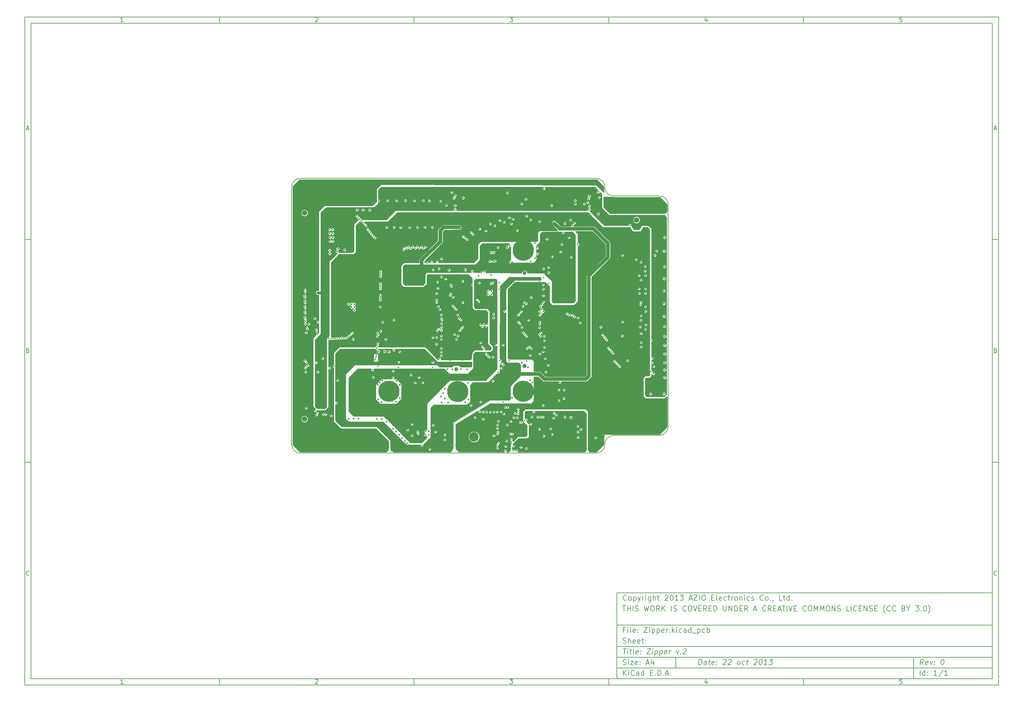
<source format=gbr>
G04 (created by PCBNEW (2013-07-07 BZR 4022)-stable) date 10/22/2013 6:32:42 PM*
%MOIN*%
G04 Gerber Fmt 3.4, Leading zero omitted, Abs format*
%FSLAX34Y34*%
G01*
G70*
G90*
G04 APERTURE LIST*
%ADD10C,0.00590551*%
%ADD11C,0.00787402*%
%ADD12C,0.019685*%
%ADD13C,0.2362*%
%ADD14C,0.23622*%
%ADD15C,0.0591*%
%ADD16C,0.0432*%
%ADD17C,0.0472*%
%ADD18R,0.0597X0.0597*%
%ADD19C,0.0597*%
%ADD20C,0.1079*%
%ADD21C,0.0866*%
%ADD22C,0.181102*%
%ADD23C,0.0590551*%
%ADD24C,0.015748*%
%ADD25C,0.0314961*%
%ADD26C,0.0393701*%
%ADD27C,0.01*%
G04 APERTURE END LIST*
G54D10*
X4000Y-4000D02*
X112930Y-4000D01*
X112930Y-78680D01*
X4000Y-78680D01*
X4000Y-4000D01*
X4700Y-4700D02*
X112230Y-4700D01*
X112230Y-77980D01*
X4700Y-77980D01*
X4700Y-4700D01*
X25780Y-4000D02*
X25780Y-4700D01*
X15032Y-4552D02*
X14747Y-4552D01*
X14890Y-4552D02*
X14890Y-4052D01*
X14842Y-4123D01*
X14794Y-4171D01*
X14747Y-4195D01*
X25780Y-78680D02*
X25780Y-77980D01*
X15032Y-78532D02*
X14747Y-78532D01*
X14890Y-78532D02*
X14890Y-78032D01*
X14842Y-78103D01*
X14794Y-78151D01*
X14747Y-78175D01*
X47560Y-4000D02*
X47560Y-4700D01*
X36527Y-4100D02*
X36550Y-4076D01*
X36598Y-4052D01*
X36717Y-4052D01*
X36765Y-4076D01*
X36789Y-4100D01*
X36812Y-4147D01*
X36812Y-4195D01*
X36789Y-4266D01*
X36503Y-4552D01*
X36812Y-4552D01*
X47560Y-78680D02*
X47560Y-77980D01*
X36527Y-78080D02*
X36550Y-78056D01*
X36598Y-78032D01*
X36717Y-78032D01*
X36765Y-78056D01*
X36789Y-78080D01*
X36812Y-78127D01*
X36812Y-78175D01*
X36789Y-78246D01*
X36503Y-78532D01*
X36812Y-78532D01*
X69340Y-4000D02*
X69340Y-4700D01*
X58283Y-4052D02*
X58592Y-4052D01*
X58426Y-4242D01*
X58497Y-4242D01*
X58545Y-4266D01*
X58569Y-4290D01*
X58592Y-4338D01*
X58592Y-4457D01*
X58569Y-4504D01*
X58545Y-4528D01*
X58497Y-4552D01*
X58354Y-4552D01*
X58307Y-4528D01*
X58283Y-4504D01*
X69340Y-78680D02*
X69340Y-77980D01*
X58283Y-78032D02*
X58592Y-78032D01*
X58426Y-78222D01*
X58497Y-78222D01*
X58545Y-78246D01*
X58569Y-78270D01*
X58592Y-78318D01*
X58592Y-78437D01*
X58569Y-78484D01*
X58545Y-78508D01*
X58497Y-78532D01*
X58354Y-78532D01*
X58307Y-78508D01*
X58283Y-78484D01*
X91120Y-4000D02*
X91120Y-4700D01*
X80325Y-4219D02*
X80325Y-4552D01*
X80206Y-4028D02*
X80087Y-4385D01*
X80396Y-4385D01*
X91120Y-78680D02*
X91120Y-77980D01*
X80325Y-78199D02*
X80325Y-78532D01*
X80206Y-78008D02*
X80087Y-78365D01*
X80396Y-78365D01*
X102129Y-4052D02*
X101890Y-4052D01*
X101867Y-4290D01*
X101890Y-4266D01*
X101938Y-4242D01*
X102057Y-4242D01*
X102105Y-4266D01*
X102129Y-4290D01*
X102152Y-4338D01*
X102152Y-4457D01*
X102129Y-4504D01*
X102105Y-4528D01*
X102057Y-4552D01*
X101938Y-4552D01*
X101890Y-4528D01*
X101867Y-4504D01*
X102129Y-78032D02*
X101890Y-78032D01*
X101867Y-78270D01*
X101890Y-78246D01*
X101938Y-78222D01*
X102057Y-78222D01*
X102105Y-78246D01*
X102129Y-78270D01*
X102152Y-78318D01*
X102152Y-78437D01*
X102129Y-78484D01*
X102105Y-78508D01*
X102057Y-78532D01*
X101938Y-78532D01*
X101890Y-78508D01*
X101867Y-78484D01*
X4000Y-28890D02*
X4700Y-28890D01*
X4230Y-16509D02*
X4469Y-16509D01*
X4183Y-16652D02*
X4350Y-16152D01*
X4516Y-16652D01*
X112930Y-28890D02*
X112230Y-28890D01*
X112460Y-16509D02*
X112699Y-16509D01*
X112413Y-16652D02*
X112580Y-16152D01*
X112746Y-16652D01*
X4000Y-53780D02*
X4700Y-53780D01*
X4385Y-41280D02*
X4457Y-41304D01*
X4480Y-41328D01*
X4504Y-41375D01*
X4504Y-41447D01*
X4480Y-41494D01*
X4457Y-41518D01*
X4409Y-41542D01*
X4219Y-41542D01*
X4219Y-41042D01*
X4385Y-41042D01*
X4433Y-41066D01*
X4457Y-41090D01*
X4480Y-41137D01*
X4480Y-41185D01*
X4457Y-41232D01*
X4433Y-41256D01*
X4385Y-41280D01*
X4219Y-41280D01*
X112930Y-53780D02*
X112230Y-53780D01*
X112615Y-41280D02*
X112687Y-41304D01*
X112710Y-41328D01*
X112734Y-41375D01*
X112734Y-41447D01*
X112710Y-41494D01*
X112687Y-41518D01*
X112639Y-41542D01*
X112449Y-41542D01*
X112449Y-41042D01*
X112615Y-41042D01*
X112663Y-41066D01*
X112687Y-41090D01*
X112710Y-41137D01*
X112710Y-41185D01*
X112687Y-41232D01*
X112663Y-41256D01*
X112615Y-41280D01*
X112449Y-41280D01*
X4504Y-66384D02*
X4480Y-66408D01*
X4409Y-66432D01*
X4361Y-66432D01*
X4290Y-66408D01*
X4242Y-66360D01*
X4219Y-66313D01*
X4195Y-66218D01*
X4195Y-66146D01*
X4219Y-66051D01*
X4242Y-66003D01*
X4290Y-65956D01*
X4361Y-65932D01*
X4409Y-65932D01*
X4480Y-65956D01*
X4504Y-65980D01*
X112734Y-66384D02*
X112710Y-66408D01*
X112639Y-66432D01*
X112591Y-66432D01*
X112520Y-66408D01*
X112472Y-66360D01*
X112449Y-66313D01*
X112425Y-66218D01*
X112425Y-66146D01*
X112449Y-66051D01*
X112472Y-66003D01*
X112520Y-65956D01*
X112591Y-65932D01*
X112639Y-65932D01*
X112710Y-65956D01*
X112734Y-65980D01*
X79380Y-76422D02*
X79455Y-75822D01*
X79597Y-75822D01*
X79680Y-75851D01*
X79730Y-75908D01*
X79751Y-75965D01*
X79765Y-76080D01*
X79755Y-76165D01*
X79712Y-76280D01*
X79676Y-76337D01*
X79612Y-76394D01*
X79522Y-76422D01*
X79380Y-76422D01*
X80237Y-76422D02*
X80276Y-76108D01*
X80255Y-76051D01*
X80201Y-76022D01*
X80087Y-76022D01*
X80026Y-76051D01*
X80240Y-76394D02*
X80180Y-76422D01*
X80037Y-76422D01*
X79983Y-76394D01*
X79962Y-76337D01*
X79969Y-76280D01*
X80005Y-76222D01*
X80065Y-76194D01*
X80208Y-76194D01*
X80269Y-76165D01*
X80487Y-76022D02*
X80715Y-76022D01*
X80597Y-75822D02*
X80533Y-76337D01*
X80555Y-76394D01*
X80608Y-76422D01*
X80665Y-76422D01*
X81097Y-76394D02*
X81037Y-76422D01*
X80922Y-76422D01*
X80869Y-76394D01*
X80847Y-76337D01*
X80876Y-76108D01*
X80912Y-76051D01*
X80972Y-76022D01*
X81087Y-76022D01*
X81140Y-76051D01*
X81162Y-76108D01*
X81155Y-76165D01*
X80862Y-76222D01*
X81387Y-76365D02*
X81412Y-76394D01*
X81380Y-76422D01*
X81355Y-76394D01*
X81387Y-76365D01*
X81380Y-76422D01*
X81426Y-76051D02*
X81451Y-76080D01*
X81419Y-76108D01*
X81394Y-76080D01*
X81426Y-76051D01*
X81419Y-76108D01*
X82162Y-75880D02*
X82194Y-75851D01*
X82255Y-75822D01*
X82397Y-75822D01*
X82451Y-75851D01*
X82476Y-75880D01*
X82497Y-75937D01*
X82490Y-75994D01*
X82451Y-76080D01*
X82065Y-76422D01*
X82437Y-76422D01*
X82733Y-75880D02*
X82765Y-75851D01*
X82826Y-75822D01*
X82969Y-75822D01*
X83022Y-75851D01*
X83047Y-75880D01*
X83069Y-75937D01*
X83062Y-75994D01*
X83022Y-76080D01*
X82637Y-76422D01*
X83008Y-76422D01*
X83808Y-76422D02*
X83755Y-76394D01*
X83730Y-76365D01*
X83708Y-76308D01*
X83730Y-76137D01*
X83765Y-76080D01*
X83797Y-76051D01*
X83858Y-76022D01*
X83944Y-76022D01*
X83997Y-76051D01*
X84022Y-76080D01*
X84044Y-76137D01*
X84022Y-76308D01*
X83987Y-76365D01*
X83955Y-76394D01*
X83894Y-76422D01*
X83808Y-76422D01*
X84526Y-76394D02*
X84465Y-76422D01*
X84351Y-76422D01*
X84297Y-76394D01*
X84272Y-76365D01*
X84251Y-76308D01*
X84272Y-76137D01*
X84308Y-76080D01*
X84340Y-76051D01*
X84401Y-76022D01*
X84515Y-76022D01*
X84569Y-76051D01*
X84744Y-76022D02*
X84972Y-76022D01*
X84855Y-75822D02*
X84790Y-76337D01*
X84812Y-76394D01*
X84865Y-76422D01*
X84922Y-76422D01*
X85619Y-75880D02*
X85651Y-75851D01*
X85712Y-75822D01*
X85855Y-75822D01*
X85908Y-75851D01*
X85933Y-75880D01*
X85955Y-75937D01*
X85947Y-75994D01*
X85908Y-76080D01*
X85522Y-76422D01*
X85894Y-76422D01*
X86340Y-75822D02*
X86397Y-75822D01*
X86451Y-75851D01*
X86476Y-75880D01*
X86497Y-75937D01*
X86512Y-76051D01*
X86494Y-76194D01*
X86451Y-76308D01*
X86415Y-76365D01*
X86383Y-76394D01*
X86322Y-76422D01*
X86265Y-76422D01*
X86212Y-76394D01*
X86187Y-76365D01*
X86165Y-76308D01*
X86151Y-76194D01*
X86169Y-76051D01*
X86212Y-75937D01*
X86247Y-75880D01*
X86280Y-75851D01*
X86340Y-75822D01*
X87037Y-76422D02*
X86694Y-76422D01*
X86865Y-76422D02*
X86940Y-75822D01*
X86872Y-75908D01*
X86808Y-75965D01*
X86747Y-75994D01*
X87312Y-75822D02*
X87683Y-75822D01*
X87455Y-76051D01*
X87540Y-76051D01*
X87594Y-76080D01*
X87619Y-76108D01*
X87640Y-76165D01*
X87622Y-76308D01*
X87587Y-76365D01*
X87555Y-76394D01*
X87494Y-76422D01*
X87322Y-76422D01*
X87269Y-76394D01*
X87244Y-76365D01*
X70972Y-77622D02*
X70972Y-77022D01*
X71315Y-77622D02*
X71058Y-77280D01*
X71315Y-77022D02*
X70972Y-77365D01*
X71572Y-77622D02*
X71572Y-77222D01*
X71572Y-77022D02*
X71544Y-77051D01*
X71572Y-77080D01*
X71601Y-77051D01*
X71572Y-77022D01*
X71572Y-77080D01*
X72201Y-77565D02*
X72172Y-77594D01*
X72087Y-77622D01*
X72030Y-77622D01*
X71944Y-77594D01*
X71887Y-77537D01*
X71858Y-77480D01*
X71830Y-77365D01*
X71830Y-77280D01*
X71858Y-77165D01*
X71887Y-77108D01*
X71944Y-77051D01*
X72030Y-77022D01*
X72087Y-77022D01*
X72172Y-77051D01*
X72201Y-77080D01*
X72715Y-77622D02*
X72715Y-77308D01*
X72687Y-77251D01*
X72630Y-77222D01*
X72515Y-77222D01*
X72458Y-77251D01*
X72715Y-77594D02*
X72658Y-77622D01*
X72515Y-77622D01*
X72458Y-77594D01*
X72430Y-77537D01*
X72430Y-77480D01*
X72458Y-77422D01*
X72515Y-77394D01*
X72658Y-77394D01*
X72715Y-77365D01*
X73258Y-77622D02*
X73258Y-77022D01*
X73258Y-77594D02*
X73201Y-77622D01*
X73087Y-77622D01*
X73030Y-77594D01*
X73001Y-77565D01*
X72972Y-77508D01*
X72972Y-77337D01*
X73001Y-77280D01*
X73030Y-77251D01*
X73087Y-77222D01*
X73201Y-77222D01*
X73258Y-77251D01*
X74001Y-77308D02*
X74201Y-77308D01*
X74287Y-77622D02*
X74001Y-77622D01*
X74001Y-77022D01*
X74287Y-77022D01*
X74544Y-77565D02*
X74572Y-77594D01*
X74544Y-77622D01*
X74515Y-77594D01*
X74544Y-77565D01*
X74544Y-77622D01*
X74829Y-77622D02*
X74829Y-77022D01*
X74972Y-77022D01*
X75058Y-77051D01*
X75115Y-77108D01*
X75144Y-77165D01*
X75172Y-77280D01*
X75172Y-77365D01*
X75144Y-77480D01*
X75115Y-77537D01*
X75058Y-77594D01*
X74972Y-77622D01*
X74829Y-77622D01*
X75429Y-77565D02*
X75458Y-77594D01*
X75429Y-77622D01*
X75401Y-77594D01*
X75429Y-77565D01*
X75429Y-77622D01*
X75687Y-77451D02*
X75972Y-77451D01*
X75629Y-77622D02*
X75829Y-77022D01*
X76029Y-77622D01*
X76229Y-77565D02*
X76258Y-77594D01*
X76229Y-77622D01*
X76201Y-77594D01*
X76229Y-77565D01*
X76229Y-77622D01*
X104522Y-76422D02*
X104358Y-76137D01*
X104180Y-76422D02*
X104255Y-75822D01*
X104483Y-75822D01*
X104537Y-75851D01*
X104562Y-75880D01*
X104583Y-75937D01*
X104572Y-76022D01*
X104537Y-76080D01*
X104505Y-76108D01*
X104444Y-76137D01*
X104215Y-76137D01*
X105012Y-76394D02*
X104951Y-76422D01*
X104837Y-76422D01*
X104783Y-76394D01*
X104762Y-76337D01*
X104790Y-76108D01*
X104826Y-76051D01*
X104887Y-76022D01*
X105001Y-76022D01*
X105055Y-76051D01*
X105076Y-76108D01*
X105069Y-76165D01*
X104776Y-76222D01*
X105287Y-76022D02*
X105380Y-76422D01*
X105572Y-76022D01*
X105758Y-76365D02*
X105783Y-76394D01*
X105751Y-76422D01*
X105726Y-76394D01*
X105758Y-76365D01*
X105751Y-76422D01*
X105797Y-76051D02*
X105822Y-76080D01*
X105790Y-76108D01*
X105765Y-76080D01*
X105797Y-76051D01*
X105790Y-76108D01*
X106683Y-75822D02*
X106740Y-75822D01*
X106794Y-75851D01*
X106819Y-75880D01*
X106840Y-75937D01*
X106855Y-76051D01*
X106837Y-76194D01*
X106794Y-76308D01*
X106758Y-76365D01*
X106726Y-76394D01*
X106665Y-76422D01*
X106608Y-76422D01*
X106555Y-76394D01*
X106530Y-76365D01*
X106508Y-76308D01*
X106494Y-76194D01*
X106512Y-76051D01*
X106555Y-75937D01*
X106590Y-75880D01*
X106622Y-75851D01*
X106683Y-75822D01*
X70944Y-76394D02*
X71030Y-76422D01*
X71172Y-76422D01*
X71230Y-76394D01*
X71258Y-76365D01*
X71287Y-76308D01*
X71287Y-76251D01*
X71258Y-76194D01*
X71230Y-76165D01*
X71172Y-76137D01*
X71058Y-76108D01*
X71001Y-76080D01*
X70972Y-76051D01*
X70944Y-75994D01*
X70944Y-75937D01*
X70972Y-75880D01*
X71001Y-75851D01*
X71058Y-75822D01*
X71201Y-75822D01*
X71287Y-75851D01*
X71544Y-76422D02*
X71544Y-76022D01*
X71544Y-75822D02*
X71515Y-75851D01*
X71544Y-75880D01*
X71572Y-75851D01*
X71544Y-75822D01*
X71544Y-75880D01*
X71772Y-76022D02*
X72087Y-76022D01*
X71772Y-76422D01*
X72087Y-76422D01*
X72544Y-76394D02*
X72487Y-76422D01*
X72372Y-76422D01*
X72315Y-76394D01*
X72287Y-76337D01*
X72287Y-76108D01*
X72315Y-76051D01*
X72372Y-76022D01*
X72487Y-76022D01*
X72544Y-76051D01*
X72572Y-76108D01*
X72572Y-76165D01*
X72287Y-76222D01*
X72830Y-76365D02*
X72858Y-76394D01*
X72830Y-76422D01*
X72801Y-76394D01*
X72830Y-76365D01*
X72830Y-76422D01*
X72830Y-76051D02*
X72858Y-76080D01*
X72830Y-76108D01*
X72801Y-76080D01*
X72830Y-76051D01*
X72830Y-76108D01*
X73544Y-76251D02*
X73830Y-76251D01*
X73487Y-76422D02*
X73687Y-75822D01*
X73887Y-76422D01*
X74344Y-76022D02*
X74344Y-76422D01*
X74201Y-75794D02*
X74058Y-76222D01*
X74430Y-76222D01*
X104172Y-77622D02*
X104172Y-77022D01*
X104715Y-77622D02*
X104715Y-77022D01*
X104715Y-77594D02*
X104658Y-77622D01*
X104544Y-77622D01*
X104487Y-77594D01*
X104458Y-77565D01*
X104430Y-77508D01*
X104430Y-77337D01*
X104458Y-77280D01*
X104487Y-77251D01*
X104544Y-77222D01*
X104658Y-77222D01*
X104715Y-77251D01*
X105001Y-77565D02*
X105030Y-77594D01*
X105001Y-77622D01*
X104972Y-77594D01*
X105001Y-77565D01*
X105001Y-77622D01*
X105001Y-77251D02*
X105030Y-77280D01*
X105001Y-77308D01*
X104972Y-77280D01*
X105001Y-77251D01*
X105001Y-77308D01*
X106058Y-77622D02*
X105715Y-77622D01*
X105887Y-77622D02*
X105887Y-77022D01*
X105829Y-77108D01*
X105772Y-77165D01*
X105715Y-77194D01*
X106744Y-76994D02*
X106230Y-77765D01*
X107258Y-77622D02*
X106915Y-77622D01*
X107087Y-77622D02*
X107087Y-77022D01*
X107029Y-77108D01*
X106972Y-77165D01*
X106915Y-77194D01*
X70969Y-74622D02*
X71312Y-74622D01*
X71065Y-75222D02*
X71140Y-74622D01*
X71437Y-75222D02*
X71487Y-74822D01*
X71512Y-74622D02*
X71480Y-74651D01*
X71505Y-74680D01*
X71537Y-74651D01*
X71512Y-74622D01*
X71505Y-74680D01*
X71687Y-74822D02*
X71915Y-74822D01*
X71797Y-74622D02*
X71733Y-75137D01*
X71755Y-75194D01*
X71808Y-75222D01*
X71865Y-75222D01*
X72151Y-75222D02*
X72097Y-75194D01*
X72076Y-75137D01*
X72140Y-74622D01*
X72612Y-75194D02*
X72551Y-75222D01*
X72437Y-75222D01*
X72383Y-75194D01*
X72362Y-75137D01*
X72390Y-74908D01*
X72426Y-74851D01*
X72487Y-74822D01*
X72601Y-74822D01*
X72655Y-74851D01*
X72676Y-74908D01*
X72669Y-74965D01*
X72376Y-75022D01*
X72901Y-75165D02*
X72926Y-75194D01*
X72894Y-75222D01*
X72869Y-75194D01*
X72901Y-75165D01*
X72894Y-75222D01*
X72940Y-74851D02*
X72965Y-74880D01*
X72933Y-74908D01*
X72908Y-74880D01*
X72940Y-74851D01*
X72933Y-74908D01*
X73655Y-74622D02*
X74055Y-74622D01*
X73580Y-75222D01*
X73980Y-75222D01*
X74208Y-75222D02*
X74258Y-74822D01*
X74283Y-74622D02*
X74251Y-74651D01*
X74276Y-74680D01*
X74308Y-74651D01*
X74283Y-74622D01*
X74276Y-74680D01*
X74544Y-74822D02*
X74469Y-75422D01*
X74540Y-74851D02*
X74601Y-74822D01*
X74715Y-74822D01*
X74769Y-74851D01*
X74794Y-74880D01*
X74815Y-74937D01*
X74794Y-75108D01*
X74758Y-75165D01*
X74726Y-75194D01*
X74665Y-75222D01*
X74551Y-75222D01*
X74497Y-75194D01*
X75087Y-74822D02*
X75012Y-75422D01*
X75083Y-74851D02*
X75144Y-74822D01*
X75258Y-74822D01*
X75312Y-74851D01*
X75337Y-74880D01*
X75358Y-74937D01*
X75337Y-75108D01*
X75301Y-75165D01*
X75269Y-75194D01*
X75208Y-75222D01*
X75094Y-75222D01*
X75040Y-75194D01*
X75812Y-75194D02*
X75751Y-75222D01*
X75637Y-75222D01*
X75583Y-75194D01*
X75562Y-75137D01*
X75590Y-74908D01*
X75626Y-74851D01*
X75687Y-74822D01*
X75801Y-74822D01*
X75855Y-74851D01*
X75876Y-74908D01*
X75869Y-74965D01*
X75576Y-75022D01*
X76094Y-75222D02*
X76144Y-74822D01*
X76130Y-74937D02*
X76165Y-74880D01*
X76197Y-74851D01*
X76258Y-74822D01*
X76315Y-74822D01*
X76915Y-74822D02*
X77008Y-75222D01*
X77201Y-74822D01*
X77387Y-75165D02*
X77412Y-75194D01*
X77380Y-75222D01*
X77355Y-75194D01*
X77387Y-75165D01*
X77380Y-75222D01*
X77705Y-74680D02*
X77737Y-74651D01*
X77797Y-74622D01*
X77940Y-74622D01*
X77994Y-74651D01*
X78019Y-74680D01*
X78040Y-74737D01*
X78033Y-74794D01*
X77994Y-74880D01*
X77608Y-75222D01*
X77980Y-75222D01*
X71172Y-72508D02*
X70972Y-72508D01*
X70972Y-72822D02*
X70972Y-72222D01*
X71258Y-72222D01*
X71487Y-72822D02*
X71487Y-72422D01*
X71487Y-72222D02*
X71458Y-72251D01*
X71487Y-72280D01*
X71515Y-72251D01*
X71487Y-72222D01*
X71487Y-72280D01*
X71858Y-72822D02*
X71801Y-72794D01*
X71772Y-72737D01*
X71772Y-72222D01*
X72315Y-72794D02*
X72258Y-72822D01*
X72144Y-72822D01*
X72087Y-72794D01*
X72058Y-72737D01*
X72058Y-72508D01*
X72087Y-72451D01*
X72144Y-72422D01*
X72258Y-72422D01*
X72315Y-72451D01*
X72344Y-72508D01*
X72344Y-72565D01*
X72058Y-72622D01*
X72601Y-72765D02*
X72630Y-72794D01*
X72601Y-72822D01*
X72572Y-72794D01*
X72601Y-72765D01*
X72601Y-72822D01*
X72601Y-72451D02*
X72630Y-72480D01*
X72601Y-72508D01*
X72572Y-72480D01*
X72601Y-72451D01*
X72601Y-72508D01*
X73287Y-72222D02*
X73687Y-72222D01*
X73287Y-72822D01*
X73687Y-72822D01*
X73915Y-72822D02*
X73915Y-72422D01*
X73915Y-72222D02*
X73887Y-72251D01*
X73915Y-72280D01*
X73944Y-72251D01*
X73915Y-72222D01*
X73915Y-72280D01*
X74201Y-72422D02*
X74201Y-73022D01*
X74201Y-72451D02*
X74258Y-72422D01*
X74372Y-72422D01*
X74430Y-72451D01*
X74458Y-72480D01*
X74487Y-72537D01*
X74487Y-72708D01*
X74458Y-72765D01*
X74430Y-72794D01*
X74372Y-72822D01*
X74258Y-72822D01*
X74201Y-72794D01*
X74744Y-72422D02*
X74744Y-73022D01*
X74744Y-72451D02*
X74801Y-72422D01*
X74915Y-72422D01*
X74972Y-72451D01*
X75001Y-72480D01*
X75030Y-72537D01*
X75030Y-72708D01*
X75001Y-72765D01*
X74972Y-72794D01*
X74915Y-72822D01*
X74801Y-72822D01*
X74744Y-72794D01*
X75515Y-72794D02*
X75458Y-72822D01*
X75344Y-72822D01*
X75287Y-72794D01*
X75258Y-72737D01*
X75258Y-72508D01*
X75287Y-72451D01*
X75344Y-72422D01*
X75458Y-72422D01*
X75515Y-72451D01*
X75544Y-72508D01*
X75544Y-72565D01*
X75258Y-72622D01*
X75801Y-72822D02*
X75801Y-72422D01*
X75801Y-72537D02*
X75830Y-72480D01*
X75858Y-72451D01*
X75915Y-72422D01*
X75972Y-72422D01*
X76172Y-72765D02*
X76201Y-72794D01*
X76172Y-72822D01*
X76144Y-72794D01*
X76172Y-72765D01*
X76172Y-72822D01*
X76458Y-72822D02*
X76458Y-72222D01*
X76515Y-72594D02*
X76687Y-72822D01*
X76687Y-72422D02*
X76458Y-72651D01*
X76944Y-72822D02*
X76944Y-72422D01*
X76944Y-72222D02*
X76915Y-72251D01*
X76944Y-72280D01*
X76972Y-72251D01*
X76944Y-72222D01*
X76944Y-72280D01*
X77487Y-72794D02*
X77430Y-72822D01*
X77315Y-72822D01*
X77258Y-72794D01*
X77230Y-72765D01*
X77201Y-72708D01*
X77201Y-72537D01*
X77230Y-72480D01*
X77258Y-72451D01*
X77315Y-72422D01*
X77430Y-72422D01*
X77487Y-72451D01*
X78001Y-72822D02*
X78001Y-72508D01*
X77972Y-72451D01*
X77915Y-72422D01*
X77801Y-72422D01*
X77744Y-72451D01*
X78001Y-72794D02*
X77944Y-72822D01*
X77801Y-72822D01*
X77744Y-72794D01*
X77715Y-72737D01*
X77715Y-72680D01*
X77744Y-72622D01*
X77801Y-72594D01*
X77944Y-72594D01*
X78001Y-72565D01*
X78544Y-72822D02*
X78544Y-72222D01*
X78544Y-72794D02*
X78487Y-72822D01*
X78372Y-72822D01*
X78315Y-72794D01*
X78287Y-72765D01*
X78258Y-72708D01*
X78258Y-72537D01*
X78287Y-72480D01*
X78315Y-72451D01*
X78372Y-72422D01*
X78487Y-72422D01*
X78544Y-72451D01*
X78687Y-72880D02*
X79144Y-72880D01*
X79287Y-72422D02*
X79287Y-73022D01*
X79287Y-72451D02*
X79344Y-72422D01*
X79458Y-72422D01*
X79515Y-72451D01*
X79544Y-72480D01*
X79572Y-72537D01*
X79572Y-72708D01*
X79544Y-72765D01*
X79515Y-72794D01*
X79458Y-72822D01*
X79344Y-72822D01*
X79287Y-72794D01*
X80087Y-72794D02*
X80030Y-72822D01*
X79915Y-72822D01*
X79858Y-72794D01*
X79830Y-72765D01*
X79801Y-72708D01*
X79801Y-72537D01*
X79830Y-72480D01*
X79858Y-72451D01*
X79915Y-72422D01*
X80030Y-72422D01*
X80087Y-72451D01*
X80344Y-72822D02*
X80344Y-72222D01*
X80344Y-72451D02*
X80401Y-72422D01*
X80515Y-72422D01*
X80572Y-72451D01*
X80601Y-72480D01*
X80630Y-72537D01*
X80630Y-72708D01*
X80601Y-72765D01*
X80572Y-72794D01*
X80515Y-72822D01*
X80401Y-72822D01*
X80344Y-72794D01*
X70944Y-73994D02*
X71030Y-74022D01*
X71172Y-74022D01*
X71230Y-73994D01*
X71258Y-73965D01*
X71287Y-73908D01*
X71287Y-73851D01*
X71258Y-73794D01*
X71230Y-73765D01*
X71172Y-73737D01*
X71058Y-73708D01*
X71001Y-73680D01*
X70972Y-73651D01*
X70944Y-73594D01*
X70944Y-73537D01*
X70972Y-73480D01*
X71001Y-73451D01*
X71058Y-73422D01*
X71201Y-73422D01*
X71287Y-73451D01*
X71544Y-74022D02*
X71544Y-73422D01*
X71801Y-74022D02*
X71801Y-73708D01*
X71772Y-73651D01*
X71715Y-73622D01*
X71630Y-73622D01*
X71572Y-73651D01*
X71544Y-73680D01*
X72315Y-73994D02*
X72258Y-74022D01*
X72144Y-74022D01*
X72087Y-73994D01*
X72058Y-73937D01*
X72058Y-73708D01*
X72087Y-73651D01*
X72144Y-73622D01*
X72258Y-73622D01*
X72315Y-73651D01*
X72344Y-73708D01*
X72344Y-73765D01*
X72058Y-73822D01*
X72830Y-73994D02*
X72772Y-74022D01*
X72658Y-74022D01*
X72601Y-73994D01*
X72572Y-73937D01*
X72572Y-73708D01*
X72601Y-73651D01*
X72658Y-73622D01*
X72772Y-73622D01*
X72830Y-73651D01*
X72858Y-73708D01*
X72858Y-73765D01*
X72572Y-73822D01*
X73030Y-73622D02*
X73258Y-73622D01*
X73115Y-73422D02*
X73115Y-73937D01*
X73144Y-73994D01*
X73201Y-74022D01*
X73258Y-74022D01*
X73458Y-73965D02*
X73487Y-73994D01*
X73458Y-74022D01*
X73430Y-73994D01*
X73458Y-73965D01*
X73458Y-74022D01*
X73458Y-73651D02*
X73487Y-73680D01*
X73458Y-73708D01*
X73430Y-73680D01*
X73458Y-73651D01*
X73458Y-73708D01*
X70887Y-69822D02*
X71230Y-69822D01*
X71058Y-70422D02*
X71058Y-69822D01*
X71430Y-70422D02*
X71430Y-69822D01*
X71430Y-70108D02*
X71772Y-70108D01*
X71772Y-70422D02*
X71772Y-69822D01*
X72058Y-70422D02*
X72058Y-69822D01*
X72315Y-70394D02*
X72401Y-70422D01*
X72544Y-70422D01*
X72601Y-70394D01*
X72629Y-70365D01*
X72658Y-70308D01*
X72658Y-70251D01*
X72629Y-70194D01*
X72601Y-70165D01*
X72544Y-70137D01*
X72429Y-70108D01*
X72372Y-70080D01*
X72344Y-70051D01*
X72315Y-69994D01*
X72315Y-69937D01*
X72344Y-69880D01*
X72372Y-69851D01*
X72429Y-69822D01*
X72572Y-69822D01*
X72658Y-69851D01*
X73315Y-69822D02*
X73458Y-70422D01*
X73572Y-69994D01*
X73687Y-70422D01*
X73830Y-69822D01*
X74172Y-69822D02*
X74287Y-69822D01*
X74344Y-69851D01*
X74401Y-69908D01*
X74430Y-70022D01*
X74430Y-70222D01*
X74401Y-70337D01*
X74344Y-70394D01*
X74287Y-70422D01*
X74172Y-70422D01*
X74115Y-70394D01*
X74058Y-70337D01*
X74030Y-70222D01*
X74030Y-70022D01*
X74058Y-69908D01*
X74115Y-69851D01*
X74172Y-69822D01*
X75029Y-70422D02*
X74829Y-70137D01*
X74687Y-70422D02*
X74687Y-69822D01*
X74915Y-69822D01*
X74972Y-69851D01*
X75001Y-69880D01*
X75029Y-69937D01*
X75029Y-70022D01*
X75001Y-70080D01*
X74972Y-70108D01*
X74915Y-70137D01*
X74687Y-70137D01*
X75287Y-70422D02*
X75287Y-69822D01*
X75629Y-70422D02*
X75372Y-70080D01*
X75629Y-69822D02*
X75287Y-70165D01*
X76344Y-70422D02*
X76344Y-69822D01*
X76601Y-70394D02*
X76687Y-70422D01*
X76829Y-70422D01*
X76887Y-70394D01*
X76915Y-70365D01*
X76944Y-70308D01*
X76944Y-70251D01*
X76915Y-70194D01*
X76887Y-70165D01*
X76829Y-70137D01*
X76715Y-70108D01*
X76658Y-70080D01*
X76629Y-70051D01*
X76601Y-69994D01*
X76601Y-69937D01*
X76629Y-69880D01*
X76658Y-69851D01*
X76715Y-69822D01*
X76858Y-69822D01*
X76944Y-69851D01*
X78001Y-70365D02*
X77972Y-70394D01*
X77887Y-70422D01*
X77830Y-70422D01*
X77744Y-70394D01*
X77687Y-70337D01*
X77658Y-70280D01*
X77630Y-70165D01*
X77630Y-70080D01*
X77658Y-69965D01*
X77687Y-69908D01*
X77744Y-69851D01*
X77830Y-69822D01*
X77887Y-69822D01*
X77972Y-69851D01*
X78001Y-69880D01*
X78372Y-69822D02*
X78487Y-69822D01*
X78544Y-69851D01*
X78601Y-69908D01*
X78630Y-70022D01*
X78630Y-70222D01*
X78601Y-70337D01*
X78544Y-70394D01*
X78487Y-70422D01*
X78372Y-70422D01*
X78315Y-70394D01*
X78258Y-70337D01*
X78230Y-70222D01*
X78230Y-70022D01*
X78258Y-69908D01*
X78315Y-69851D01*
X78372Y-69822D01*
X78801Y-69822D02*
X79001Y-70422D01*
X79201Y-69822D01*
X79401Y-70108D02*
X79601Y-70108D01*
X79687Y-70422D02*
X79401Y-70422D01*
X79401Y-69822D01*
X79687Y-69822D01*
X80287Y-70422D02*
X80087Y-70137D01*
X79944Y-70422D02*
X79944Y-69822D01*
X80172Y-69822D01*
X80229Y-69851D01*
X80258Y-69880D01*
X80287Y-69937D01*
X80287Y-70022D01*
X80258Y-70080D01*
X80229Y-70108D01*
X80172Y-70137D01*
X79944Y-70137D01*
X80544Y-70108D02*
X80744Y-70108D01*
X80829Y-70422D02*
X80544Y-70422D01*
X80544Y-69822D01*
X80829Y-69822D01*
X81087Y-70422D02*
X81087Y-69822D01*
X81229Y-69822D01*
X81315Y-69851D01*
X81372Y-69908D01*
X81401Y-69965D01*
X81429Y-70080D01*
X81429Y-70165D01*
X81401Y-70280D01*
X81372Y-70337D01*
X81315Y-70394D01*
X81229Y-70422D01*
X81087Y-70422D01*
X82144Y-69822D02*
X82144Y-70308D01*
X82172Y-70365D01*
X82201Y-70394D01*
X82258Y-70422D01*
X82372Y-70422D01*
X82429Y-70394D01*
X82458Y-70365D01*
X82487Y-70308D01*
X82487Y-69822D01*
X82772Y-70422D02*
X82772Y-69822D01*
X83115Y-70422D01*
X83115Y-69822D01*
X83401Y-70422D02*
X83401Y-69822D01*
X83544Y-69822D01*
X83629Y-69851D01*
X83687Y-69908D01*
X83715Y-69965D01*
X83744Y-70080D01*
X83744Y-70165D01*
X83715Y-70280D01*
X83687Y-70337D01*
X83629Y-70394D01*
X83544Y-70422D01*
X83401Y-70422D01*
X84001Y-70108D02*
X84201Y-70108D01*
X84287Y-70422D02*
X84001Y-70422D01*
X84001Y-69822D01*
X84287Y-69822D01*
X84887Y-70422D02*
X84687Y-70137D01*
X84544Y-70422D02*
X84544Y-69822D01*
X84772Y-69822D01*
X84829Y-69851D01*
X84858Y-69880D01*
X84887Y-69937D01*
X84887Y-70022D01*
X84858Y-70080D01*
X84829Y-70108D01*
X84772Y-70137D01*
X84544Y-70137D01*
X85572Y-70251D02*
X85858Y-70251D01*
X85515Y-70422D02*
X85715Y-69822D01*
X85915Y-70422D01*
X86915Y-70365D02*
X86887Y-70394D01*
X86801Y-70422D01*
X86744Y-70422D01*
X86658Y-70394D01*
X86601Y-70337D01*
X86572Y-70280D01*
X86544Y-70165D01*
X86544Y-70080D01*
X86572Y-69965D01*
X86601Y-69908D01*
X86658Y-69851D01*
X86744Y-69822D01*
X86801Y-69822D01*
X86887Y-69851D01*
X86915Y-69880D01*
X87515Y-70422D02*
X87315Y-70137D01*
X87172Y-70422D02*
X87172Y-69822D01*
X87401Y-69822D01*
X87458Y-69851D01*
X87487Y-69880D01*
X87515Y-69937D01*
X87515Y-70022D01*
X87487Y-70080D01*
X87458Y-70108D01*
X87401Y-70137D01*
X87172Y-70137D01*
X87772Y-70108D02*
X87972Y-70108D01*
X88058Y-70422D02*
X87772Y-70422D01*
X87772Y-69822D01*
X88058Y-69822D01*
X88287Y-70251D02*
X88572Y-70251D01*
X88229Y-70422D02*
X88429Y-69822D01*
X88629Y-70422D01*
X88744Y-69822D02*
X89087Y-69822D01*
X88915Y-70422D02*
X88915Y-69822D01*
X89287Y-70422D02*
X89287Y-69822D01*
X89487Y-69822D02*
X89687Y-70422D01*
X89887Y-69822D01*
X90087Y-70108D02*
X90287Y-70108D01*
X90372Y-70422D02*
X90087Y-70422D01*
X90087Y-69822D01*
X90372Y-69822D01*
X91429Y-70365D02*
X91401Y-70394D01*
X91315Y-70422D01*
X91258Y-70422D01*
X91172Y-70394D01*
X91115Y-70337D01*
X91087Y-70280D01*
X91058Y-70165D01*
X91058Y-70080D01*
X91087Y-69965D01*
X91115Y-69908D01*
X91172Y-69851D01*
X91258Y-69822D01*
X91315Y-69822D01*
X91401Y-69851D01*
X91429Y-69880D01*
X91801Y-69822D02*
X91915Y-69822D01*
X91972Y-69851D01*
X92029Y-69908D01*
X92058Y-70022D01*
X92058Y-70222D01*
X92029Y-70337D01*
X91972Y-70394D01*
X91915Y-70422D01*
X91801Y-70422D01*
X91744Y-70394D01*
X91687Y-70337D01*
X91658Y-70222D01*
X91658Y-70022D01*
X91687Y-69908D01*
X91744Y-69851D01*
X91801Y-69822D01*
X92315Y-70422D02*
X92315Y-69822D01*
X92515Y-70251D01*
X92715Y-69822D01*
X92715Y-70422D01*
X93001Y-70422D02*
X93001Y-69822D01*
X93201Y-70251D01*
X93401Y-69822D01*
X93401Y-70422D01*
X93801Y-69822D02*
X93915Y-69822D01*
X93972Y-69851D01*
X94029Y-69908D01*
X94058Y-70022D01*
X94058Y-70222D01*
X94029Y-70337D01*
X93972Y-70394D01*
X93915Y-70422D01*
X93801Y-70422D01*
X93744Y-70394D01*
X93687Y-70337D01*
X93658Y-70222D01*
X93658Y-70022D01*
X93687Y-69908D01*
X93744Y-69851D01*
X93801Y-69822D01*
X94315Y-70422D02*
X94315Y-69822D01*
X94658Y-70422D01*
X94658Y-69822D01*
X94915Y-70394D02*
X95001Y-70422D01*
X95144Y-70422D01*
X95201Y-70394D01*
X95229Y-70365D01*
X95258Y-70308D01*
X95258Y-70251D01*
X95229Y-70194D01*
X95201Y-70165D01*
X95144Y-70137D01*
X95029Y-70108D01*
X94972Y-70080D01*
X94944Y-70051D01*
X94915Y-69994D01*
X94915Y-69937D01*
X94944Y-69880D01*
X94972Y-69851D01*
X95029Y-69822D01*
X95172Y-69822D01*
X95258Y-69851D01*
X96258Y-70422D02*
X95972Y-70422D01*
X95972Y-69822D01*
X96458Y-70422D02*
X96458Y-69822D01*
X97087Y-70365D02*
X97058Y-70394D01*
X96972Y-70422D01*
X96915Y-70422D01*
X96829Y-70394D01*
X96772Y-70337D01*
X96744Y-70280D01*
X96715Y-70165D01*
X96715Y-70080D01*
X96744Y-69965D01*
X96772Y-69908D01*
X96829Y-69851D01*
X96915Y-69822D01*
X96972Y-69822D01*
X97058Y-69851D01*
X97087Y-69880D01*
X97344Y-70108D02*
X97544Y-70108D01*
X97629Y-70422D02*
X97344Y-70422D01*
X97344Y-69822D01*
X97629Y-69822D01*
X97887Y-70422D02*
X97887Y-69822D01*
X98229Y-70422D01*
X98229Y-69822D01*
X98487Y-70394D02*
X98572Y-70422D01*
X98715Y-70422D01*
X98772Y-70394D01*
X98801Y-70365D01*
X98829Y-70308D01*
X98829Y-70251D01*
X98801Y-70194D01*
X98772Y-70165D01*
X98715Y-70137D01*
X98601Y-70108D01*
X98544Y-70080D01*
X98515Y-70051D01*
X98487Y-69994D01*
X98487Y-69937D01*
X98515Y-69880D01*
X98544Y-69851D01*
X98601Y-69822D01*
X98744Y-69822D01*
X98829Y-69851D01*
X99087Y-70108D02*
X99287Y-70108D01*
X99372Y-70422D02*
X99087Y-70422D01*
X99087Y-69822D01*
X99372Y-69822D01*
X100258Y-70651D02*
X100229Y-70622D01*
X100172Y-70537D01*
X100144Y-70480D01*
X100115Y-70394D01*
X100087Y-70251D01*
X100087Y-70137D01*
X100115Y-69994D01*
X100144Y-69908D01*
X100172Y-69851D01*
X100229Y-69765D01*
X100258Y-69737D01*
X100829Y-70365D02*
X100801Y-70394D01*
X100715Y-70422D01*
X100658Y-70422D01*
X100572Y-70394D01*
X100515Y-70337D01*
X100487Y-70280D01*
X100458Y-70165D01*
X100458Y-70080D01*
X100487Y-69965D01*
X100515Y-69908D01*
X100572Y-69851D01*
X100658Y-69822D01*
X100715Y-69822D01*
X100801Y-69851D01*
X100829Y-69880D01*
X101429Y-70365D02*
X101401Y-70394D01*
X101315Y-70422D01*
X101258Y-70422D01*
X101172Y-70394D01*
X101115Y-70337D01*
X101087Y-70280D01*
X101058Y-70165D01*
X101058Y-70080D01*
X101087Y-69965D01*
X101115Y-69908D01*
X101172Y-69851D01*
X101258Y-69822D01*
X101315Y-69822D01*
X101401Y-69851D01*
X101429Y-69880D01*
X102344Y-70108D02*
X102429Y-70137D01*
X102458Y-70165D01*
X102487Y-70222D01*
X102487Y-70308D01*
X102458Y-70365D01*
X102429Y-70394D01*
X102372Y-70422D01*
X102144Y-70422D01*
X102144Y-69822D01*
X102344Y-69822D01*
X102401Y-69851D01*
X102429Y-69880D01*
X102458Y-69937D01*
X102458Y-69994D01*
X102429Y-70051D01*
X102401Y-70080D01*
X102344Y-70108D01*
X102144Y-70108D01*
X102858Y-70137D02*
X102858Y-70422D01*
X102658Y-69822D02*
X102858Y-70137D01*
X103058Y-69822D01*
X103658Y-69822D02*
X104029Y-69822D01*
X103829Y-70051D01*
X103915Y-70051D01*
X103972Y-70080D01*
X104001Y-70108D01*
X104029Y-70165D01*
X104029Y-70308D01*
X104001Y-70365D01*
X103972Y-70394D01*
X103915Y-70422D01*
X103744Y-70422D01*
X103687Y-70394D01*
X103658Y-70365D01*
X104287Y-70365D02*
X104315Y-70394D01*
X104287Y-70422D01*
X104258Y-70394D01*
X104287Y-70365D01*
X104287Y-70422D01*
X104687Y-69822D02*
X104744Y-69822D01*
X104801Y-69851D01*
X104829Y-69880D01*
X104858Y-69937D01*
X104887Y-70051D01*
X104887Y-70194D01*
X104858Y-70308D01*
X104829Y-70365D01*
X104801Y-70394D01*
X104744Y-70422D01*
X104687Y-70422D01*
X104629Y-70394D01*
X104601Y-70365D01*
X104572Y-70308D01*
X104544Y-70194D01*
X104544Y-70051D01*
X104572Y-69937D01*
X104601Y-69880D01*
X104629Y-69851D01*
X104687Y-69822D01*
X105087Y-70651D02*
X105115Y-70622D01*
X105172Y-70537D01*
X105201Y-70480D01*
X105229Y-70394D01*
X105258Y-70251D01*
X105258Y-70137D01*
X105229Y-69994D01*
X105201Y-69908D01*
X105172Y-69851D01*
X105115Y-69765D01*
X105087Y-69737D01*
X71315Y-69165D02*
X71287Y-69194D01*
X71201Y-69222D01*
X71144Y-69222D01*
X71058Y-69194D01*
X71001Y-69137D01*
X70972Y-69080D01*
X70944Y-68965D01*
X70944Y-68880D01*
X70972Y-68765D01*
X71001Y-68708D01*
X71058Y-68651D01*
X71144Y-68622D01*
X71201Y-68622D01*
X71287Y-68651D01*
X71315Y-68680D01*
X71658Y-69222D02*
X71601Y-69194D01*
X71572Y-69165D01*
X71544Y-69108D01*
X71544Y-68937D01*
X71572Y-68880D01*
X71601Y-68851D01*
X71658Y-68822D01*
X71744Y-68822D01*
X71801Y-68851D01*
X71830Y-68880D01*
X71858Y-68937D01*
X71858Y-69108D01*
X71830Y-69165D01*
X71801Y-69194D01*
X71744Y-69222D01*
X71658Y-69222D01*
X72115Y-68822D02*
X72115Y-69422D01*
X72115Y-68851D02*
X72172Y-68822D01*
X72287Y-68822D01*
X72344Y-68851D01*
X72372Y-68880D01*
X72401Y-68937D01*
X72401Y-69108D01*
X72372Y-69165D01*
X72344Y-69194D01*
X72287Y-69222D01*
X72172Y-69222D01*
X72115Y-69194D01*
X72601Y-68822D02*
X72744Y-69222D01*
X72887Y-68822D02*
X72744Y-69222D01*
X72687Y-69365D01*
X72658Y-69394D01*
X72601Y-69422D01*
X73115Y-69222D02*
X73115Y-68822D01*
X73115Y-68937D02*
X73144Y-68880D01*
X73172Y-68851D01*
X73230Y-68822D01*
X73287Y-68822D01*
X73487Y-69222D02*
X73487Y-68822D01*
X73487Y-68622D02*
X73458Y-68651D01*
X73487Y-68680D01*
X73515Y-68651D01*
X73487Y-68622D01*
X73487Y-68680D01*
X74030Y-68822D02*
X74030Y-69308D01*
X74001Y-69365D01*
X73972Y-69394D01*
X73915Y-69422D01*
X73830Y-69422D01*
X73772Y-69394D01*
X74030Y-69194D02*
X73972Y-69222D01*
X73858Y-69222D01*
X73801Y-69194D01*
X73772Y-69165D01*
X73744Y-69108D01*
X73744Y-68937D01*
X73772Y-68880D01*
X73801Y-68851D01*
X73858Y-68822D01*
X73972Y-68822D01*
X74030Y-68851D01*
X74315Y-69222D02*
X74315Y-68622D01*
X74572Y-69222D02*
X74572Y-68908D01*
X74544Y-68851D01*
X74487Y-68822D01*
X74401Y-68822D01*
X74344Y-68851D01*
X74315Y-68880D01*
X74772Y-68822D02*
X75001Y-68822D01*
X74858Y-68622D02*
X74858Y-69137D01*
X74887Y-69194D01*
X74944Y-69222D01*
X75001Y-69222D01*
X75630Y-68680D02*
X75658Y-68651D01*
X75715Y-68622D01*
X75858Y-68622D01*
X75915Y-68651D01*
X75944Y-68680D01*
X75972Y-68737D01*
X75972Y-68794D01*
X75944Y-68880D01*
X75601Y-69222D01*
X75972Y-69222D01*
X76344Y-68622D02*
X76401Y-68622D01*
X76458Y-68651D01*
X76487Y-68680D01*
X76515Y-68737D01*
X76544Y-68851D01*
X76544Y-68994D01*
X76515Y-69108D01*
X76487Y-69165D01*
X76458Y-69194D01*
X76401Y-69222D01*
X76344Y-69222D01*
X76287Y-69194D01*
X76258Y-69165D01*
X76230Y-69108D01*
X76201Y-68994D01*
X76201Y-68851D01*
X76230Y-68737D01*
X76258Y-68680D01*
X76287Y-68651D01*
X76344Y-68622D01*
X77115Y-69222D02*
X76772Y-69222D01*
X76944Y-69222D02*
X76944Y-68622D01*
X76887Y-68708D01*
X76830Y-68765D01*
X76772Y-68794D01*
X77315Y-68622D02*
X77687Y-68622D01*
X77487Y-68851D01*
X77572Y-68851D01*
X77630Y-68880D01*
X77658Y-68908D01*
X77687Y-68965D01*
X77687Y-69108D01*
X77658Y-69165D01*
X77630Y-69194D01*
X77572Y-69222D01*
X77401Y-69222D01*
X77344Y-69194D01*
X77315Y-69165D01*
X78372Y-69051D02*
X78658Y-69051D01*
X78315Y-69222D02*
X78515Y-68622D01*
X78715Y-69222D01*
X78858Y-68622D02*
X79258Y-68622D01*
X78858Y-69222D01*
X79258Y-69222D01*
X79487Y-69222D02*
X79487Y-68622D01*
X79887Y-68622D02*
X80001Y-68622D01*
X80058Y-68651D01*
X80115Y-68708D01*
X80144Y-68822D01*
X80144Y-69022D01*
X80115Y-69137D01*
X80058Y-69194D01*
X80001Y-69222D01*
X79887Y-69222D01*
X79830Y-69194D01*
X79772Y-69137D01*
X79744Y-69022D01*
X79744Y-68822D01*
X79772Y-68708D01*
X79830Y-68651D01*
X79887Y-68622D01*
X80858Y-68908D02*
X81058Y-68908D01*
X81144Y-69222D02*
X80858Y-69222D01*
X80858Y-68622D01*
X81144Y-68622D01*
X81487Y-69222D02*
X81430Y-69194D01*
X81401Y-69137D01*
X81401Y-68622D01*
X81944Y-69194D02*
X81887Y-69222D01*
X81772Y-69222D01*
X81715Y-69194D01*
X81687Y-69137D01*
X81687Y-68908D01*
X81715Y-68851D01*
X81772Y-68822D01*
X81887Y-68822D01*
X81944Y-68851D01*
X81972Y-68908D01*
X81972Y-68965D01*
X81687Y-69022D01*
X82487Y-69194D02*
X82430Y-69222D01*
X82315Y-69222D01*
X82258Y-69194D01*
X82230Y-69165D01*
X82201Y-69108D01*
X82201Y-68937D01*
X82230Y-68880D01*
X82258Y-68851D01*
X82315Y-68822D01*
X82430Y-68822D01*
X82487Y-68851D01*
X82658Y-68822D02*
X82887Y-68822D01*
X82744Y-68622D02*
X82744Y-69137D01*
X82772Y-69194D01*
X82830Y-69222D01*
X82887Y-69222D01*
X83087Y-69222D02*
X83087Y-68822D01*
X83087Y-68937D02*
X83115Y-68880D01*
X83144Y-68851D01*
X83201Y-68822D01*
X83258Y-68822D01*
X83544Y-69222D02*
X83487Y-69194D01*
X83458Y-69165D01*
X83430Y-69108D01*
X83430Y-68937D01*
X83458Y-68880D01*
X83487Y-68851D01*
X83544Y-68822D01*
X83630Y-68822D01*
X83687Y-68851D01*
X83715Y-68880D01*
X83744Y-68937D01*
X83744Y-69108D01*
X83715Y-69165D01*
X83687Y-69194D01*
X83630Y-69222D01*
X83544Y-69222D01*
X84001Y-68822D02*
X84001Y-69222D01*
X84001Y-68880D02*
X84030Y-68851D01*
X84087Y-68822D01*
X84172Y-68822D01*
X84230Y-68851D01*
X84258Y-68908D01*
X84258Y-69222D01*
X84544Y-69222D02*
X84544Y-68822D01*
X84544Y-68622D02*
X84515Y-68651D01*
X84544Y-68680D01*
X84572Y-68651D01*
X84544Y-68622D01*
X84544Y-68680D01*
X85087Y-69194D02*
X85030Y-69222D01*
X84915Y-69222D01*
X84858Y-69194D01*
X84830Y-69165D01*
X84801Y-69108D01*
X84801Y-68937D01*
X84830Y-68880D01*
X84858Y-68851D01*
X84915Y-68822D01*
X85030Y-68822D01*
X85087Y-68851D01*
X85315Y-69194D02*
X85372Y-69222D01*
X85487Y-69222D01*
X85544Y-69194D01*
X85572Y-69137D01*
X85572Y-69108D01*
X85544Y-69051D01*
X85487Y-69022D01*
X85401Y-69022D01*
X85344Y-68994D01*
X85315Y-68937D01*
X85315Y-68908D01*
X85344Y-68851D01*
X85401Y-68822D01*
X85487Y-68822D01*
X85544Y-68851D01*
X86630Y-69165D02*
X86601Y-69194D01*
X86515Y-69222D01*
X86458Y-69222D01*
X86372Y-69194D01*
X86315Y-69137D01*
X86287Y-69080D01*
X86258Y-68965D01*
X86258Y-68880D01*
X86287Y-68765D01*
X86315Y-68708D01*
X86372Y-68651D01*
X86458Y-68622D01*
X86515Y-68622D01*
X86601Y-68651D01*
X86630Y-68680D01*
X86972Y-69222D02*
X86915Y-69194D01*
X86887Y-69165D01*
X86858Y-69108D01*
X86858Y-68937D01*
X86887Y-68880D01*
X86915Y-68851D01*
X86972Y-68822D01*
X87058Y-68822D01*
X87115Y-68851D01*
X87144Y-68880D01*
X87172Y-68937D01*
X87172Y-69108D01*
X87144Y-69165D01*
X87115Y-69194D01*
X87058Y-69222D01*
X86972Y-69222D01*
X87430Y-69165D02*
X87458Y-69194D01*
X87430Y-69222D01*
X87401Y-69194D01*
X87430Y-69165D01*
X87430Y-69222D01*
X87744Y-69194D02*
X87744Y-69222D01*
X87715Y-69280D01*
X87687Y-69308D01*
X88744Y-69222D02*
X88458Y-69222D01*
X88458Y-68622D01*
X88858Y-68822D02*
X89087Y-68822D01*
X88944Y-68622D02*
X88944Y-69137D01*
X88972Y-69194D01*
X89030Y-69222D01*
X89087Y-69222D01*
X89544Y-69222D02*
X89544Y-68622D01*
X89544Y-69194D02*
X89487Y-69222D01*
X89372Y-69222D01*
X89315Y-69194D01*
X89287Y-69165D01*
X89258Y-69108D01*
X89258Y-68937D01*
X89287Y-68880D01*
X89315Y-68851D01*
X89372Y-68822D01*
X89487Y-68822D01*
X89544Y-68851D01*
X89830Y-69165D02*
X89858Y-69194D01*
X89830Y-69222D01*
X89801Y-69194D01*
X89830Y-69165D01*
X89830Y-69222D01*
X70230Y-68380D02*
X70230Y-77980D01*
X70230Y-71980D02*
X112230Y-71980D01*
X70230Y-68380D02*
X112230Y-68380D01*
X70230Y-74380D02*
X112230Y-74380D01*
X103430Y-75580D02*
X103430Y-77980D01*
X70230Y-76780D02*
X112230Y-76780D01*
X70230Y-75580D02*
X112230Y-75580D01*
X76830Y-75580D02*
X76830Y-76780D01*
G54D11*
X68897Y-23031D02*
G75*
G03X69881Y-24015I984J0D01*
G74*
G01*
X68897Y-23031D02*
G75*
G03X67913Y-22047I-984J0D01*
G74*
G01*
X34842Y-22047D02*
G75*
G03X33858Y-23031I0J-984D01*
G74*
G01*
X33858Y-51771D02*
G75*
G03X34842Y-52755I984J0D01*
G74*
G01*
X67913Y-52755D02*
G75*
G03X68897Y-51771I0J984D01*
G74*
G01*
X69881Y-50787D02*
G75*
G03X68897Y-51771I0J-984D01*
G74*
G01*
X75000Y-50787D02*
G75*
G03X75984Y-49803I0J984D01*
G74*
G01*
X75984Y-25000D02*
G75*
G03X75000Y-24015I-984J0D01*
G74*
G01*
X69881Y-50787D02*
X75000Y-50787D01*
X69881Y-24015D02*
X75000Y-24015D01*
X75984Y-25000D02*
X75984Y-49803D01*
X34842Y-22047D02*
X67913Y-22047D01*
X33858Y-51771D02*
X33858Y-23031D01*
X34842Y-52755D02*
X67913Y-52755D01*
G54D12*
X70787Y-43854D03*
X69255Y-43854D03*
X68610Y-43858D03*
X68051Y-43822D03*
X67834Y-44496D03*
X65165Y-47409D03*
X65354Y-47074D03*
X65346Y-46460D03*
X65897Y-46748D03*
X65972Y-46086D03*
X58527Y-46562D03*
X63661Y-29724D03*
X63779Y-30039D03*
X63818Y-29212D03*
X63779Y-28818D03*
X64842Y-28149D03*
X65118Y-28149D03*
X62401Y-28149D03*
X63307Y-28149D03*
X62913Y-28149D03*
X63818Y-29527D03*
X64015Y-29803D03*
X63661Y-35039D03*
X63661Y-34606D03*
X63661Y-33582D03*
X63661Y-34133D03*
X63700Y-32716D03*
X63700Y-32244D03*
X63452Y-27161D03*
X65066Y-27673D03*
X63976Y-27677D03*
X65984Y-27677D03*
X65708Y-27677D03*
X63188Y-26929D03*
X46771Y-51653D03*
X44921Y-50354D03*
X45708Y-51181D03*
X46102Y-51496D03*
X46102Y-52362D03*
X45629Y-52480D03*
X45039Y-52480D03*
X44917Y-50744D03*
X45236Y-50748D03*
X45275Y-51102D03*
X44917Y-51098D03*
X39011Y-44051D03*
X39444Y-44051D03*
X39444Y-43696D03*
X39011Y-43696D03*
X41452Y-42622D03*
X41807Y-42622D03*
X68169Y-23582D03*
X67165Y-24015D03*
X68248Y-24173D03*
X67145Y-25118D03*
X53051Y-24232D03*
X53562Y-22440D03*
X45511Y-22460D03*
X51574Y-22440D03*
X44074Y-22480D03*
X47342Y-22460D03*
X55236Y-22460D03*
X49074Y-22460D03*
X56751Y-22440D03*
X60314Y-43188D03*
X62519Y-37972D03*
X59625Y-42047D03*
X59625Y-42637D03*
X63051Y-37775D03*
X62303Y-38484D03*
X62204Y-37401D03*
X62460Y-36909D03*
X62303Y-39153D03*
X63031Y-38700D03*
X62421Y-39704D03*
X62992Y-39173D03*
X68287Y-39212D03*
X67578Y-37224D03*
X66023Y-38543D03*
X66653Y-38897D03*
X68248Y-34940D03*
X67933Y-35334D03*
X67578Y-36633D03*
X66751Y-35413D03*
X72539Y-35629D03*
X72480Y-34625D03*
X72480Y-35137D03*
X72637Y-33897D03*
X72559Y-36673D03*
X72500Y-36122D03*
X72578Y-37657D03*
X72559Y-37125D03*
X69094Y-40767D03*
X68484Y-40728D03*
X69074Y-40374D03*
X68484Y-40354D03*
X68543Y-41850D03*
X69370Y-41850D03*
X68543Y-42224D03*
X69370Y-42224D03*
X67740Y-45720D03*
X72480Y-39173D03*
X67669Y-45850D03*
X72480Y-38681D03*
X72775Y-39881D03*
X72539Y-41318D03*
X72066Y-40137D03*
X72637Y-41870D03*
X75570Y-42637D03*
X66043Y-39074D03*
X75570Y-41653D03*
X66476Y-40118D03*
X69744Y-37342D03*
X75570Y-39704D03*
X66456Y-39527D03*
X75570Y-40688D03*
X72047Y-43838D03*
X72677Y-43858D03*
X72145Y-44468D03*
X72696Y-44468D03*
X72716Y-45866D03*
X72165Y-45866D03*
X72696Y-45314D03*
X72145Y-45314D03*
X72185Y-46417D03*
X72716Y-46358D03*
X72204Y-46948D03*
X72716Y-46948D03*
X72834Y-48188D03*
X72145Y-48129D03*
X73484Y-48188D03*
X74448Y-48188D03*
X67578Y-45728D03*
X67708Y-46011D03*
X69291Y-44960D03*
X70236Y-44566D03*
X69921Y-47362D03*
X70590Y-48129D03*
X70531Y-47362D03*
X69291Y-47362D03*
X69940Y-48149D03*
X73503Y-48858D03*
X74468Y-48897D03*
X73543Y-49389D03*
X36417Y-48622D03*
X35767Y-49212D03*
X37283Y-48720D03*
X36437Y-49212D03*
X53287Y-32263D03*
X51456Y-32283D03*
X52460Y-33425D03*
X54763Y-32913D03*
X56181Y-32834D03*
X56437Y-37618D03*
X41870Y-25570D03*
X42578Y-25570D03*
X43051Y-22795D03*
X42795Y-22381D03*
X40708Y-22322D03*
X41200Y-25570D03*
X55413Y-32480D03*
X57972Y-29724D03*
X56161Y-30334D03*
X56476Y-30334D03*
X60629Y-27874D03*
X61259Y-27874D03*
X60629Y-26968D03*
X60984Y-28169D03*
X59842Y-26889D03*
X60137Y-27224D03*
X58090Y-28759D03*
X60059Y-27874D03*
X53700Y-30748D03*
X56397Y-31318D03*
X56023Y-31318D03*
X53681Y-29409D03*
X51397Y-28976D03*
X51082Y-29468D03*
X54173Y-30629D03*
X51023Y-30354D03*
X57086Y-28149D03*
X56141Y-28070D03*
X57086Y-27440D03*
X56535Y-27716D03*
X56397Y-28858D03*
X57086Y-28858D03*
X54606Y-28661D03*
X55157Y-28897D03*
X70452Y-30590D03*
X69842Y-30590D03*
X70433Y-30098D03*
X69842Y-30098D03*
X69330Y-28858D03*
X69901Y-28917D03*
X69803Y-29468D03*
X70295Y-29468D03*
X66889Y-28838D03*
X66377Y-29153D03*
X66102Y-29625D03*
X66082Y-30393D03*
X67460Y-28720D03*
X68090Y-28838D03*
X68661Y-29311D03*
X69114Y-31535D03*
X72165Y-29901D03*
X66023Y-28858D03*
X72716Y-29389D03*
X72460Y-28110D03*
X72755Y-28405D03*
X72185Y-28818D03*
X72145Y-28366D03*
X72185Y-29370D03*
X67244Y-31633D03*
X66653Y-31437D03*
X68031Y-31476D03*
X68720Y-30767D03*
X66220Y-30964D03*
X70610Y-31102D03*
X69862Y-31102D03*
X69980Y-31791D03*
X69212Y-33799D03*
X67618Y-33759D03*
X70787Y-31929D03*
X68149Y-32500D03*
X67618Y-34960D03*
X66633Y-32283D03*
X70078Y-32618D03*
X69153Y-32342D03*
X66437Y-27086D03*
X65807Y-27086D03*
X67066Y-27086D03*
X66279Y-28090D03*
X66082Y-26732D03*
X66751Y-26732D03*
X65492Y-26732D03*
X67657Y-26673D03*
X68267Y-22775D03*
X63149Y-22480D03*
X67027Y-22480D03*
X61909Y-22480D03*
X60216Y-22480D03*
X64980Y-22480D03*
X58385Y-22421D03*
X66043Y-22480D03*
X68149Y-26003D03*
X67145Y-25511D03*
X70374Y-25649D03*
X67185Y-26003D03*
X52145Y-25078D03*
X52125Y-26023D03*
X52145Y-23976D03*
X52125Y-25531D03*
X68267Y-27559D03*
X67086Y-28090D03*
X68641Y-28110D03*
X68996Y-27677D03*
X70708Y-28602D03*
X70708Y-28129D03*
X69311Y-28110D03*
X70019Y-28110D03*
X75511Y-36023D03*
X75531Y-30157D03*
X75511Y-34606D03*
X75551Y-28622D03*
X75551Y-31929D03*
X75531Y-37460D03*
X75531Y-33267D03*
X75551Y-38582D03*
X72539Y-32145D03*
X72440Y-32637D03*
X72736Y-31692D03*
X72027Y-31830D03*
X72066Y-30846D03*
X69783Y-34094D03*
X72755Y-30944D03*
X72421Y-30275D03*
X75551Y-47440D03*
X74783Y-47637D03*
X75551Y-46811D03*
X74409Y-47165D03*
X72519Y-47618D03*
X73937Y-47716D03*
X75098Y-48188D03*
X75570Y-48188D03*
X75570Y-44291D03*
X74330Y-43858D03*
X75511Y-46122D03*
X75570Y-43464D03*
X72263Y-42598D03*
X72677Y-42598D03*
X72204Y-43110D03*
X72677Y-43110D03*
X72480Y-48759D03*
X70078Y-49212D03*
X70984Y-48622D03*
X70610Y-49035D03*
X69724Y-49685D03*
X70433Y-49744D03*
X72657Y-50511D03*
X70511Y-50472D03*
X68248Y-49271D03*
X68287Y-50118D03*
X68287Y-50787D03*
X68444Y-51515D03*
X69724Y-50472D03*
X68759Y-50452D03*
X65885Y-50984D03*
X65885Y-50374D03*
X73838Y-50019D03*
X74625Y-49980D03*
X75000Y-49311D03*
X74212Y-49409D03*
X73464Y-50511D03*
X74350Y-50511D03*
X72952Y-50019D03*
X72893Y-49350D03*
X69881Y-46574D03*
X69330Y-46574D03*
X70551Y-46574D03*
X69291Y-45807D03*
X69901Y-44960D03*
X70511Y-44960D03*
X69921Y-45787D03*
X70551Y-45787D03*
X63070Y-45787D03*
X62677Y-45807D03*
X63248Y-45000D03*
X62814Y-45295D03*
X60531Y-44625D03*
X60787Y-44862D03*
X59759Y-45897D03*
X59893Y-45736D03*
X54685Y-40708D03*
X54232Y-41003D03*
X54370Y-40000D03*
X54685Y-40255D03*
X54173Y-38937D03*
X54704Y-39232D03*
X54271Y-39468D03*
X54232Y-40531D03*
X62370Y-46500D03*
X63307Y-46830D03*
X62972Y-46377D03*
X62051Y-46862D03*
X62629Y-46862D03*
X67696Y-47381D03*
X67027Y-47381D03*
X68720Y-46594D03*
X68366Y-47066D03*
X67500Y-45881D03*
X67311Y-45700D03*
X68421Y-44685D03*
X68720Y-45177D03*
X51830Y-43385D03*
X51318Y-43366D03*
X53464Y-43366D03*
X52814Y-43366D03*
X67342Y-48110D03*
X69153Y-48129D03*
X67893Y-48818D03*
X68228Y-48129D03*
X65216Y-45216D03*
X64409Y-45255D03*
X64803Y-44901D03*
X64173Y-44862D03*
X64901Y-43937D03*
X65649Y-44862D03*
X64173Y-43858D03*
X65570Y-43937D03*
X67570Y-45779D03*
X65905Y-47362D03*
X68661Y-47421D03*
X67098Y-45759D03*
X67409Y-45968D03*
X67468Y-45791D03*
X67448Y-46070D03*
X66456Y-47204D03*
X69271Y-50118D03*
X68759Y-49665D03*
X69271Y-49212D03*
X68799Y-48799D03*
X67661Y-45818D03*
X67771Y-45799D03*
X67771Y-45720D03*
X67629Y-45688D03*
X50984Y-45531D03*
X50826Y-46043D03*
X52637Y-49645D03*
X52500Y-50059D03*
X50570Y-46437D03*
X51023Y-46653D03*
X50629Y-47106D03*
X51377Y-47106D03*
X53917Y-49665D03*
X52657Y-50472D03*
X53937Y-50216D03*
X53267Y-50629D03*
X55039Y-50649D03*
X55551Y-50649D03*
X54586Y-49685D03*
X54586Y-50216D03*
X52244Y-37755D03*
X51712Y-37952D03*
X51830Y-36673D03*
X51909Y-37224D03*
X52007Y-38405D03*
X52578Y-38425D03*
X51870Y-39232D03*
X52362Y-39271D03*
X51870Y-40275D03*
X51909Y-40807D03*
X51948Y-41594D03*
X52381Y-40807D03*
X54665Y-37736D03*
X54783Y-37066D03*
X54665Y-38503D03*
X52578Y-41574D03*
X43720Y-44862D03*
X43543Y-46732D03*
X43503Y-45157D03*
X43897Y-47086D03*
X43562Y-41397D03*
X44724Y-41417D03*
X44271Y-41397D03*
X44566Y-38838D03*
X45984Y-46614D03*
X53267Y-47086D03*
X45984Y-45118D03*
X45570Y-44685D03*
X53582Y-44921D03*
X53641Y-46771D03*
X43996Y-44645D03*
X45551Y-47027D03*
X46535Y-51417D03*
X46220Y-51082D03*
X45866Y-50708D03*
X45531Y-50354D03*
X43503Y-51318D03*
X43444Y-52007D03*
X44330Y-52500D03*
X43444Y-52500D03*
X52618Y-52401D03*
X52637Y-51456D03*
X56003Y-52322D03*
X55944Y-51850D03*
X43484Y-50511D03*
X44291Y-51200D03*
X54015Y-51732D03*
X53267Y-51240D03*
X35413Y-44468D03*
X35413Y-46161D03*
X35413Y-44114D03*
X35433Y-45807D03*
X35413Y-46555D03*
X35393Y-44862D03*
X35393Y-46909D03*
X35393Y-45216D03*
X35748Y-41338D03*
X35748Y-41712D03*
X35748Y-40885D03*
X35748Y-42047D03*
X34606Y-41003D03*
X35925Y-40000D03*
X34606Y-42027D03*
X35787Y-40433D03*
X41358Y-48917D03*
X38440Y-46846D03*
X40826Y-48917D03*
X40255Y-48897D03*
X43385Y-48937D03*
X43956Y-48937D03*
X45196Y-50039D03*
X44488Y-49251D03*
X38169Y-49212D03*
X37677Y-49212D03*
X38169Y-48858D03*
X36929Y-49035D03*
X35413Y-47992D03*
X35767Y-48228D03*
X34980Y-48484D03*
X35767Y-48759D03*
X34645Y-33110D03*
X44350Y-37755D03*
X34645Y-32618D03*
X44783Y-37283D03*
X45177Y-36889D03*
X34665Y-33700D03*
X45570Y-36535D03*
X34645Y-34232D03*
X43818Y-37814D03*
X43562Y-38366D03*
X43877Y-36771D03*
X45472Y-35846D03*
X43582Y-37303D03*
X44468Y-36771D03*
X44960Y-36023D03*
X44114Y-37283D03*
X46496Y-37263D03*
X46082Y-37244D03*
X43523Y-29232D03*
X43877Y-28917D03*
X45748Y-37814D03*
X46358Y-37795D03*
X45000Y-38405D03*
X45748Y-38405D03*
X44645Y-32066D03*
X43622Y-31889D03*
X43996Y-31535D03*
X43543Y-31122D03*
X45669Y-31299D03*
X46023Y-30925D03*
X44645Y-31633D03*
X45236Y-31574D03*
X35649Y-33858D03*
X35354Y-34173D03*
X36555Y-25177D03*
X35570Y-25196D03*
X35551Y-38464D03*
X36574Y-37440D03*
X36476Y-33503D03*
X35669Y-33503D03*
X35787Y-26338D03*
X36456Y-26358D03*
X35787Y-25885D03*
X36456Y-25885D03*
X47775Y-51358D03*
X47145Y-51338D03*
X47460Y-51358D03*
X49822Y-46141D03*
X48149Y-45649D03*
X49015Y-45649D03*
X40236Y-36102D03*
X40866Y-36771D03*
X40551Y-36456D03*
X40551Y-36102D03*
X38149Y-28622D03*
X38464Y-28622D03*
X38464Y-29055D03*
X38149Y-29055D03*
X38110Y-28188D03*
X38425Y-28188D03*
X38425Y-27755D03*
X38110Y-27755D03*
X40866Y-36102D03*
X40866Y-36456D03*
X51185Y-27523D03*
X51858Y-27523D03*
X52232Y-27519D03*
X52570Y-27515D03*
X51500Y-27523D03*
X47244Y-33622D03*
X47637Y-33267D03*
X47637Y-33622D03*
X48031Y-32874D03*
X48031Y-33622D03*
X48031Y-33267D03*
X48425Y-33267D03*
X48425Y-33622D03*
X48425Y-32874D03*
X38129Y-30098D03*
X39035Y-29881D03*
X74330Y-44645D03*
X74330Y-44960D03*
X74803Y-44960D03*
X74803Y-44645D03*
X74803Y-45314D03*
X74803Y-45669D03*
X74330Y-45669D03*
X74330Y-45314D03*
X39763Y-33385D03*
X38818Y-32834D03*
X39763Y-32834D03*
X39291Y-32834D03*
X38818Y-33385D03*
X39291Y-33385D03*
X34192Y-23460D03*
X34933Y-22346D03*
X60078Y-38818D03*
X54251Y-29606D03*
X54055Y-28779D03*
X38129Y-30472D03*
X39783Y-30019D03*
X38937Y-30216D03*
X40216Y-34862D03*
X38421Y-50216D03*
X40314Y-52283D03*
X43208Y-50826D03*
X43070Y-52362D03*
X40157Y-50629D03*
X39370Y-50629D03*
X40157Y-51574D03*
X39370Y-51574D03*
X38425Y-51574D03*
X38425Y-50629D03*
X43228Y-51574D03*
X42814Y-50314D03*
X39374Y-50196D03*
X43897Y-52500D03*
X40145Y-50204D03*
X37401Y-52362D03*
X37562Y-50834D03*
X37637Y-51574D03*
X34645Y-51889D03*
X34566Y-50944D03*
X35771Y-49964D03*
X36960Y-50204D03*
X34173Y-50393D03*
X34173Y-48818D03*
X34173Y-45669D03*
X34173Y-47244D03*
X34173Y-51732D03*
X34881Y-52440D03*
X34952Y-50377D03*
X34173Y-44251D03*
X34173Y-42834D03*
X34173Y-40393D03*
X34173Y-41653D03*
X34173Y-35826D03*
X34173Y-34566D03*
X34173Y-37322D03*
X34173Y-39055D03*
X34173Y-29212D03*
X34173Y-28110D03*
X34173Y-25905D03*
X34173Y-27007D03*
X34173Y-31338D03*
X34173Y-30314D03*
X34173Y-32440D03*
X34173Y-33543D03*
X61102Y-30976D03*
X61110Y-29275D03*
X58248Y-29547D03*
X61291Y-29826D03*
X61338Y-30472D03*
X60625Y-31354D03*
X58744Y-29000D03*
X60078Y-35511D03*
X60078Y-34881D03*
X59606Y-37322D03*
X60078Y-38031D03*
X59606Y-38031D03*
X60078Y-37322D03*
X59527Y-34015D03*
X60078Y-36614D03*
X69212Y-24330D03*
X75511Y-24960D03*
X74645Y-25590D03*
X72992Y-24960D03*
X72755Y-24409D03*
X72834Y-25669D03*
X69212Y-25118D03*
X69685Y-25669D03*
X75118Y-24566D03*
X73700Y-24409D03*
X74645Y-24409D03*
X73700Y-25590D03*
X75511Y-25590D03*
X68543Y-23070D03*
X34468Y-22818D03*
X34409Y-25196D03*
X42145Y-24921D03*
X42893Y-24488D03*
X39370Y-23858D03*
X40236Y-23858D03*
X38425Y-23858D03*
X37559Y-23858D03*
X41397Y-24921D03*
X40236Y-22598D03*
X38425Y-22598D03*
X39291Y-22598D03*
X37559Y-22598D03*
X40846Y-24606D03*
X34409Y-24488D03*
X34645Y-23948D03*
X40177Y-23228D03*
X39889Y-24299D03*
X35118Y-24803D03*
X36850Y-24881D03*
X70314Y-25118D03*
X70472Y-24409D03*
X69842Y-24566D03*
X74645Y-24960D03*
X73700Y-24960D03*
X75039Y-50295D03*
X75433Y-48897D03*
X75433Y-49685D03*
X53464Y-33070D03*
X52539Y-51988D03*
X54311Y-52362D03*
X54606Y-51673D03*
X55570Y-51240D03*
X55039Y-51279D03*
X59685Y-49921D03*
X60078Y-49921D03*
X60078Y-50314D03*
X60078Y-50787D03*
X59291Y-50314D03*
X59291Y-49921D03*
X59685Y-50314D03*
X59685Y-50787D03*
X48818Y-50708D03*
X48818Y-50314D03*
X49212Y-50314D03*
X59291Y-50787D03*
X49212Y-50708D03*
X56220Y-35039D03*
X55826Y-34645D03*
X55826Y-35039D03*
X56220Y-34645D03*
G54D13*
X36107Y-23427D03*
X41737Y-23427D03*
X41737Y-51427D03*
X36107Y-51427D03*
G54D14*
X59775Y-30094D03*
X44736Y-30094D03*
X59775Y-45842D03*
X44736Y-45842D03*
X52429Y-45889D03*
X67468Y-45889D03*
X52429Y-30141D03*
X67468Y-30141D03*
G54D12*
X65606Y-48535D03*
X65968Y-48523D03*
X40059Y-42803D03*
X41629Y-41507D03*
X40933Y-41511D03*
X41279Y-41507D03*
X40500Y-42783D03*
X40192Y-43263D03*
X41102Y-42637D03*
X51653Y-42874D03*
X52283Y-42755D03*
X52834Y-42874D03*
X59259Y-33263D03*
X59574Y-33275D03*
X60460Y-33263D03*
X60129Y-33259D03*
X65000Y-32244D03*
X65000Y-34173D03*
X65000Y-33149D03*
X65000Y-33622D03*
X65000Y-35551D03*
X65000Y-34645D03*
X65000Y-32716D03*
X65000Y-35078D03*
X42755Y-45118D03*
X42755Y-45590D03*
X42755Y-46062D03*
X42755Y-46535D03*
X42755Y-47007D03*
X42334Y-46818D03*
X40866Y-46535D03*
X41417Y-46535D03*
X41889Y-46535D03*
X41417Y-47086D03*
X41889Y-47086D03*
X40551Y-45984D03*
X41102Y-45984D03*
X40551Y-45196D03*
X41023Y-45196D03*
X41102Y-44724D03*
X41574Y-44330D03*
X41968Y-43779D03*
X48425Y-32440D03*
X39527Y-28818D03*
X40000Y-28818D03*
X40472Y-28818D03*
X39527Y-29448D03*
X40000Y-29448D03*
X40472Y-29133D03*
X40000Y-29133D03*
X39527Y-29133D03*
X40472Y-29448D03*
G54D15*
X35305Y-25916D03*
X35305Y-48939D03*
G54D16*
X52287Y-43366D03*
G54D17*
X52287Y-32972D03*
G54D16*
X59917Y-32617D03*
G54D17*
X59917Y-43011D03*
G54D18*
X44299Y-51849D03*
G54D19*
X45299Y-51849D03*
G54D20*
X54251Y-50944D03*
G54D21*
X53251Y-49944D03*
X53251Y-51944D03*
X55251Y-51944D03*
X55251Y-49944D03*
G54D22*
X71653Y-49681D03*
G54D23*
X72440Y-26696D03*
X71240Y-48106D03*
G54D22*
X71653Y-25122D03*
G54D24*
X42901Y-43456D03*
X62023Y-32169D03*
X45259Y-37901D03*
X45216Y-43582D03*
X45188Y-44334D03*
G54D12*
X36783Y-34830D03*
X36834Y-47527D03*
X36826Y-46972D03*
X36838Y-46381D03*
X36822Y-45795D03*
X36826Y-45208D03*
X36822Y-44614D03*
X36814Y-44023D03*
X36811Y-43425D03*
X36814Y-42838D03*
X37031Y-40562D03*
X37822Y-39066D03*
X37842Y-37913D03*
X37850Y-36161D03*
X37858Y-37330D03*
X37850Y-36732D03*
G54D24*
X56610Y-33669D03*
G54D12*
X56425Y-35917D03*
X56716Y-36362D03*
X54437Y-36003D03*
X55755Y-33759D03*
X54826Y-33429D03*
X54763Y-36307D03*
X54610Y-41748D03*
X56185Y-39724D03*
X54555Y-42433D03*
X55291Y-34165D03*
X55039Y-34846D03*
X47972Y-49248D03*
X47807Y-49846D03*
X48307Y-48976D03*
G54D24*
X59744Y-52440D03*
X59527Y-52440D03*
X60974Y-51082D03*
X60362Y-48118D03*
X62830Y-50035D03*
X61751Y-48740D03*
X61992Y-48732D03*
X63149Y-48826D03*
X63464Y-48484D03*
X51665Y-33937D03*
X60523Y-41834D03*
X48110Y-44291D03*
X47677Y-44901D03*
X48523Y-44901D03*
X47204Y-44015D03*
G54D12*
X40881Y-40236D03*
G54D24*
X66456Y-43484D03*
X66500Y-42271D03*
X66362Y-41314D03*
X72834Y-30645D03*
X72846Y-30153D03*
X72826Y-28645D03*
X72842Y-28153D03*
X71685Y-27267D03*
X72023Y-29149D03*
X72031Y-29653D03*
X72007Y-31149D03*
X72043Y-32653D03*
X72838Y-32149D03*
X72846Y-33649D03*
X72881Y-35334D03*
X72850Y-36653D03*
X72854Y-38149D03*
X72846Y-39653D03*
X72862Y-41149D03*
X74354Y-43059D03*
X74059Y-43649D03*
X71980Y-47153D03*
X72862Y-45653D03*
X74015Y-46149D03*
X72854Y-46657D03*
X74003Y-47153D03*
X66440Y-44070D03*
X63192Y-48279D03*
X61401Y-48716D03*
X49653Y-32854D03*
X49657Y-32263D03*
X49645Y-34035D03*
X49645Y-36200D03*
X49649Y-35019D03*
X49622Y-36791D03*
X49645Y-38665D03*
X49641Y-39251D03*
X49641Y-40433D03*
X49629Y-41417D03*
X49645Y-42594D03*
X49637Y-43188D03*
X45814Y-43188D03*
X45826Y-42598D03*
X45921Y-41417D03*
X45905Y-40433D03*
X45814Y-39251D03*
X45814Y-38661D03*
X46578Y-36791D03*
X45830Y-36200D03*
X45826Y-35019D03*
X45141Y-32070D03*
X62712Y-42279D03*
X63925Y-44070D03*
X62527Y-43480D03*
X62629Y-41314D03*
X62614Y-40133D03*
X62633Y-39543D03*
X62594Y-32582D03*
X62598Y-31992D03*
X66425Y-31992D03*
X66421Y-32582D03*
X66334Y-33740D03*
X66374Y-34716D03*
X66318Y-35929D03*
X66425Y-36586D03*
X62677Y-36523D03*
X62590Y-35929D03*
X62578Y-34748D03*
X62586Y-33763D03*
X72047Y-34161D03*
X72066Y-35649D03*
X72051Y-38653D03*
X72062Y-37145D03*
X70944Y-34582D03*
X70921Y-36074D03*
X70952Y-37570D03*
X71401Y-39220D03*
X71448Y-39909D03*
X70940Y-40574D03*
X67311Y-50629D03*
X64433Y-48716D03*
X62992Y-50669D03*
G54D12*
X51622Y-40039D03*
X51657Y-38669D03*
G54D24*
X49291Y-52322D03*
X56622Y-31299D03*
X62059Y-50842D03*
X61559Y-50082D03*
X55956Y-42027D03*
X54610Y-41200D03*
X54433Y-37157D03*
X57677Y-36913D03*
X56425Y-37216D03*
X55118Y-32570D03*
X54248Y-31314D03*
X65856Y-49754D03*
X66212Y-50098D03*
G54D12*
X65098Y-48767D03*
G54D24*
X60098Y-52236D03*
X50984Y-50708D03*
X49948Y-50381D03*
X47334Y-49527D03*
X58248Y-41358D03*
X58244Y-40472D03*
X58248Y-39783D03*
X58236Y-38996D03*
X58236Y-38503D03*
X58240Y-37519D03*
X58240Y-36629D03*
X58244Y-36141D03*
X58240Y-35157D03*
X59200Y-34267D03*
X59228Y-33653D03*
X61618Y-33582D03*
X60606Y-34236D03*
X60622Y-34586D03*
X60570Y-34988D03*
X60641Y-36141D03*
X60562Y-36803D03*
X60649Y-37519D03*
X60677Y-38503D03*
X61602Y-38996D03*
X60641Y-39881D03*
X60665Y-40476D03*
X60602Y-41248D03*
X61909Y-41925D03*
X67149Y-49685D03*
X67165Y-51118D03*
X52047Y-51889D03*
X38866Y-47137D03*
X42988Y-44279D03*
X39000Y-44622D03*
X53015Y-34629D03*
X53944Y-35515D03*
X53956Y-36102D03*
X53968Y-36988D03*
X53964Y-37484D03*
X53000Y-38464D03*
X53980Y-39350D03*
X53964Y-39842D03*
X53960Y-40826D03*
X54055Y-41598D03*
X52992Y-42350D03*
X51574Y-42366D03*
X51629Y-41547D03*
X51562Y-40826D03*
X51562Y-39334D03*
X51551Y-37480D03*
X51562Y-36984D03*
X51570Y-36102D03*
X51885Y-35539D03*
X50594Y-34133D03*
X50555Y-33803D03*
X57771Y-52480D03*
X60185Y-41047D03*
X51909Y-35318D03*
X56858Y-52196D03*
X49492Y-31381D03*
X49598Y-27515D03*
X73437Y-34905D03*
X35350Y-42448D03*
X57803Y-51992D03*
X60452Y-40866D03*
X51578Y-35118D03*
X56858Y-51826D03*
X50137Y-31350D03*
X51169Y-25070D03*
X73440Y-34401D03*
X37322Y-42153D03*
X57893Y-51385D03*
X60645Y-41055D03*
X51673Y-34921D03*
X35531Y-42641D03*
X50610Y-31043D03*
X59598Y-24885D03*
X73437Y-32905D03*
X35688Y-42980D03*
X57003Y-51614D03*
X51740Y-34133D03*
X61614Y-41653D03*
X56881Y-50622D03*
X62940Y-25074D03*
X49669Y-39826D03*
X36622Y-42641D03*
X49696Y-49637D03*
X74086Y-40153D03*
X54846Y-33740D03*
X54791Y-35811D03*
X57535Y-42881D03*
X74681Y-30153D03*
X66980Y-24728D03*
X57177Y-42413D03*
X38602Y-43039D03*
X65602Y-24889D03*
X57322Y-42724D03*
X54586Y-35594D03*
X54055Y-33937D03*
X74503Y-30649D03*
X56362Y-42031D03*
X45299Y-41263D03*
X44377Y-40039D03*
X66598Y-24889D03*
X38129Y-43236D03*
X67874Y-51023D03*
X59389Y-49307D03*
X57972Y-49606D03*
X58377Y-49204D03*
X59586Y-49318D03*
X60736Y-48708D03*
X59515Y-52090D03*
X57303Y-43251D03*
X58834Y-48295D03*
X60590Y-49488D03*
X56980Y-43720D03*
X58417Y-51173D03*
X58708Y-48787D03*
X62000Y-47413D03*
X58547Y-50629D03*
X58452Y-51437D03*
X59901Y-49137D03*
X60106Y-49019D03*
X58653Y-52488D03*
X60940Y-48165D03*
X64885Y-28657D03*
X58326Y-50614D03*
X48417Y-51901D03*
X46838Y-50157D03*
X62429Y-28826D03*
X56925Y-29751D03*
X58444Y-27118D03*
X56692Y-40661D03*
X56377Y-44708D03*
X50996Y-51267D03*
X54988Y-47023D03*
X57594Y-48354D03*
X54996Y-38413D03*
X54988Y-40425D03*
X64641Y-37169D03*
X63944Y-30263D03*
X65066Y-26696D03*
X73405Y-32413D03*
X57283Y-48137D03*
X35500Y-47720D03*
X35555Y-38708D03*
X60358Y-37889D03*
X58295Y-31381D03*
X70854Y-30653D03*
X57996Y-23673D03*
X36452Y-37688D03*
X49251Y-24547D03*
X57039Y-33724D03*
X62992Y-30807D03*
X72944Y-40897D03*
X70551Y-43074D03*
X61633Y-38114D03*
X46543Y-29783D03*
X44496Y-27519D03*
X35358Y-34767D03*
X43809Y-32618D03*
X50657Y-37885D03*
X72937Y-33405D03*
X68787Y-39724D03*
X61688Y-39685D03*
X48818Y-29732D03*
X48775Y-27503D03*
X35381Y-37724D03*
X43769Y-35669D03*
X50059Y-35889D03*
X72720Y-32905D03*
X68618Y-39527D03*
X62118Y-40173D03*
X60122Y-39688D03*
X48602Y-29858D03*
X48598Y-24535D03*
X35338Y-37527D03*
X43769Y-35472D03*
X50062Y-35637D03*
X51901Y-36299D03*
X72940Y-40401D03*
X70366Y-42877D03*
X62287Y-43677D03*
X59212Y-38106D03*
X35354Y-34484D03*
X46358Y-30011D03*
X43598Y-24527D03*
X43809Y-32421D03*
X50338Y-32141D03*
X52775Y-37874D03*
X72944Y-39397D03*
X70157Y-42677D03*
X61590Y-38318D03*
X46929Y-29716D03*
X45307Y-27515D03*
X35346Y-35362D03*
X43809Y-33011D03*
X50586Y-37685D03*
X72846Y-38653D03*
X69964Y-42480D03*
X59405Y-38307D03*
X62566Y-42917D03*
X46732Y-29901D03*
X44598Y-24519D03*
X35311Y-35165D03*
X43809Y-32814D03*
X52598Y-37677D03*
X50590Y-33051D03*
X72933Y-37905D03*
X69787Y-41594D03*
X61598Y-38720D03*
X47401Y-29716D03*
X46047Y-27527D03*
X35366Y-35956D03*
X43779Y-33996D03*
X50598Y-37283D03*
X72940Y-37401D03*
X69625Y-41397D03*
X59590Y-38700D03*
X62236Y-42177D03*
X47133Y-29877D03*
X45598Y-24523D03*
X43779Y-33799D03*
X35350Y-35744D03*
X50157Y-33637D03*
X52417Y-37283D03*
X72858Y-36153D03*
X69448Y-41200D03*
X61728Y-39291D03*
X47901Y-29704D03*
X47051Y-27523D03*
X35362Y-36547D03*
X43779Y-34389D03*
X50425Y-36700D03*
X72940Y-35897D03*
X69275Y-41007D03*
X61996Y-41425D03*
X59775Y-39295D03*
X47685Y-29870D03*
X46598Y-24515D03*
X43779Y-34192D03*
X35338Y-36346D03*
X52244Y-36696D03*
X50216Y-34318D03*
X72767Y-34905D03*
X69114Y-40118D03*
X61574Y-39484D03*
X48374Y-29708D03*
X47933Y-27531D03*
X35358Y-37133D03*
X43769Y-35275D03*
X50251Y-36362D03*
X72720Y-34393D03*
X68948Y-39921D03*
X62122Y-40921D03*
X59944Y-39488D03*
X48118Y-29862D03*
X47602Y-24523D03*
X35326Y-36933D03*
X43759Y-35078D03*
X52074Y-36496D03*
X50051Y-34889D03*
X73393Y-31901D03*
X60149Y-42440D03*
X58228Y-42440D03*
X53500Y-28897D03*
X52015Y-24255D03*
X51775Y-23622D03*
X35409Y-38011D03*
X52992Y-33543D03*
X72937Y-31405D03*
X68444Y-38681D03*
X62106Y-39677D03*
X50492Y-24606D03*
X49015Y-31496D03*
X35377Y-38318D03*
X43769Y-36387D03*
X50610Y-38271D03*
X59019Y-52503D03*
X64334Y-46649D03*
X56165Y-33814D03*
X35421Y-43677D03*
X74161Y-42637D03*
X67078Y-24330D03*
X64334Y-45696D03*
X58673Y-51960D03*
X63755Y-46870D03*
X63854Y-44842D03*
X56362Y-33712D03*
X35362Y-43240D03*
X63755Y-45681D03*
X65598Y-24511D03*
X74177Y-42153D03*
X56476Y-50791D03*
X55279Y-48964D03*
X47318Y-50783D03*
X55590Y-38566D03*
X55590Y-41653D03*
X65271Y-27307D03*
X65511Y-37527D03*
X73480Y-38401D03*
X59200Y-47822D03*
X55275Y-48145D03*
X37685Y-48437D03*
X36763Y-39488D03*
X56842Y-50000D03*
X55374Y-38374D03*
X55370Y-41062D03*
X64429Y-27078D03*
X65051Y-37330D03*
X73456Y-36913D03*
X57751Y-47637D03*
X36625Y-48480D03*
X56062Y-48157D03*
X35614Y-38901D03*
X48011Y-50582D03*
X56925Y-50397D03*
X55196Y-40866D03*
X55192Y-38614D03*
X65881Y-37618D03*
X65484Y-27066D03*
X73440Y-38901D03*
X59192Y-48094D03*
X55669Y-48145D03*
X37409Y-48433D03*
X36665Y-39137D03*
X54370Y-48771D03*
X55771Y-38358D03*
X55771Y-41850D03*
X57539Y-47047D03*
X64236Y-28133D03*
X64838Y-37303D03*
X73437Y-36401D03*
X54881Y-48122D03*
X38299Y-48598D03*
X36633Y-38921D03*
X47925Y-50381D03*
X56874Y-49606D03*
X60598Y-26673D03*
X65330Y-37350D03*
X70874Y-38086D03*
X58027Y-47637D03*
X36763Y-48259D03*
X56456Y-48153D03*
X35476Y-39299D03*
X59098Y-48807D03*
X57000Y-49200D03*
X61598Y-26850D03*
X64062Y-29433D03*
X66118Y-38196D03*
X65885Y-29433D03*
X70826Y-39649D03*
X59177Y-48374D03*
X56850Y-48149D03*
X35492Y-43039D03*
X36488Y-48023D03*
X36779Y-43700D03*
X53913Y-47421D03*
X57070Y-34444D03*
X57503Y-40657D03*
X52992Y-35913D03*
X59090Y-27850D03*
X72401Y-31133D03*
X60074Y-24370D03*
X35775Y-38318D03*
X54066Y-32409D03*
X65118Y-30854D03*
X62031Y-36917D03*
X40728Y-40011D03*
X43826Y-39114D03*
X43179Y-28690D03*
X53240Y-28692D03*
X50263Y-38858D03*
X61614Y-37322D03*
X41486Y-26594D03*
X58618Y-26594D03*
X43257Y-42164D03*
X38503Y-39950D03*
X50637Y-38669D03*
X59208Y-37322D03*
X62019Y-33165D03*
X58216Y-26425D03*
X41318Y-26425D03*
X43188Y-42361D03*
X38267Y-39950D03*
X50598Y-41862D03*
X53000Y-38673D03*
X61838Y-36665D03*
X60094Y-36043D03*
X43011Y-28523D03*
X53031Y-28519D03*
X40649Y-39311D03*
X43474Y-39311D03*
X52070Y-39503D03*
X50141Y-39055D03*
X61862Y-36173D03*
X42834Y-28326D03*
X54137Y-28314D03*
X43559Y-39511D03*
X40448Y-39511D03*
X50602Y-40039D03*
X59897Y-35940D03*
X62027Y-35858D03*
X42667Y-28120D03*
X53921Y-28098D03*
X40188Y-39704D03*
X43434Y-39704D03*
X50062Y-39834D03*
X52299Y-40039D03*
X61681Y-36338D03*
X55578Y-27917D03*
X39956Y-39885D03*
X43484Y-40492D03*
X42490Y-27933D03*
X50602Y-39649D03*
X59724Y-36338D03*
X62011Y-35165D03*
X54913Y-27712D03*
X42322Y-27716D03*
X39704Y-39891D03*
X43455Y-40689D03*
X50066Y-40582D03*
X52468Y-39649D03*
X61610Y-36929D03*
X39458Y-39901D03*
X42155Y-27332D03*
X56559Y-27338D03*
X43405Y-40885D03*
X50610Y-39055D03*
X62015Y-34417D03*
X59547Y-36925D03*
X39242Y-39921D03*
X43375Y-41082D03*
X41988Y-27135D03*
X56098Y-27141D03*
X50602Y-41039D03*
X52653Y-39059D03*
X61787Y-37125D03*
X43346Y-41771D03*
X38996Y-39931D03*
X57637Y-26937D03*
X41820Y-26938D03*
X50515Y-38858D03*
X62003Y-33917D03*
X59374Y-37122D03*
X57141Y-26767D03*
X38740Y-39940D03*
X43307Y-41968D03*
X41653Y-26771D03*
X50590Y-41452D03*
X52834Y-38862D03*
X71433Y-42409D03*
X51082Y-33291D03*
X62094Y-23181D03*
X36795Y-38114D03*
X44035Y-38114D03*
X60645Y-35362D03*
X60141Y-26251D03*
X41145Y-26251D03*
X43533Y-43080D03*
X38001Y-39950D03*
X50413Y-42204D03*
G54D12*
X57681Y-29677D03*
X55393Y-29763D03*
G54D25*
X36783Y-34830D02*
X37452Y-34830D01*
X37452Y-34830D02*
X37480Y-34803D01*
G54D26*
X63850Y-27657D02*
X63326Y-27133D01*
X63862Y-27657D02*
X63850Y-27657D01*
X63874Y-27669D02*
X63862Y-27657D01*
X58555Y-43925D02*
X61578Y-43925D01*
X67598Y-27669D02*
X64062Y-27669D01*
X69240Y-29311D02*
X67598Y-27669D01*
X69240Y-30842D02*
X69240Y-29311D01*
X67125Y-32956D02*
X69240Y-30842D01*
X67125Y-44141D02*
X67125Y-32956D01*
X66779Y-44488D02*
X67125Y-44141D01*
X62141Y-44488D02*
X66779Y-44488D01*
X61578Y-43925D02*
X62141Y-44488D01*
X64062Y-27669D02*
X63874Y-27669D01*
X51500Y-27523D02*
X51185Y-27523D01*
X51500Y-27523D02*
X51858Y-27523D01*
X52232Y-27519D02*
X51188Y-27519D01*
X51188Y-27519D02*
X51185Y-27523D01*
X48425Y-31177D02*
X50496Y-29106D01*
X48425Y-32440D02*
X48425Y-31177D01*
X50889Y-27511D02*
X52606Y-27511D01*
X50496Y-27905D02*
X50889Y-27511D01*
X50496Y-29106D02*
X50496Y-27905D01*
G54D10*
G36*
X66800Y-52420D02*
X66613Y-52607D01*
X66400Y-52607D01*
X66400Y-50061D01*
X66371Y-49992D01*
X66319Y-49939D01*
X66250Y-49910D01*
X66175Y-49910D01*
X66106Y-49939D01*
X66053Y-49991D01*
X66043Y-50014D01*
X66043Y-49716D01*
X66015Y-49647D01*
X65962Y-49595D01*
X65893Y-49566D01*
X65818Y-49566D01*
X65749Y-49594D01*
X65696Y-49647D01*
X65668Y-49716D01*
X65668Y-49791D01*
X65696Y-49860D01*
X65749Y-49913D01*
X65818Y-49941D01*
X65893Y-49941D01*
X65962Y-49913D01*
X66015Y-49860D01*
X66043Y-49791D01*
X66043Y-49716D01*
X66043Y-50014D01*
X66024Y-50060D01*
X66024Y-50135D01*
X66053Y-50204D01*
X66106Y-50257D01*
X66175Y-50286D01*
X66249Y-50286D01*
X66318Y-50257D01*
X66371Y-50204D01*
X66400Y-50135D01*
X66400Y-50061D01*
X66400Y-52607D01*
X66093Y-52607D01*
X66093Y-50943D01*
X66093Y-50332D01*
X66061Y-50256D01*
X66003Y-50198D01*
X65927Y-50166D01*
X65844Y-50166D01*
X65768Y-50198D01*
X65710Y-50256D01*
X65678Y-50332D01*
X65678Y-50415D01*
X65709Y-50491D01*
X65768Y-50549D01*
X65844Y-50581D01*
X65926Y-50581D01*
X66003Y-50550D01*
X66061Y-50491D01*
X66093Y-50415D01*
X66093Y-50332D01*
X66093Y-50943D01*
X66061Y-50866D01*
X66003Y-50808D01*
X65927Y-50776D01*
X65844Y-50776D01*
X65768Y-50808D01*
X65710Y-50866D01*
X65678Y-50942D01*
X65678Y-51025D01*
X65709Y-51101D01*
X65768Y-51160D01*
X65844Y-51191D01*
X65926Y-51191D01*
X66003Y-51160D01*
X66061Y-51101D01*
X66093Y-51025D01*
X66093Y-50943D01*
X66093Y-52607D01*
X65305Y-52607D01*
X65305Y-48726D01*
X65274Y-48650D01*
X65216Y-48591D01*
X65139Y-48560D01*
X65057Y-48560D01*
X64981Y-48591D01*
X64922Y-48650D01*
X64890Y-48726D01*
X64890Y-48808D01*
X64922Y-48885D01*
X64980Y-48943D01*
X65056Y-48975D01*
X65139Y-48975D01*
X65215Y-48943D01*
X65274Y-48885D01*
X65305Y-48809D01*
X65305Y-48726D01*
X65305Y-52607D01*
X64620Y-52607D01*
X64620Y-48679D01*
X64592Y-48610D01*
X64539Y-48557D01*
X64470Y-48528D01*
X64395Y-48528D01*
X64326Y-48557D01*
X64273Y-48610D01*
X64245Y-48679D01*
X64245Y-48753D01*
X64273Y-48822D01*
X64326Y-48875D01*
X64395Y-48904D01*
X64470Y-48904D01*
X64539Y-48875D01*
X64592Y-48823D01*
X64620Y-48754D01*
X64620Y-48679D01*
X64620Y-52607D01*
X63652Y-52607D01*
X63652Y-48447D01*
X63623Y-48378D01*
X63571Y-48325D01*
X63502Y-48296D01*
X63427Y-48296D01*
X63380Y-48315D01*
X63380Y-48242D01*
X63352Y-48173D01*
X63299Y-48120D01*
X63230Y-48091D01*
X63155Y-48091D01*
X63086Y-48120D01*
X63033Y-48173D01*
X63005Y-48242D01*
X63005Y-48316D01*
X63033Y-48385D01*
X63086Y-48438D01*
X63155Y-48467D01*
X63230Y-48467D01*
X63276Y-48448D01*
X63276Y-48521D01*
X63305Y-48590D01*
X63358Y-48643D01*
X63427Y-48672D01*
X63501Y-48672D01*
X63570Y-48643D01*
X63623Y-48590D01*
X63652Y-48521D01*
X63652Y-48447D01*
X63652Y-52607D01*
X63337Y-52607D01*
X63337Y-48789D01*
X63308Y-48720D01*
X63256Y-48667D01*
X63187Y-48639D01*
X63112Y-48638D01*
X63043Y-48667D01*
X62990Y-48720D01*
X62961Y-48789D01*
X62961Y-48863D01*
X62990Y-48933D01*
X63043Y-48985D01*
X63112Y-49014D01*
X63186Y-49014D01*
X63255Y-48986D01*
X63308Y-48933D01*
X63337Y-48864D01*
X63337Y-48789D01*
X63337Y-52607D01*
X63179Y-52607D01*
X63179Y-50632D01*
X63151Y-50563D01*
X63098Y-50510D01*
X63029Y-50481D01*
X63018Y-50481D01*
X63018Y-49998D01*
X62990Y-49929D01*
X62937Y-49876D01*
X62868Y-49847D01*
X62793Y-49847D01*
X62724Y-49876D01*
X62671Y-49928D01*
X62642Y-49997D01*
X62642Y-50072D01*
X62671Y-50141D01*
X62724Y-50194D01*
X62793Y-50223D01*
X62867Y-50223D01*
X62936Y-50194D01*
X62989Y-50141D01*
X63018Y-50072D01*
X63018Y-49998D01*
X63018Y-50481D01*
X62954Y-50481D01*
X62885Y-50509D01*
X62833Y-50562D01*
X62804Y-50631D01*
X62804Y-50706D01*
X62832Y-50775D01*
X62885Y-50828D01*
X62954Y-50857D01*
X63029Y-50857D01*
X63098Y-50828D01*
X63151Y-50775D01*
X63179Y-50706D01*
X63179Y-50632D01*
X63179Y-52607D01*
X62246Y-52607D01*
X62246Y-50805D01*
X62218Y-50736D01*
X62179Y-50697D01*
X62179Y-48695D01*
X62151Y-48626D01*
X62098Y-48573D01*
X62029Y-48544D01*
X61954Y-48544D01*
X61885Y-48572D01*
X61868Y-48590D01*
X61858Y-48581D01*
X61789Y-48552D01*
X61714Y-48552D01*
X61645Y-48580D01*
X61592Y-48633D01*
X61581Y-48660D01*
X61560Y-48610D01*
X61508Y-48557D01*
X61439Y-48528D01*
X61364Y-48528D01*
X61295Y-48557D01*
X61242Y-48610D01*
X61213Y-48679D01*
X61213Y-48753D01*
X61242Y-48822D01*
X61295Y-48875D01*
X61364Y-48904D01*
X61438Y-48904D01*
X61507Y-48875D01*
X61560Y-48823D01*
X61571Y-48796D01*
X61592Y-48846D01*
X61645Y-48899D01*
X61714Y-48927D01*
X61789Y-48927D01*
X61858Y-48899D01*
X61875Y-48881D01*
X61885Y-48891D01*
X61954Y-48920D01*
X62029Y-48920D01*
X62098Y-48891D01*
X62151Y-48838D01*
X62179Y-48769D01*
X62179Y-48695D01*
X62179Y-50697D01*
X62165Y-50683D01*
X62096Y-50654D01*
X62021Y-50654D01*
X61952Y-50683D01*
X61899Y-50736D01*
X61871Y-50805D01*
X61871Y-50879D01*
X61899Y-50948D01*
X61952Y-51001D01*
X62021Y-51030D01*
X62096Y-51030D01*
X62165Y-51001D01*
X62218Y-50949D01*
X62246Y-50880D01*
X62246Y-50805D01*
X62246Y-52607D01*
X61746Y-52607D01*
X61746Y-50045D01*
X61718Y-49976D01*
X61665Y-49923D01*
X61596Y-49894D01*
X61521Y-49894D01*
X61452Y-49923D01*
X61399Y-49976D01*
X61371Y-50045D01*
X61371Y-50119D01*
X61399Y-50188D01*
X61452Y-50241D01*
X61521Y-50270D01*
X61596Y-50270D01*
X61665Y-50241D01*
X61718Y-50189D01*
X61746Y-50120D01*
X61746Y-50045D01*
X61746Y-52607D01*
X60924Y-52607D01*
X60924Y-48671D01*
X60895Y-48602D01*
X60842Y-48549D01*
X60773Y-48520D01*
X60699Y-48520D01*
X60629Y-48549D01*
X60577Y-48602D01*
X60548Y-48671D01*
X60548Y-48745D01*
X60576Y-48814D01*
X60629Y-48867D01*
X60698Y-48896D01*
X60773Y-48896D01*
X60842Y-48867D01*
X60895Y-48815D01*
X60923Y-48746D01*
X60924Y-48671D01*
X60924Y-52607D01*
X60286Y-52607D01*
X60286Y-52199D01*
X60257Y-52129D01*
X60204Y-52077D01*
X60135Y-52048D01*
X60061Y-52048D01*
X59992Y-52076D01*
X59939Y-52129D01*
X59910Y-52198D01*
X59910Y-52273D01*
X59939Y-52342D01*
X59991Y-52395D01*
X60060Y-52423D01*
X60135Y-52424D01*
X60204Y-52395D01*
X60257Y-52342D01*
X60286Y-52273D01*
X60286Y-52199D01*
X60286Y-52607D01*
X59703Y-52607D01*
X59703Y-52053D01*
X59675Y-51984D01*
X59622Y-51931D01*
X59553Y-51902D01*
X59478Y-51902D01*
X59409Y-51931D01*
X59356Y-51984D01*
X59327Y-52053D01*
X59327Y-52127D01*
X59356Y-52196D01*
X59409Y-52249D01*
X59478Y-52278D01*
X59552Y-52278D01*
X59621Y-52249D01*
X59674Y-52197D01*
X59703Y-52128D01*
X59703Y-52053D01*
X59703Y-52607D01*
X59180Y-52607D01*
X59207Y-52541D01*
X59207Y-52466D01*
X59178Y-52397D01*
X59126Y-52344D01*
X59057Y-52316D01*
X58982Y-52316D01*
X58913Y-52344D01*
X58860Y-52397D01*
X58839Y-52447D01*
X58812Y-52381D01*
X58760Y-52329D01*
X58691Y-52300D01*
X58616Y-52300D01*
X58553Y-52326D01*
X58553Y-52204D01*
X58553Y-52106D01*
X58566Y-52119D01*
X58635Y-52148D01*
X58710Y-52148D01*
X58779Y-52119D01*
X58832Y-52067D01*
X58860Y-51998D01*
X58861Y-51923D01*
X58832Y-51854D01*
X58779Y-51801D01*
X58710Y-51772D01*
X58636Y-51772D01*
X58596Y-51789D01*
X59233Y-51152D01*
X60256Y-51152D01*
X60443Y-50965D01*
X60443Y-49606D01*
X60484Y-49647D01*
X60553Y-49675D01*
X60627Y-49676D01*
X60696Y-49647D01*
X60749Y-49594D01*
X60778Y-49525D01*
X60778Y-49450D01*
X60749Y-49381D01*
X60697Y-49329D01*
X60628Y-49300D01*
X60553Y-49300D01*
X60484Y-49328D01*
X60431Y-49381D01*
X60402Y-49450D01*
X60402Y-49465D01*
X60144Y-49207D01*
X60212Y-49178D01*
X60265Y-49126D01*
X60294Y-49057D01*
X60294Y-48982D01*
X60265Y-48913D01*
X60212Y-48860D01*
X60143Y-48831D01*
X60069Y-48831D01*
X60000Y-48860D01*
X59971Y-48889D01*
X59971Y-48209D01*
X60099Y-48081D01*
X60772Y-48081D01*
X60753Y-48127D01*
X60753Y-48202D01*
X60781Y-48271D01*
X60834Y-48324D01*
X60903Y-48353D01*
X60978Y-48353D01*
X61047Y-48324D01*
X61100Y-48271D01*
X61128Y-48202D01*
X61128Y-48128D01*
X61109Y-48081D01*
X66514Y-48081D01*
X66800Y-48367D01*
X66800Y-52420D01*
X66800Y-52420D01*
G37*
G54D27*
X66800Y-52420D02*
X66613Y-52607D01*
X66400Y-52607D01*
X66400Y-50061D01*
X66371Y-49992D01*
X66319Y-49939D01*
X66250Y-49910D01*
X66175Y-49910D01*
X66106Y-49939D01*
X66053Y-49991D01*
X66043Y-50014D01*
X66043Y-49716D01*
X66015Y-49647D01*
X65962Y-49595D01*
X65893Y-49566D01*
X65818Y-49566D01*
X65749Y-49594D01*
X65696Y-49647D01*
X65668Y-49716D01*
X65668Y-49791D01*
X65696Y-49860D01*
X65749Y-49913D01*
X65818Y-49941D01*
X65893Y-49941D01*
X65962Y-49913D01*
X66015Y-49860D01*
X66043Y-49791D01*
X66043Y-49716D01*
X66043Y-50014D01*
X66024Y-50060D01*
X66024Y-50135D01*
X66053Y-50204D01*
X66106Y-50257D01*
X66175Y-50286D01*
X66249Y-50286D01*
X66318Y-50257D01*
X66371Y-50204D01*
X66400Y-50135D01*
X66400Y-50061D01*
X66400Y-52607D01*
X66093Y-52607D01*
X66093Y-50943D01*
X66093Y-50332D01*
X66061Y-50256D01*
X66003Y-50198D01*
X65927Y-50166D01*
X65844Y-50166D01*
X65768Y-50198D01*
X65710Y-50256D01*
X65678Y-50332D01*
X65678Y-50415D01*
X65709Y-50491D01*
X65768Y-50549D01*
X65844Y-50581D01*
X65926Y-50581D01*
X66003Y-50550D01*
X66061Y-50491D01*
X66093Y-50415D01*
X66093Y-50332D01*
X66093Y-50943D01*
X66061Y-50866D01*
X66003Y-50808D01*
X65927Y-50776D01*
X65844Y-50776D01*
X65768Y-50808D01*
X65710Y-50866D01*
X65678Y-50942D01*
X65678Y-51025D01*
X65709Y-51101D01*
X65768Y-51160D01*
X65844Y-51191D01*
X65926Y-51191D01*
X66003Y-51160D01*
X66061Y-51101D01*
X66093Y-51025D01*
X66093Y-50943D01*
X66093Y-52607D01*
X65305Y-52607D01*
X65305Y-48726D01*
X65274Y-48650D01*
X65216Y-48591D01*
X65139Y-48560D01*
X65057Y-48560D01*
X64981Y-48591D01*
X64922Y-48650D01*
X64890Y-48726D01*
X64890Y-48808D01*
X64922Y-48885D01*
X64980Y-48943D01*
X65056Y-48975D01*
X65139Y-48975D01*
X65215Y-48943D01*
X65274Y-48885D01*
X65305Y-48809D01*
X65305Y-48726D01*
X65305Y-52607D01*
X64620Y-52607D01*
X64620Y-48679D01*
X64592Y-48610D01*
X64539Y-48557D01*
X64470Y-48528D01*
X64395Y-48528D01*
X64326Y-48557D01*
X64273Y-48610D01*
X64245Y-48679D01*
X64245Y-48753D01*
X64273Y-48822D01*
X64326Y-48875D01*
X64395Y-48904D01*
X64470Y-48904D01*
X64539Y-48875D01*
X64592Y-48823D01*
X64620Y-48754D01*
X64620Y-48679D01*
X64620Y-52607D01*
X63652Y-52607D01*
X63652Y-48447D01*
X63623Y-48378D01*
X63571Y-48325D01*
X63502Y-48296D01*
X63427Y-48296D01*
X63380Y-48315D01*
X63380Y-48242D01*
X63352Y-48173D01*
X63299Y-48120D01*
X63230Y-48091D01*
X63155Y-48091D01*
X63086Y-48120D01*
X63033Y-48173D01*
X63005Y-48242D01*
X63005Y-48316D01*
X63033Y-48385D01*
X63086Y-48438D01*
X63155Y-48467D01*
X63230Y-48467D01*
X63276Y-48448D01*
X63276Y-48521D01*
X63305Y-48590D01*
X63358Y-48643D01*
X63427Y-48672D01*
X63501Y-48672D01*
X63570Y-48643D01*
X63623Y-48590D01*
X63652Y-48521D01*
X63652Y-48447D01*
X63652Y-52607D01*
X63337Y-52607D01*
X63337Y-48789D01*
X63308Y-48720D01*
X63256Y-48667D01*
X63187Y-48639D01*
X63112Y-48638D01*
X63043Y-48667D01*
X62990Y-48720D01*
X62961Y-48789D01*
X62961Y-48863D01*
X62990Y-48933D01*
X63043Y-48985D01*
X63112Y-49014D01*
X63186Y-49014D01*
X63255Y-48986D01*
X63308Y-48933D01*
X63337Y-48864D01*
X63337Y-48789D01*
X63337Y-52607D01*
X63179Y-52607D01*
X63179Y-50632D01*
X63151Y-50563D01*
X63098Y-50510D01*
X63029Y-50481D01*
X63018Y-50481D01*
X63018Y-49998D01*
X62990Y-49929D01*
X62937Y-49876D01*
X62868Y-49847D01*
X62793Y-49847D01*
X62724Y-49876D01*
X62671Y-49928D01*
X62642Y-49997D01*
X62642Y-50072D01*
X62671Y-50141D01*
X62724Y-50194D01*
X62793Y-50223D01*
X62867Y-50223D01*
X62936Y-50194D01*
X62989Y-50141D01*
X63018Y-50072D01*
X63018Y-49998D01*
X63018Y-50481D01*
X62954Y-50481D01*
X62885Y-50509D01*
X62833Y-50562D01*
X62804Y-50631D01*
X62804Y-50706D01*
X62832Y-50775D01*
X62885Y-50828D01*
X62954Y-50857D01*
X63029Y-50857D01*
X63098Y-50828D01*
X63151Y-50775D01*
X63179Y-50706D01*
X63179Y-50632D01*
X63179Y-52607D01*
X62246Y-52607D01*
X62246Y-50805D01*
X62218Y-50736D01*
X62179Y-50697D01*
X62179Y-48695D01*
X62151Y-48626D01*
X62098Y-48573D01*
X62029Y-48544D01*
X61954Y-48544D01*
X61885Y-48572D01*
X61868Y-48590D01*
X61858Y-48581D01*
X61789Y-48552D01*
X61714Y-48552D01*
X61645Y-48580D01*
X61592Y-48633D01*
X61581Y-48660D01*
X61560Y-48610D01*
X61508Y-48557D01*
X61439Y-48528D01*
X61364Y-48528D01*
X61295Y-48557D01*
X61242Y-48610D01*
X61213Y-48679D01*
X61213Y-48753D01*
X61242Y-48822D01*
X61295Y-48875D01*
X61364Y-48904D01*
X61438Y-48904D01*
X61507Y-48875D01*
X61560Y-48823D01*
X61571Y-48796D01*
X61592Y-48846D01*
X61645Y-48899D01*
X61714Y-48927D01*
X61789Y-48927D01*
X61858Y-48899D01*
X61875Y-48881D01*
X61885Y-48891D01*
X61954Y-48920D01*
X62029Y-48920D01*
X62098Y-48891D01*
X62151Y-48838D01*
X62179Y-48769D01*
X62179Y-48695D01*
X62179Y-50697D01*
X62165Y-50683D01*
X62096Y-50654D01*
X62021Y-50654D01*
X61952Y-50683D01*
X61899Y-50736D01*
X61871Y-50805D01*
X61871Y-50879D01*
X61899Y-50948D01*
X61952Y-51001D01*
X62021Y-51030D01*
X62096Y-51030D01*
X62165Y-51001D01*
X62218Y-50949D01*
X62246Y-50880D01*
X62246Y-50805D01*
X62246Y-52607D01*
X61746Y-52607D01*
X61746Y-50045D01*
X61718Y-49976D01*
X61665Y-49923D01*
X61596Y-49894D01*
X61521Y-49894D01*
X61452Y-49923D01*
X61399Y-49976D01*
X61371Y-50045D01*
X61371Y-50119D01*
X61399Y-50188D01*
X61452Y-50241D01*
X61521Y-50270D01*
X61596Y-50270D01*
X61665Y-50241D01*
X61718Y-50189D01*
X61746Y-50120D01*
X61746Y-50045D01*
X61746Y-52607D01*
X60924Y-52607D01*
X60924Y-48671D01*
X60895Y-48602D01*
X60842Y-48549D01*
X60773Y-48520D01*
X60699Y-48520D01*
X60629Y-48549D01*
X60577Y-48602D01*
X60548Y-48671D01*
X60548Y-48745D01*
X60576Y-48814D01*
X60629Y-48867D01*
X60698Y-48896D01*
X60773Y-48896D01*
X60842Y-48867D01*
X60895Y-48815D01*
X60923Y-48746D01*
X60924Y-48671D01*
X60924Y-52607D01*
X60286Y-52607D01*
X60286Y-52199D01*
X60257Y-52129D01*
X60204Y-52077D01*
X60135Y-52048D01*
X60061Y-52048D01*
X59992Y-52076D01*
X59939Y-52129D01*
X59910Y-52198D01*
X59910Y-52273D01*
X59939Y-52342D01*
X59991Y-52395D01*
X60060Y-52423D01*
X60135Y-52424D01*
X60204Y-52395D01*
X60257Y-52342D01*
X60286Y-52273D01*
X60286Y-52199D01*
X60286Y-52607D01*
X59703Y-52607D01*
X59703Y-52053D01*
X59675Y-51984D01*
X59622Y-51931D01*
X59553Y-51902D01*
X59478Y-51902D01*
X59409Y-51931D01*
X59356Y-51984D01*
X59327Y-52053D01*
X59327Y-52127D01*
X59356Y-52196D01*
X59409Y-52249D01*
X59478Y-52278D01*
X59552Y-52278D01*
X59621Y-52249D01*
X59674Y-52197D01*
X59703Y-52128D01*
X59703Y-52053D01*
X59703Y-52607D01*
X59180Y-52607D01*
X59207Y-52541D01*
X59207Y-52466D01*
X59178Y-52397D01*
X59126Y-52344D01*
X59057Y-52316D01*
X58982Y-52316D01*
X58913Y-52344D01*
X58860Y-52397D01*
X58839Y-52447D01*
X58812Y-52381D01*
X58760Y-52329D01*
X58691Y-52300D01*
X58616Y-52300D01*
X58553Y-52326D01*
X58553Y-52204D01*
X58553Y-52106D01*
X58566Y-52119D01*
X58635Y-52148D01*
X58710Y-52148D01*
X58779Y-52119D01*
X58832Y-52067D01*
X58860Y-51998D01*
X58861Y-51923D01*
X58832Y-51854D01*
X58779Y-51801D01*
X58710Y-51772D01*
X58636Y-51772D01*
X58596Y-51789D01*
X59233Y-51152D01*
X60256Y-51152D01*
X60443Y-50965D01*
X60443Y-49606D01*
X60484Y-49647D01*
X60553Y-49675D01*
X60627Y-49676D01*
X60696Y-49647D01*
X60749Y-49594D01*
X60778Y-49525D01*
X60778Y-49450D01*
X60749Y-49381D01*
X60697Y-49329D01*
X60628Y-49300D01*
X60553Y-49300D01*
X60484Y-49328D01*
X60431Y-49381D01*
X60402Y-49450D01*
X60402Y-49465D01*
X60144Y-49207D01*
X60212Y-49178D01*
X60265Y-49126D01*
X60294Y-49057D01*
X60294Y-48982D01*
X60265Y-48913D01*
X60212Y-48860D01*
X60143Y-48831D01*
X60069Y-48831D01*
X60000Y-48860D01*
X59971Y-48889D01*
X59971Y-48209D01*
X60099Y-48081D01*
X60772Y-48081D01*
X60753Y-48127D01*
X60753Y-48202D01*
X60781Y-48271D01*
X60834Y-48324D01*
X60903Y-48353D01*
X60978Y-48353D01*
X61047Y-48324D01*
X61100Y-48271D01*
X61128Y-48202D01*
X61128Y-48128D01*
X61109Y-48081D01*
X66514Y-48081D01*
X66800Y-48367D01*
X66800Y-52420D01*
G54D10*
G36*
X56800Y-43365D02*
X56550Y-43615D01*
X56550Y-41994D01*
X56521Y-41925D01*
X56468Y-41872D01*
X56399Y-41843D01*
X56325Y-41843D01*
X56255Y-41872D01*
X56203Y-41924D01*
X56174Y-41993D01*
X56174Y-42068D01*
X56202Y-42137D01*
X56255Y-42190D01*
X56324Y-42219D01*
X56399Y-42219D01*
X56468Y-42190D01*
X56521Y-42138D01*
X56549Y-42069D01*
X56550Y-41994D01*
X56550Y-43615D01*
X55569Y-44595D01*
X51514Y-44595D01*
X48965Y-47223D01*
X48965Y-50168D01*
X48936Y-50139D01*
X48860Y-50107D01*
X48777Y-50107D01*
X48711Y-50134D01*
X48711Y-44864D01*
X48682Y-44795D01*
X48630Y-44742D01*
X48561Y-44713D01*
X48486Y-44713D01*
X48417Y-44742D01*
X48364Y-44795D01*
X48335Y-44864D01*
X48335Y-44938D01*
X48364Y-45007D01*
X48417Y-45060D01*
X48486Y-45089D01*
X48560Y-45089D01*
X48629Y-45060D01*
X48682Y-45008D01*
X48711Y-44939D01*
X48711Y-44864D01*
X48711Y-50134D01*
X48701Y-50138D01*
X48643Y-50197D01*
X48611Y-50273D01*
X48611Y-50356D01*
X48642Y-50432D01*
X48701Y-50490D01*
X48751Y-50511D01*
X48701Y-50532D01*
X48643Y-50590D01*
X48611Y-50667D01*
X48611Y-50749D01*
X48642Y-50826D01*
X48701Y-50884D01*
X48777Y-50916D01*
X48859Y-50916D01*
X48936Y-50884D01*
X48965Y-50855D01*
X48965Y-51002D01*
X48404Y-51564D01*
X48298Y-51564D01*
X48298Y-44254D01*
X48269Y-44185D01*
X48216Y-44132D01*
X48147Y-44103D01*
X48073Y-44103D01*
X48003Y-44132D01*
X47951Y-44184D01*
X47922Y-44253D01*
X47922Y-44328D01*
X47950Y-44397D01*
X48003Y-44450D01*
X48072Y-44479D01*
X48147Y-44479D01*
X48216Y-44450D01*
X48269Y-44397D01*
X48297Y-44328D01*
X48298Y-44254D01*
X48298Y-51564D01*
X48199Y-51564D01*
X48199Y-50545D01*
X48171Y-50476D01*
X48118Y-50423D01*
X48112Y-50421D01*
X48112Y-50419D01*
X48113Y-50344D01*
X48084Y-50275D01*
X48031Y-50222D01*
X47962Y-50194D01*
X47888Y-50194D01*
X47864Y-50203D01*
X47864Y-44864D01*
X47836Y-44795D01*
X47783Y-44742D01*
X47714Y-44713D01*
X47639Y-44713D01*
X47570Y-44742D01*
X47518Y-44795D01*
X47489Y-44864D01*
X47489Y-44938D01*
X47517Y-45007D01*
X47570Y-45060D01*
X47639Y-45089D01*
X47714Y-45089D01*
X47783Y-45060D01*
X47836Y-45008D01*
X47864Y-44939D01*
X47864Y-44864D01*
X47864Y-50203D01*
X47818Y-50222D01*
X47766Y-50275D01*
X47737Y-50344D01*
X47737Y-50419D01*
X47765Y-50488D01*
X47818Y-50541D01*
X47824Y-50543D01*
X47824Y-50545D01*
X47823Y-50619D01*
X47852Y-50688D01*
X47905Y-50741D01*
X47974Y-50770D01*
X48049Y-50770D01*
X48118Y-50741D01*
X48170Y-50689D01*
X48199Y-50620D01*
X48199Y-50545D01*
X48199Y-51564D01*
X47522Y-51564D01*
X47522Y-49490D01*
X47493Y-49421D01*
X47441Y-49368D01*
X47392Y-49348D01*
X47392Y-43978D01*
X47364Y-43909D01*
X47311Y-43856D01*
X47242Y-43827D01*
X47167Y-43827D01*
X47098Y-43856D01*
X47045Y-43909D01*
X47016Y-43978D01*
X47016Y-44052D01*
X47045Y-44121D01*
X47098Y-44174D01*
X47167Y-44203D01*
X47241Y-44203D01*
X47310Y-44175D01*
X47363Y-44122D01*
X47392Y-44053D01*
X47392Y-43978D01*
X47392Y-49348D01*
X47372Y-49339D01*
X47297Y-49339D01*
X47228Y-49368D01*
X47175Y-49421D01*
X47146Y-49490D01*
X47146Y-49564D01*
X47175Y-49633D01*
X47228Y-49686D01*
X47297Y-49715D01*
X47371Y-49715D01*
X47440Y-49686D01*
X47493Y-49634D01*
X47522Y-49565D01*
X47522Y-49490D01*
X47522Y-51564D01*
X47506Y-51564D01*
X47506Y-50746D01*
X47478Y-50677D01*
X47425Y-50624D01*
X47356Y-50595D01*
X47281Y-50595D01*
X47212Y-50624D01*
X47159Y-50676D01*
X47131Y-50745D01*
X47131Y-50820D01*
X47159Y-50889D01*
X47212Y-50942D01*
X47281Y-50971D01*
X47356Y-50971D01*
X47425Y-50942D01*
X47478Y-50889D01*
X47506Y-50820D01*
X47506Y-50746D01*
X47506Y-51564D01*
X47146Y-51564D01*
X47026Y-51443D01*
X47026Y-50120D01*
X46997Y-50051D01*
X46945Y-49998D01*
X46876Y-49969D01*
X46801Y-49969D01*
X46732Y-49998D01*
X46679Y-50050D01*
X46650Y-50119D01*
X46650Y-50194D01*
X46679Y-50263D01*
X46732Y-50316D01*
X46801Y-50345D01*
X46875Y-50345D01*
X46944Y-50316D01*
X46997Y-50263D01*
X47026Y-50194D01*
X47026Y-50120D01*
X47026Y-51443D01*
X46191Y-50609D01*
X46191Y-46573D01*
X46191Y-46572D01*
X46191Y-45118D01*
X46191Y-45077D01*
X46191Y-45076D01*
X46191Y-45018D01*
X45751Y-44578D01*
X45746Y-44567D01*
X45688Y-44509D01*
X45677Y-44504D01*
X45611Y-44438D01*
X45404Y-44438D01*
X45404Y-43545D01*
X45375Y-43476D01*
X45323Y-43423D01*
X45254Y-43394D01*
X45179Y-43394D01*
X45110Y-43423D01*
X45057Y-43476D01*
X45028Y-43545D01*
X45028Y-43619D01*
X45057Y-43688D01*
X45110Y-43741D01*
X45179Y-43770D01*
X45253Y-43770D01*
X45322Y-43741D01*
X45375Y-43689D01*
X45404Y-43620D01*
X45404Y-43545D01*
X45404Y-44438D01*
X45349Y-44438D01*
X45376Y-44372D01*
X45376Y-44297D01*
X45348Y-44228D01*
X45295Y-44175D01*
X45226Y-44146D01*
X45151Y-44146D01*
X45082Y-44175D01*
X45029Y-44228D01*
X45001Y-44297D01*
X45001Y-44371D01*
X45028Y-44438D01*
X43996Y-44438D01*
X43954Y-44438D01*
X43954Y-44438D01*
X43916Y-44438D01*
X43889Y-44465D01*
X43878Y-44469D01*
X43820Y-44527D01*
X43815Y-44538D01*
X43699Y-44654D01*
X43679Y-44654D01*
X43603Y-44686D01*
X43544Y-44744D01*
X43513Y-44820D01*
X43513Y-44841D01*
X43257Y-45097D01*
X43257Y-46792D01*
X43758Y-47294D01*
X43897Y-47294D01*
X43938Y-47294D01*
X43938Y-47294D01*
X45611Y-47294D01*
X46191Y-46713D01*
X46191Y-46614D01*
X46191Y-46573D01*
X46191Y-50609D01*
X46191Y-50609D01*
X46177Y-50594D01*
X44193Y-48611D01*
X43176Y-48611D01*
X43176Y-44242D01*
X43147Y-44173D01*
X43094Y-44120D01*
X43025Y-44091D01*
X42950Y-44091D01*
X42881Y-44120D01*
X42829Y-44173D01*
X42800Y-44242D01*
X42800Y-44316D01*
X42828Y-44385D01*
X42881Y-44438D01*
X42950Y-44467D01*
X43025Y-44467D01*
X43094Y-44438D01*
X43147Y-44386D01*
X43175Y-44317D01*
X43176Y-44242D01*
X43176Y-48611D01*
X40808Y-48611D01*
X40286Y-48089D01*
X40286Y-44351D01*
X41280Y-43357D01*
X42739Y-43357D01*
X42713Y-43419D01*
X42713Y-43493D01*
X42742Y-43562D01*
X42795Y-43615D01*
X42864Y-43644D01*
X42938Y-43644D01*
X43007Y-43615D01*
X43060Y-43563D01*
X43089Y-43494D01*
X43089Y-43419D01*
X43063Y-43357D01*
X45730Y-43357D01*
X45777Y-43376D01*
X45852Y-43376D01*
X45899Y-43357D01*
X49552Y-43357D01*
X49600Y-43376D01*
X49674Y-43376D01*
X49722Y-43357D01*
X50924Y-43357D01*
X51475Y-43908D01*
X53603Y-43908D01*
X54223Y-43288D01*
X54223Y-42283D01*
X54223Y-41683D01*
X54229Y-41667D01*
X54430Y-41467D01*
X55549Y-41467D01*
X55484Y-41494D01*
X55431Y-41547D01*
X55402Y-41616D01*
X55402Y-41690D01*
X55431Y-41759D01*
X55484Y-41812D01*
X55553Y-41841D01*
X55583Y-41841D01*
X55583Y-41887D01*
X55612Y-41956D01*
X55665Y-42009D01*
X55734Y-42038D01*
X55768Y-42038D01*
X55768Y-42064D01*
X55797Y-42133D01*
X55850Y-42186D01*
X55919Y-42215D01*
X55993Y-42215D01*
X56062Y-42186D01*
X56115Y-42134D01*
X56144Y-42065D01*
X56144Y-41990D01*
X56115Y-41921D01*
X56063Y-41868D01*
X55994Y-41839D01*
X55959Y-41839D01*
X55959Y-41813D01*
X55930Y-41744D01*
X55878Y-41691D01*
X55809Y-41662D01*
X55778Y-41662D01*
X55778Y-41616D01*
X55749Y-41547D01*
X55697Y-41494D01*
X55631Y-41467D01*
X56162Y-41467D01*
X56427Y-41201D01*
X56427Y-40845D01*
X56034Y-40451D01*
X56034Y-36829D01*
X55768Y-36564D01*
X55034Y-36564D01*
X55034Y-33702D01*
X55005Y-33633D01*
X54952Y-33581D01*
X54883Y-33552D01*
X54809Y-33552D01*
X54740Y-33580D01*
X54687Y-33633D01*
X54658Y-33702D01*
X54658Y-33777D01*
X54687Y-33846D01*
X54739Y-33899D01*
X54808Y-33927D01*
X54883Y-33927D01*
X54952Y-33899D01*
X55005Y-33846D01*
X55034Y-33777D01*
X55034Y-33702D01*
X55034Y-36564D01*
X54979Y-36564D01*
X54979Y-35773D01*
X54950Y-35704D01*
X54897Y-35651D01*
X54828Y-35623D01*
X54774Y-35623D01*
X54774Y-35557D01*
X54745Y-35488D01*
X54693Y-35435D01*
X54624Y-35406D01*
X54549Y-35406D01*
X54480Y-35435D01*
X54427Y-35487D01*
X54398Y-35556D01*
X54398Y-35631D01*
X54427Y-35700D01*
X54480Y-35753D01*
X54549Y-35782D01*
X54603Y-35782D01*
X54603Y-35848D01*
X54632Y-35917D01*
X54684Y-35970D01*
X54753Y-35998D01*
X54828Y-35998D01*
X54897Y-35970D01*
X54950Y-35917D01*
X54979Y-35848D01*
X54979Y-35773D01*
X54979Y-36564D01*
X54430Y-36564D01*
X54301Y-36435D01*
X54301Y-33485D01*
X54469Y-33317D01*
X56672Y-33317D01*
X56800Y-33445D01*
X56800Y-40503D01*
X56799Y-40502D01*
X56730Y-40473D01*
X56655Y-40473D01*
X56644Y-40478D01*
X56644Y-37577D01*
X56613Y-37500D01*
X56613Y-37179D01*
X56584Y-37110D01*
X56550Y-37075D01*
X56550Y-33675D01*
X56521Y-33606D01*
X56468Y-33553D01*
X56399Y-33524D01*
X56325Y-33524D01*
X56255Y-33553D01*
X56203Y-33606D01*
X56194Y-33627D01*
X56128Y-33627D01*
X56059Y-33655D01*
X56006Y-33708D01*
X55977Y-33777D01*
X55977Y-33852D01*
X56006Y-33921D01*
X56058Y-33974D01*
X56127Y-34002D01*
X56202Y-34002D01*
X56271Y-33974D01*
X56324Y-33921D01*
X56333Y-33900D01*
X56399Y-33900D01*
X56468Y-33871D01*
X56521Y-33819D01*
X56549Y-33750D01*
X56550Y-33675D01*
X56550Y-37075D01*
X56531Y-37057D01*
X56462Y-37028D01*
X56427Y-37028D01*
X56427Y-34998D01*
X56396Y-34921D01*
X56338Y-34863D01*
X56287Y-34842D01*
X56337Y-34821D01*
X56396Y-34763D01*
X56427Y-34687D01*
X56427Y-34604D01*
X56396Y-34528D01*
X56338Y-34469D01*
X56261Y-34438D01*
X56179Y-34438D01*
X56103Y-34469D01*
X56044Y-34527D01*
X56023Y-34578D01*
X56002Y-34528D01*
X55944Y-34469D01*
X55868Y-34438D01*
X55785Y-34438D01*
X55709Y-34469D01*
X55650Y-34527D01*
X55619Y-34604D01*
X55619Y-34686D01*
X55650Y-34763D01*
X55709Y-34821D01*
X55759Y-34842D01*
X55709Y-34863D01*
X55650Y-34921D01*
X55619Y-34997D01*
X55619Y-35080D01*
X55650Y-35156D01*
X55709Y-35215D01*
X55785Y-35246D01*
X55867Y-35246D01*
X55944Y-35215D01*
X56002Y-35157D01*
X56023Y-35106D01*
X56044Y-35156D01*
X56102Y-35215D01*
X56179Y-35246D01*
X56261Y-35246D01*
X56337Y-35215D01*
X56396Y-35157D01*
X56427Y-35080D01*
X56427Y-34998D01*
X56427Y-37028D01*
X56388Y-37028D01*
X56318Y-37057D01*
X56266Y-37110D01*
X56237Y-37179D01*
X56237Y-37253D01*
X56265Y-37322D01*
X56318Y-37375D01*
X56387Y-37404D01*
X56462Y-37404D01*
X56531Y-37375D01*
X56584Y-37323D01*
X56612Y-37254D01*
X56613Y-37179D01*
X56613Y-37500D01*
X56613Y-37500D01*
X56554Y-37442D01*
X56478Y-37410D01*
X56395Y-37410D01*
X56319Y-37442D01*
X56261Y-37500D01*
X56229Y-37576D01*
X56229Y-37659D01*
X56261Y-37735D01*
X56319Y-37793D01*
X56395Y-37825D01*
X56478Y-37825D01*
X56554Y-37794D01*
X56612Y-37735D01*
X56644Y-37659D01*
X56644Y-37577D01*
X56644Y-40478D01*
X56586Y-40502D01*
X56533Y-40554D01*
X56505Y-40623D01*
X56505Y-40698D01*
X56533Y-40767D01*
X56586Y-40820D01*
X56655Y-40849D01*
X56730Y-40849D01*
X56799Y-40820D01*
X56800Y-40819D01*
X56800Y-41889D01*
X56800Y-43365D01*
X56800Y-43365D01*
G37*
G54D27*
X56800Y-43365D02*
X56550Y-43615D01*
X56550Y-41994D01*
X56521Y-41925D01*
X56468Y-41872D01*
X56399Y-41843D01*
X56325Y-41843D01*
X56255Y-41872D01*
X56203Y-41924D01*
X56174Y-41993D01*
X56174Y-42068D01*
X56202Y-42137D01*
X56255Y-42190D01*
X56324Y-42219D01*
X56399Y-42219D01*
X56468Y-42190D01*
X56521Y-42138D01*
X56549Y-42069D01*
X56550Y-41994D01*
X56550Y-43615D01*
X55569Y-44595D01*
X51514Y-44595D01*
X48965Y-47223D01*
X48965Y-50168D01*
X48936Y-50139D01*
X48860Y-50107D01*
X48777Y-50107D01*
X48711Y-50134D01*
X48711Y-44864D01*
X48682Y-44795D01*
X48630Y-44742D01*
X48561Y-44713D01*
X48486Y-44713D01*
X48417Y-44742D01*
X48364Y-44795D01*
X48335Y-44864D01*
X48335Y-44938D01*
X48364Y-45007D01*
X48417Y-45060D01*
X48486Y-45089D01*
X48560Y-45089D01*
X48629Y-45060D01*
X48682Y-45008D01*
X48711Y-44939D01*
X48711Y-44864D01*
X48711Y-50134D01*
X48701Y-50138D01*
X48643Y-50197D01*
X48611Y-50273D01*
X48611Y-50356D01*
X48642Y-50432D01*
X48701Y-50490D01*
X48751Y-50511D01*
X48701Y-50532D01*
X48643Y-50590D01*
X48611Y-50667D01*
X48611Y-50749D01*
X48642Y-50826D01*
X48701Y-50884D01*
X48777Y-50916D01*
X48859Y-50916D01*
X48936Y-50884D01*
X48965Y-50855D01*
X48965Y-51002D01*
X48404Y-51564D01*
X48298Y-51564D01*
X48298Y-44254D01*
X48269Y-44185D01*
X48216Y-44132D01*
X48147Y-44103D01*
X48073Y-44103D01*
X48003Y-44132D01*
X47951Y-44184D01*
X47922Y-44253D01*
X47922Y-44328D01*
X47950Y-44397D01*
X48003Y-44450D01*
X48072Y-44479D01*
X48147Y-44479D01*
X48216Y-44450D01*
X48269Y-44397D01*
X48297Y-44328D01*
X48298Y-44254D01*
X48298Y-51564D01*
X48199Y-51564D01*
X48199Y-50545D01*
X48171Y-50476D01*
X48118Y-50423D01*
X48112Y-50421D01*
X48112Y-50419D01*
X48113Y-50344D01*
X48084Y-50275D01*
X48031Y-50222D01*
X47962Y-50194D01*
X47888Y-50194D01*
X47864Y-50203D01*
X47864Y-44864D01*
X47836Y-44795D01*
X47783Y-44742D01*
X47714Y-44713D01*
X47639Y-44713D01*
X47570Y-44742D01*
X47518Y-44795D01*
X47489Y-44864D01*
X47489Y-44938D01*
X47517Y-45007D01*
X47570Y-45060D01*
X47639Y-45089D01*
X47714Y-45089D01*
X47783Y-45060D01*
X47836Y-45008D01*
X47864Y-44939D01*
X47864Y-44864D01*
X47864Y-50203D01*
X47818Y-50222D01*
X47766Y-50275D01*
X47737Y-50344D01*
X47737Y-50419D01*
X47765Y-50488D01*
X47818Y-50541D01*
X47824Y-50543D01*
X47824Y-50545D01*
X47823Y-50619D01*
X47852Y-50688D01*
X47905Y-50741D01*
X47974Y-50770D01*
X48049Y-50770D01*
X48118Y-50741D01*
X48170Y-50689D01*
X48199Y-50620D01*
X48199Y-50545D01*
X48199Y-51564D01*
X47522Y-51564D01*
X47522Y-49490D01*
X47493Y-49421D01*
X47441Y-49368D01*
X47392Y-49348D01*
X47392Y-43978D01*
X47364Y-43909D01*
X47311Y-43856D01*
X47242Y-43827D01*
X47167Y-43827D01*
X47098Y-43856D01*
X47045Y-43909D01*
X47016Y-43978D01*
X47016Y-44052D01*
X47045Y-44121D01*
X47098Y-44174D01*
X47167Y-44203D01*
X47241Y-44203D01*
X47310Y-44175D01*
X47363Y-44122D01*
X47392Y-44053D01*
X47392Y-43978D01*
X47392Y-49348D01*
X47372Y-49339D01*
X47297Y-49339D01*
X47228Y-49368D01*
X47175Y-49421D01*
X47146Y-49490D01*
X47146Y-49564D01*
X47175Y-49633D01*
X47228Y-49686D01*
X47297Y-49715D01*
X47371Y-49715D01*
X47440Y-49686D01*
X47493Y-49634D01*
X47522Y-49565D01*
X47522Y-49490D01*
X47522Y-51564D01*
X47506Y-51564D01*
X47506Y-50746D01*
X47478Y-50677D01*
X47425Y-50624D01*
X47356Y-50595D01*
X47281Y-50595D01*
X47212Y-50624D01*
X47159Y-50676D01*
X47131Y-50745D01*
X47131Y-50820D01*
X47159Y-50889D01*
X47212Y-50942D01*
X47281Y-50971D01*
X47356Y-50971D01*
X47425Y-50942D01*
X47478Y-50889D01*
X47506Y-50820D01*
X47506Y-50746D01*
X47506Y-51564D01*
X47146Y-51564D01*
X47026Y-51443D01*
X47026Y-50120D01*
X46997Y-50051D01*
X46945Y-49998D01*
X46876Y-49969D01*
X46801Y-49969D01*
X46732Y-49998D01*
X46679Y-50050D01*
X46650Y-50119D01*
X46650Y-50194D01*
X46679Y-50263D01*
X46732Y-50316D01*
X46801Y-50345D01*
X46875Y-50345D01*
X46944Y-50316D01*
X46997Y-50263D01*
X47026Y-50194D01*
X47026Y-50120D01*
X47026Y-51443D01*
X46191Y-50609D01*
X46191Y-46573D01*
X46191Y-46572D01*
X46191Y-45118D01*
X46191Y-45077D01*
X46191Y-45076D01*
X46191Y-45018D01*
X45751Y-44578D01*
X45746Y-44567D01*
X45688Y-44509D01*
X45677Y-44504D01*
X45611Y-44438D01*
X45404Y-44438D01*
X45404Y-43545D01*
X45375Y-43476D01*
X45323Y-43423D01*
X45254Y-43394D01*
X45179Y-43394D01*
X45110Y-43423D01*
X45057Y-43476D01*
X45028Y-43545D01*
X45028Y-43619D01*
X45057Y-43688D01*
X45110Y-43741D01*
X45179Y-43770D01*
X45253Y-43770D01*
X45322Y-43741D01*
X45375Y-43689D01*
X45404Y-43620D01*
X45404Y-43545D01*
X45404Y-44438D01*
X45349Y-44438D01*
X45376Y-44372D01*
X45376Y-44297D01*
X45348Y-44228D01*
X45295Y-44175D01*
X45226Y-44146D01*
X45151Y-44146D01*
X45082Y-44175D01*
X45029Y-44228D01*
X45001Y-44297D01*
X45001Y-44371D01*
X45028Y-44438D01*
X43996Y-44438D01*
X43954Y-44438D01*
X43954Y-44438D01*
X43916Y-44438D01*
X43889Y-44465D01*
X43878Y-44469D01*
X43820Y-44527D01*
X43815Y-44538D01*
X43699Y-44654D01*
X43679Y-44654D01*
X43603Y-44686D01*
X43544Y-44744D01*
X43513Y-44820D01*
X43513Y-44841D01*
X43257Y-45097D01*
X43257Y-46792D01*
X43758Y-47294D01*
X43897Y-47294D01*
X43938Y-47294D01*
X43938Y-47294D01*
X45611Y-47294D01*
X46191Y-46713D01*
X46191Y-46614D01*
X46191Y-46573D01*
X46191Y-50609D01*
X46191Y-50609D01*
X46177Y-50594D01*
X44193Y-48611D01*
X43176Y-48611D01*
X43176Y-44242D01*
X43147Y-44173D01*
X43094Y-44120D01*
X43025Y-44091D01*
X42950Y-44091D01*
X42881Y-44120D01*
X42829Y-44173D01*
X42800Y-44242D01*
X42800Y-44316D01*
X42828Y-44385D01*
X42881Y-44438D01*
X42950Y-44467D01*
X43025Y-44467D01*
X43094Y-44438D01*
X43147Y-44386D01*
X43175Y-44317D01*
X43176Y-44242D01*
X43176Y-48611D01*
X40808Y-48611D01*
X40286Y-48089D01*
X40286Y-44351D01*
X41280Y-43357D01*
X42739Y-43357D01*
X42713Y-43419D01*
X42713Y-43493D01*
X42742Y-43562D01*
X42795Y-43615D01*
X42864Y-43644D01*
X42938Y-43644D01*
X43007Y-43615D01*
X43060Y-43563D01*
X43089Y-43494D01*
X43089Y-43419D01*
X43063Y-43357D01*
X45730Y-43357D01*
X45777Y-43376D01*
X45852Y-43376D01*
X45899Y-43357D01*
X49552Y-43357D01*
X49600Y-43376D01*
X49674Y-43376D01*
X49722Y-43357D01*
X50924Y-43357D01*
X51475Y-43908D01*
X53603Y-43908D01*
X54223Y-43288D01*
X54223Y-42283D01*
X54223Y-41683D01*
X54229Y-41667D01*
X54430Y-41467D01*
X55549Y-41467D01*
X55484Y-41494D01*
X55431Y-41547D01*
X55402Y-41616D01*
X55402Y-41690D01*
X55431Y-41759D01*
X55484Y-41812D01*
X55553Y-41841D01*
X55583Y-41841D01*
X55583Y-41887D01*
X55612Y-41956D01*
X55665Y-42009D01*
X55734Y-42038D01*
X55768Y-42038D01*
X55768Y-42064D01*
X55797Y-42133D01*
X55850Y-42186D01*
X55919Y-42215D01*
X55993Y-42215D01*
X56062Y-42186D01*
X56115Y-42134D01*
X56144Y-42065D01*
X56144Y-41990D01*
X56115Y-41921D01*
X56063Y-41868D01*
X55994Y-41839D01*
X55959Y-41839D01*
X55959Y-41813D01*
X55930Y-41744D01*
X55878Y-41691D01*
X55809Y-41662D01*
X55778Y-41662D01*
X55778Y-41616D01*
X55749Y-41547D01*
X55697Y-41494D01*
X55631Y-41467D01*
X56162Y-41467D01*
X56427Y-41201D01*
X56427Y-40845D01*
X56034Y-40451D01*
X56034Y-36829D01*
X55768Y-36564D01*
X55034Y-36564D01*
X55034Y-33702D01*
X55005Y-33633D01*
X54952Y-33581D01*
X54883Y-33552D01*
X54809Y-33552D01*
X54740Y-33580D01*
X54687Y-33633D01*
X54658Y-33702D01*
X54658Y-33777D01*
X54687Y-33846D01*
X54739Y-33899D01*
X54808Y-33927D01*
X54883Y-33927D01*
X54952Y-33899D01*
X55005Y-33846D01*
X55034Y-33777D01*
X55034Y-33702D01*
X55034Y-36564D01*
X54979Y-36564D01*
X54979Y-35773D01*
X54950Y-35704D01*
X54897Y-35651D01*
X54828Y-35623D01*
X54774Y-35623D01*
X54774Y-35557D01*
X54745Y-35488D01*
X54693Y-35435D01*
X54624Y-35406D01*
X54549Y-35406D01*
X54480Y-35435D01*
X54427Y-35487D01*
X54398Y-35556D01*
X54398Y-35631D01*
X54427Y-35700D01*
X54480Y-35753D01*
X54549Y-35782D01*
X54603Y-35782D01*
X54603Y-35848D01*
X54632Y-35917D01*
X54684Y-35970D01*
X54753Y-35998D01*
X54828Y-35998D01*
X54897Y-35970D01*
X54950Y-35917D01*
X54979Y-35848D01*
X54979Y-35773D01*
X54979Y-36564D01*
X54430Y-36564D01*
X54301Y-36435D01*
X54301Y-33485D01*
X54469Y-33317D01*
X56672Y-33317D01*
X56800Y-33445D01*
X56800Y-40503D01*
X56799Y-40502D01*
X56730Y-40473D01*
X56655Y-40473D01*
X56644Y-40478D01*
X56644Y-37577D01*
X56613Y-37500D01*
X56613Y-37179D01*
X56584Y-37110D01*
X56550Y-37075D01*
X56550Y-33675D01*
X56521Y-33606D01*
X56468Y-33553D01*
X56399Y-33524D01*
X56325Y-33524D01*
X56255Y-33553D01*
X56203Y-33606D01*
X56194Y-33627D01*
X56128Y-33627D01*
X56059Y-33655D01*
X56006Y-33708D01*
X55977Y-33777D01*
X55977Y-33852D01*
X56006Y-33921D01*
X56058Y-33974D01*
X56127Y-34002D01*
X56202Y-34002D01*
X56271Y-33974D01*
X56324Y-33921D01*
X56333Y-33900D01*
X56399Y-33900D01*
X56468Y-33871D01*
X56521Y-33819D01*
X56549Y-33750D01*
X56550Y-33675D01*
X56550Y-37075D01*
X56531Y-37057D01*
X56462Y-37028D01*
X56427Y-37028D01*
X56427Y-34998D01*
X56396Y-34921D01*
X56338Y-34863D01*
X56287Y-34842D01*
X56337Y-34821D01*
X56396Y-34763D01*
X56427Y-34687D01*
X56427Y-34604D01*
X56396Y-34528D01*
X56338Y-34469D01*
X56261Y-34438D01*
X56179Y-34438D01*
X56103Y-34469D01*
X56044Y-34527D01*
X56023Y-34578D01*
X56002Y-34528D01*
X55944Y-34469D01*
X55868Y-34438D01*
X55785Y-34438D01*
X55709Y-34469D01*
X55650Y-34527D01*
X55619Y-34604D01*
X55619Y-34686D01*
X55650Y-34763D01*
X55709Y-34821D01*
X55759Y-34842D01*
X55709Y-34863D01*
X55650Y-34921D01*
X55619Y-34997D01*
X55619Y-35080D01*
X55650Y-35156D01*
X55709Y-35215D01*
X55785Y-35246D01*
X55867Y-35246D01*
X55944Y-35215D01*
X56002Y-35157D01*
X56023Y-35106D01*
X56044Y-35156D01*
X56102Y-35215D01*
X56179Y-35246D01*
X56261Y-35246D01*
X56337Y-35215D01*
X56396Y-35157D01*
X56427Y-35080D01*
X56427Y-34998D01*
X56427Y-37028D01*
X56388Y-37028D01*
X56318Y-37057D01*
X56266Y-37110D01*
X56237Y-37179D01*
X56237Y-37253D01*
X56265Y-37322D01*
X56318Y-37375D01*
X56387Y-37404D01*
X56462Y-37404D01*
X56531Y-37375D01*
X56584Y-37323D01*
X56612Y-37254D01*
X56613Y-37179D01*
X56613Y-37500D01*
X56613Y-37500D01*
X56554Y-37442D01*
X56478Y-37410D01*
X56395Y-37410D01*
X56319Y-37442D01*
X56261Y-37500D01*
X56229Y-37576D01*
X56229Y-37659D01*
X56261Y-37735D01*
X56319Y-37793D01*
X56395Y-37825D01*
X56478Y-37825D01*
X56554Y-37794D01*
X56612Y-37735D01*
X56644Y-37659D01*
X56644Y-37577D01*
X56644Y-40478D01*
X56586Y-40502D01*
X56533Y-40554D01*
X56505Y-40623D01*
X56505Y-40698D01*
X56533Y-40767D01*
X56586Y-40820D01*
X56655Y-40849D01*
X56730Y-40849D01*
X56799Y-40820D01*
X56800Y-40819D01*
X56800Y-41889D01*
X56800Y-43365D01*
G54D10*
G36*
X75776Y-46199D02*
X75719Y-46257D01*
X75719Y-46080D01*
X75687Y-46004D01*
X75629Y-45946D01*
X75553Y-45914D01*
X75470Y-45914D01*
X75394Y-45946D01*
X75336Y-46004D01*
X75304Y-46080D01*
X75304Y-46163D01*
X75335Y-46239D01*
X75394Y-46297D01*
X75470Y-46329D01*
X75552Y-46329D01*
X75629Y-46298D01*
X75687Y-46239D01*
X75719Y-46163D01*
X75719Y-46080D01*
X75719Y-46257D01*
X75569Y-46406D01*
X74868Y-46406D01*
X74868Y-30116D01*
X74840Y-30047D01*
X74787Y-29994D01*
X74718Y-29965D01*
X74643Y-29965D01*
X74574Y-29994D01*
X74521Y-30047D01*
X74493Y-30116D01*
X74493Y-30190D01*
X74521Y-30259D01*
X74574Y-30312D01*
X74643Y-30341D01*
X74718Y-30341D01*
X74787Y-30312D01*
X74840Y-30260D01*
X74868Y-30191D01*
X74868Y-30116D01*
X74868Y-46406D01*
X74691Y-46406D01*
X74691Y-30612D01*
X74663Y-30543D01*
X74610Y-30490D01*
X74541Y-30461D01*
X74466Y-30461D01*
X74397Y-30490D01*
X74344Y-30543D01*
X74316Y-30612D01*
X74316Y-30686D01*
X74344Y-30755D01*
X74397Y-30808D01*
X74466Y-30837D01*
X74541Y-30837D01*
X74610Y-30808D01*
X74663Y-30756D01*
X74691Y-30687D01*
X74691Y-30612D01*
X74691Y-46406D01*
X74542Y-46406D01*
X74542Y-43021D01*
X74513Y-42952D01*
X74460Y-42899D01*
X74391Y-42871D01*
X74317Y-42871D01*
X74248Y-42899D01*
X74195Y-42952D01*
X74166Y-43021D01*
X74166Y-43096D01*
X74195Y-43165D01*
X74247Y-43218D01*
X74316Y-43246D01*
X74391Y-43246D01*
X74460Y-43218D01*
X74513Y-43165D01*
X74542Y-43096D01*
X74542Y-43021D01*
X74542Y-46406D01*
X74203Y-46406D01*
X74203Y-46112D01*
X74175Y-46043D01*
X74122Y-45990D01*
X74053Y-45961D01*
X73978Y-45961D01*
X73909Y-45990D01*
X73856Y-46043D01*
X73827Y-46112D01*
X73827Y-46186D01*
X73856Y-46255D01*
X73909Y-46308D01*
X73978Y-46337D01*
X74052Y-46337D01*
X74121Y-46308D01*
X74174Y-46256D01*
X74203Y-46187D01*
X74203Y-46112D01*
X74203Y-46406D01*
X73564Y-46406D01*
X73435Y-46278D01*
X73435Y-44430D01*
X73485Y-44380D01*
X73957Y-44380D01*
X74144Y-44193D01*
X74144Y-43950D01*
X74154Y-43975D01*
X74213Y-44034D01*
X74289Y-44065D01*
X74371Y-44065D01*
X74448Y-44034D01*
X74506Y-43975D01*
X74538Y-43899D01*
X74538Y-43817D01*
X74506Y-43740D01*
X74448Y-43682D01*
X74372Y-43650D01*
X74289Y-43650D01*
X74246Y-43668D01*
X74246Y-43612D01*
X74218Y-43543D01*
X74165Y-43490D01*
X74144Y-43481D01*
X74144Y-42825D01*
X74198Y-42825D01*
X74267Y-42797D01*
X74320Y-42744D01*
X74349Y-42675D01*
X74349Y-42600D01*
X74320Y-42531D01*
X74267Y-42478D01*
X74198Y-42450D01*
X74144Y-42449D01*
X74144Y-42341D01*
X74214Y-42341D01*
X74283Y-42312D01*
X74336Y-42260D01*
X74364Y-42191D01*
X74364Y-42116D01*
X74336Y-42047D01*
X74283Y-41994D01*
X74214Y-41965D01*
X74144Y-41965D01*
X74144Y-40332D01*
X74192Y-40312D01*
X74245Y-40260D01*
X74274Y-40191D01*
X74274Y-40116D01*
X74245Y-40047D01*
X74193Y-39994D01*
X74144Y-39974D01*
X74144Y-27613D01*
X73718Y-27272D01*
X73044Y-27272D01*
X72845Y-27570D01*
X72845Y-26616D01*
X72783Y-26468D01*
X72670Y-26354D01*
X72521Y-26292D01*
X72360Y-26292D01*
X72212Y-26353D01*
X72098Y-26467D01*
X72036Y-26616D01*
X72036Y-26776D01*
X72097Y-26925D01*
X72211Y-27039D01*
X72360Y-27101D01*
X72521Y-27101D01*
X72669Y-27039D01*
X72783Y-26926D01*
X72845Y-26777D01*
X72845Y-26616D01*
X72845Y-27570D01*
X72729Y-27745D01*
X72152Y-27745D01*
X72010Y-27531D01*
X71867Y-27317D01*
X71872Y-27305D01*
X71872Y-27230D01*
X71844Y-27161D01*
X71791Y-27108D01*
X71722Y-27079D01*
X71647Y-27079D01*
X71578Y-27108D01*
X71525Y-27161D01*
X71497Y-27230D01*
X71497Y-27272D01*
X68839Y-27272D01*
X68455Y-26888D01*
X68455Y-24132D01*
X68424Y-24055D01*
X68365Y-23997D01*
X68289Y-23965D01*
X68206Y-23965D01*
X68130Y-23997D01*
X68072Y-24055D01*
X68040Y-24131D01*
X68040Y-24214D01*
X68072Y-24290D01*
X68130Y-24349D01*
X68206Y-24380D01*
X68289Y-24380D01*
X68365Y-24349D01*
X68423Y-24290D01*
X68455Y-24214D01*
X68455Y-24132D01*
X68455Y-26888D01*
X68357Y-26790D01*
X68357Y-25962D01*
X68325Y-25886D01*
X68267Y-25828D01*
X68191Y-25796D01*
X68108Y-25796D01*
X68032Y-25827D01*
X67973Y-25886D01*
X67942Y-25962D01*
X67942Y-26045D01*
X67973Y-26121D01*
X68031Y-26179D01*
X68108Y-26211D01*
X68190Y-26211D01*
X68266Y-26179D01*
X68325Y-26121D01*
X68357Y-26045D01*
X68357Y-25962D01*
X68357Y-26790D01*
X67372Y-25806D01*
X67372Y-23974D01*
X67341Y-23898D01*
X67283Y-23839D01*
X67206Y-23808D01*
X67124Y-23808D01*
X67047Y-23839D01*
X66989Y-23898D01*
X66957Y-23974D01*
X66957Y-24056D01*
X66989Y-24133D01*
X67011Y-24155D01*
X66972Y-24171D01*
X66919Y-24224D01*
X66890Y-24293D01*
X66890Y-24367D01*
X66919Y-24436D01*
X66972Y-24489D01*
X67041Y-24518D01*
X67115Y-24518D01*
X67184Y-24490D01*
X67237Y-24437D01*
X67266Y-24368D01*
X67266Y-24293D01*
X67238Y-24224D01*
X67227Y-24214D01*
X67282Y-24191D01*
X67341Y-24133D01*
X67372Y-24057D01*
X67372Y-23974D01*
X67372Y-25806D01*
X67257Y-25690D01*
X67263Y-25687D01*
X67321Y-25629D01*
X67353Y-25553D01*
X67353Y-25470D01*
X67321Y-25394D01*
X67263Y-25336D01*
X67212Y-25314D01*
X67263Y-25294D01*
X67321Y-25235D01*
X67353Y-25159D01*
X67353Y-25077D01*
X67321Y-25000D01*
X67263Y-24942D01*
X67187Y-24910D01*
X67168Y-24910D01*
X67168Y-24691D01*
X67139Y-24622D01*
X67086Y-24569D01*
X67017Y-24540D01*
X66943Y-24540D01*
X66874Y-24569D01*
X66821Y-24621D01*
X66792Y-24690D01*
X66792Y-24765D01*
X66821Y-24834D01*
X66873Y-24887D01*
X66942Y-24916D01*
X67017Y-24916D01*
X67086Y-24887D01*
X67139Y-24834D01*
X67168Y-24765D01*
X67168Y-24691D01*
X67168Y-24910D01*
X67104Y-24910D01*
X67028Y-24942D01*
X66969Y-25000D01*
X66938Y-25076D01*
X66938Y-25159D01*
X66969Y-25235D01*
X67027Y-25293D01*
X67078Y-25314D01*
X67028Y-25335D01*
X66969Y-25394D01*
X66938Y-25470D01*
X66938Y-25552D01*
X66965Y-25619D01*
X66786Y-25619D01*
X66786Y-24852D01*
X66757Y-24783D01*
X66704Y-24730D01*
X66635Y-24702D01*
X66561Y-24701D01*
X66492Y-24730D01*
X66439Y-24783D01*
X66410Y-24852D01*
X66410Y-24926D01*
X66439Y-24996D01*
X66491Y-25048D01*
X66560Y-25077D01*
X66635Y-25077D01*
X66704Y-25049D01*
X66757Y-24996D01*
X66786Y-24927D01*
X66786Y-24852D01*
X66786Y-25619D01*
X65790Y-25619D01*
X65790Y-24852D01*
X65786Y-24843D01*
X65786Y-24474D01*
X65757Y-24405D01*
X65704Y-24352D01*
X65635Y-24324D01*
X65561Y-24323D01*
X65492Y-24352D01*
X65439Y-24405D01*
X65410Y-24474D01*
X65410Y-24549D01*
X65439Y-24618D01*
X65491Y-24670D01*
X65560Y-24699D01*
X65635Y-24699D01*
X65704Y-24671D01*
X65757Y-24618D01*
X65786Y-24549D01*
X65786Y-24474D01*
X65786Y-24843D01*
X65761Y-24783D01*
X65708Y-24730D01*
X65639Y-24702D01*
X65565Y-24701D01*
X65496Y-24730D01*
X65443Y-24783D01*
X65414Y-24852D01*
X65414Y-24926D01*
X65443Y-24996D01*
X65495Y-25048D01*
X65564Y-25077D01*
X65639Y-25077D01*
X65708Y-25049D01*
X65761Y-24996D01*
X65790Y-24927D01*
X65790Y-24852D01*
X65790Y-25619D01*
X63128Y-25619D01*
X63128Y-25037D01*
X63100Y-24968D01*
X63047Y-24915D01*
X62978Y-24887D01*
X62903Y-24886D01*
X62834Y-24915D01*
X62781Y-24968D01*
X62753Y-25037D01*
X62753Y-25111D01*
X62781Y-25181D01*
X62834Y-25233D01*
X62903Y-25262D01*
X62978Y-25262D01*
X63047Y-25234D01*
X63100Y-25181D01*
X63128Y-25112D01*
X63128Y-25037D01*
X63128Y-25619D01*
X60262Y-25619D01*
X60262Y-24332D01*
X60234Y-24263D01*
X60181Y-24210D01*
X60112Y-24182D01*
X60037Y-24182D01*
X59968Y-24210D01*
X59915Y-24263D01*
X59887Y-24332D01*
X59886Y-24407D01*
X59915Y-24476D01*
X59968Y-24529D01*
X60037Y-24557D01*
X60111Y-24557D01*
X60181Y-24529D01*
X60233Y-24476D01*
X60262Y-24407D01*
X60262Y-24332D01*
X60262Y-25619D01*
X59786Y-25619D01*
X59786Y-24848D01*
X59757Y-24779D01*
X59704Y-24726D01*
X59635Y-24698D01*
X59561Y-24697D01*
X59492Y-24726D01*
X59439Y-24779D01*
X59410Y-24848D01*
X59410Y-24923D01*
X59439Y-24992D01*
X59491Y-25044D01*
X59560Y-25073D01*
X59635Y-25073D01*
X59704Y-25045D01*
X59757Y-24992D01*
X59786Y-24923D01*
X59786Y-24848D01*
X59786Y-25619D01*
X58183Y-25619D01*
X58183Y-23636D01*
X58155Y-23566D01*
X58102Y-23514D01*
X58033Y-23485D01*
X57958Y-23485D01*
X57889Y-23513D01*
X57836Y-23566D01*
X57808Y-23635D01*
X57808Y-23710D01*
X57836Y-23779D01*
X57889Y-23832D01*
X57958Y-23860D01*
X58033Y-23861D01*
X58102Y-23832D01*
X58155Y-23779D01*
X58183Y-23710D01*
X58183Y-23636D01*
X58183Y-25619D01*
X53258Y-25619D01*
X53258Y-24191D01*
X53227Y-24114D01*
X53168Y-24056D01*
X53092Y-24024D01*
X53010Y-24024D01*
X52933Y-24056D01*
X52875Y-24114D01*
X52843Y-24190D01*
X52843Y-24273D01*
X52875Y-24349D01*
X52933Y-24408D01*
X53009Y-24439D01*
X53092Y-24439D01*
X53168Y-24408D01*
X53226Y-24349D01*
X53258Y-24273D01*
X53258Y-24191D01*
X53258Y-25619D01*
X52353Y-25619D01*
X52353Y-25037D01*
X52353Y-23935D01*
X52321Y-23859D01*
X52263Y-23800D01*
X52187Y-23768D01*
X52104Y-23768D01*
X52028Y-23800D01*
X51969Y-23858D01*
X51963Y-23874D01*
X51963Y-23584D01*
X51934Y-23515D01*
X51882Y-23462D01*
X51813Y-23434D01*
X51738Y-23434D01*
X51669Y-23462D01*
X51616Y-23515D01*
X51587Y-23584D01*
X51587Y-23659D01*
X51616Y-23728D01*
X51669Y-23781D01*
X51738Y-23809D01*
X51812Y-23809D01*
X51881Y-23781D01*
X51934Y-23728D01*
X51963Y-23659D01*
X51963Y-23584D01*
X51963Y-23874D01*
X51938Y-23934D01*
X51938Y-24017D01*
X51961Y-24074D01*
X51909Y-24096D01*
X51856Y-24149D01*
X51827Y-24218D01*
X51827Y-24293D01*
X51856Y-24362D01*
X51909Y-24415D01*
X51978Y-24443D01*
X52052Y-24443D01*
X52121Y-24415D01*
X52174Y-24362D01*
X52203Y-24293D01*
X52203Y-24218D01*
X52188Y-24183D01*
X52263Y-24152D01*
X52321Y-24094D01*
X52353Y-24017D01*
X52353Y-23935D01*
X52353Y-25037D01*
X52321Y-24961D01*
X52263Y-24902D01*
X52187Y-24871D01*
X52104Y-24871D01*
X52028Y-24902D01*
X51969Y-24961D01*
X51938Y-25037D01*
X51938Y-25119D01*
X51969Y-25196D01*
X52027Y-25254D01*
X52104Y-25286D01*
X52186Y-25286D01*
X52263Y-25254D01*
X52321Y-25196D01*
X52353Y-25120D01*
X52353Y-25037D01*
X52353Y-25619D01*
X52314Y-25619D01*
X52333Y-25572D01*
X52333Y-25490D01*
X52301Y-25414D01*
X52243Y-25355D01*
X52167Y-25324D01*
X52084Y-25323D01*
X52008Y-25355D01*
X51950Y-25413D01*
X51918Y-25490D01*
X51918Y-25572D01*
X51937Y-25619D01*
X51357Y-25619D01*
X51357Y-25033D01*
X51328Y-24964D01*
X51275Y-24911D01*
X51206Y-24883D01*
X51132Y-24883D01*
X51063Y-24911D01*
X51010Y-24964D01*
X50981Y-25033D01*
X50981Y-25108D01*
X51009Y-25177D01*
X51062Y-25229D01*
X51131Y-25258D01*
X51206Y-25258D01*
X51275Y-25230D01*
X51328Y-25177D01*
X51357Y-25108D01*
X51357Y-25033D01*
X51357Y-25619D01*
X50679Y-25619D01*
X50679Y-24569D01*
X50651Y-24500D01*
X50598Y-24447D01*
X50529Y-24418D01*
X50454Y-24418D01*
X50385Y-24447D01*
X50333Y-24499D01*
X50304Y-24568D01*
X50304Y-24643D01*
X50332Y-24712D01*
X50385Y-24765D01*
X50454Y-24794D01*
X50529Y-24794D01*
X50598Y-24765D01*
X50651Y-24712D01*
X50679Y-24643D01*
X50679Y-24569D01*
X50679Y-25619D01*
X49439Y-25619D01*
X49439Y-24510D01*
X49411Y-24441D01*
X49358Y-24388D01*
X49289Y-24359D01*
X49214Y-24359D01*
X49145Y-24387D01*
X49092Y-24440D01*
X49064Y-24509D01*
X49064Y-24584D01*
X49092Y-24653D01*
X49145Y-24706D01*
X49214Y-24735D01*
X49289Y-24735D01*
X49358Y-24706D01*
X49411Y-24653D01*
X49439Y-24584D01*
X49439Y-24510D01*
X49439Y-25619D01*
X48786Y-25619D01*
X48786Y-24498D01*
X48757Y-24429D01*
X48704Y-24376D01*
X48635Y-24347D01*
X48561Y-24347D01*
X48492Y-24376D01*
X48439Y-24428D01*
X48410Y-24497D01*
X48410Y-24572D01*
X48439Y-24641D01*
X48491Y-24694D01*
X48560Y-24723D01*
X48635Y-24723D01*
X48704Y-24694D01*
X48757Y-24641D01*
X48786Y-24572D01*
X48786Y-24498D01*
X48786Y-25619D01*
X47790Y-25619D01*
X47790Y-24486D01*
X47761Y-24417D01*
X47708Y-24364D01*
X47639Y-24335D01*
X47565Y-24335D01*
X47496Y-24364D01*
X47443Y-24417D01*
X47414Y-24486D01*
X47414Y-24560D01*
X47443Y-24629D01*
X47495Y-24682D01*
X47564Y-24711D01*
X47639Y-24711D01*
X47708Y-24682D01*
X47761Y-24630D01*
X47790Y-24561D01*
X47790Y-24486D01*
X47790Y-25619D01*
X46786Y-25619D01*
X46786Y-24478D01*
X46757Y-24409D01*
X46704Y-24356D01*
X46635Y-24327D01*
X46561Y-24327D01*
X46492Y-24356D01*
X46439Y-24409D01*
X46410Y-24478D01*
X46410Y-24552D01*
X46439Y-24621D01*
X46491Y-24674D01*
X46560Y-24703D01*
X46635Y-24703D01*
X46704Y-24675D01*
X46757Y-24622D01*
X46786Y-24553D01*
X46786Y-24478D01*
X46786Y-25619D01*
X45786Y-25619D01*
X45786Y-24486D01*
X45757Y-24417D01*
X45704Y-24364D01*
X45635Y-24335D01*
X45561Y-24335D01*
X45492Y-24364D01*
X45439Y-24417D01*
X45410Y-24486D01*
X45410Y-24560D01*
X45439Y-24629D01*
X45491Y-24682D01*
X45560Y-24711D01*
X45635Y-24711D01*
X45704Y-24682D01*
X45757Y-24630D01*
X45786Y-24561D01*
X45786Y-24486D01*
X45786Y-25619D01*
X45491Y-25619D01*
X44786Y-26324D01*
X44786Y-24482D01*
X44757Y-24413D01*
X44704Y-24360D01*
X44635Y-24331D01*
X44561Y-24331D01*
X44492Y-24360D01*
X44439Y-24413D01*
X44410Y-24482D01*
X44410Y-24556D01*
X44439Y-24625D01*
X44491Y-24678D01*
X44560Y-24707D01*
X44635Y-24707D01*
X44704Y-24678D01*
X44757Y-24626D01*
X44786Y-24557D01*
X44786Y-24482D01*
X44786Y-26324D01*
X44467Y-26642D01*
X42786Y-26642D01*
X42786Y-25529D01*
X42754Y-25453D01*
X42696Y-25395D01*
X42620Y-25363D01*
X42537Y-25363D01*
X42461Y-25394D01*
X42402Y-25453D01*
X42371Y-25529D01*
X42371Y-25611D01*
X42402Y-25688D01*
X42461Y-25746D01*
X42537Y-25778D01*
X42619Y-25778D01*
X42696Y-25746D01*
X42754Y-25688D01*
X42786Y-25612D01*
X42786Y-25529D01*
X42786Y-26642D01*
X42077Y-26642D01*
X42077Y-25529D01*
X42046Y-25453D01*
X41987Y-25395D01*
X41911Y-25363D01*
X41828Y-25363D01*
X41752Y-25394D01*
X41694Y-25453D01*
X41662Y-25529D01*
X41662Y-25611D01*
X41694Y-25688D01*
X41752Y-25746D01*
X41828Y-25778D01*
X41911Y-25778D01*
X41987Y-25746D01*
X42045Y-25688D01*
X42077Y-25612D01*
X42077Y-25529D01*
X42077Y-26642D01*
X41790Y-26642D01*
X41760Y-26612D01*
X41691Y-26583D01*
X41674Y-26583D01*
X41674Y-26557D01*
X41645Y-26488D01*
X41592Y-26435D01*
X41523Y-26406D01*
X41506Y-26406D01*
X41506Y-26388D01*
X41478Y-26318D01*
X41425Y-26266D01*
X41408Y-26258D01*
X41408Y-25529D01*
X41376Y-25453D01*
X41318Y-25395D01*
X41242Y-25363D01*
X41159Y-25363D01*
X41083Y-25394D01*
X41024Y-25453D01*
X40993Y-25529D01*
X40993Y-25611D01*
X41024Y-25688D01*
X41083Y-25746D01*
X41159Y-25778D01*
X41241Y-25778D01*
X41318Y-25746D01*
X41376Y-25688D01*
X41408Y-25612D01*
X41408Y-25529D01*
X41408Y-26258D01*
X41356Y-26237D01*
X41333Y-26237D01*
X41333Y-26214D01*
X41304Y-26145D01*
X41252Y-26092D01*
X41183Y-26064D01*
X41108Y-26064D01*
X41039Y-26092D01*
X40986Y-26145D01*
X40957Y-26214D01*
X40957Y-26289D01*
X40986Y-26358D01*
X41039Y-26411D01*
X41108Y-26439D01*
X41131Y-26439D01*
X41131Y-26462D01*
X41159Y-26531D01*
X41212Y-26584D01*
X41281Y-26612D01*
X41298Y-26612D01*
X41298Y-26631D01*
X41307Y-26653D01*
X41145Y-26815D01*
X40816Y-27144D01*
X40816Y-30136D01*
X40648Y-30304D01*
X39990Y-30304D01*
X39990Y-29978D01*
X39959Y-29902D01*
X39901Y-29843D01*
X39824Y-29812D01*
X39742Y-29812D01*
X39666Y-29843D01*
X39607Y-29902D01*
X39576Y-29978D01*
X39575Y-30060D01*
X39607Y-30137D01*
X39665Y-30195D01*
X39742Y-30227D01*
X39824Y-30227D01*
X39900Y-30195D01*
X39959Y-30137D01*
X39990Y-30061D01*
X39990Y-29978D01*
X39990Y-30304D01*
X39125Y-30304D01*
X39144Y-30257D01*
X39144Y-30175D01*
X39113Y-30099D01*
X39095Y-30081D01*
X39152Y-30057D01*
X39211Y-29999D01*
X39242Y-29923D01*
X39242Y-29840D01*
X39211Y-29764D01*
X39153Y-29706D01*
X39076Y-29674D01*
X38994Y-29674D01*
X38918Y-29705D01*
X38859Y-29764D01*
X38827Y-29840D01*
X38827Y-29922D01*
X38859Y-29999D01*
X38876Y-30016D01*
X38819Y-30040D01*
X38761Y-30098D01*
X38729Y-30175D01*
X38729Y-30257D01*
X38761Y-30333D01*
X38819Y-30392D01*
X38895Y-30423D01*
X38954Y-30424D01*
X38672Y-30706D01*
X38672Y-29014D01*
X38672Y-28580D01*
X38640Y-28504D01*
X38632Y-28496D01*
X38632Y-28147D01*
X38632Y-27714D01*
X38601Y-27638D01*
X38542Y-27580D01*
X38466Y-27548D01*
X38384Y-27548D01*
X38307Y-27579D01*
X38267Y-27619D01*
X38227Y-27580D01*
X38151Y-27548D01*
X38069Y-27548D01*
X37992Y-27579D01*
X37934Y-27638D01*
X37902Y-27714D01*
X37902Y-27796D01*
X37934Y-27873D01*
X37992Y-27931D01*
X38068Y-27963D01*
X38151Y-27963D01*
X38227Y-27931D01*
X38267Y-27891D01*
X38307Y-27931D01*
X38383Y-27963D01*
X38466Y-27963D01*
X38542Y-27931D01*
X38600Y-27873D01*
X38632Y-27797D01*
X38632Y-27714D01*
X38632Y-28147D01*
X38601Y-28071D01*
X38542Y-28013D01*
X38466Y-27981D01*
X38384Y-27981D01*
X38307Y-28012D01*
X38267Y-28053D01*
X38227Y-28013D01*
X38151Y-27981D01*
X38069Y-27981D01*
X37992Y-28012D01*
X37934Y-28071D01*
X37902Y-28147D01*
X37902Y-28230D01*
X37934Y-28306D01*
X37992Y-28364D01*
X38068Y-28396D01*
X38151Y-28396D01*
X38227Y-28364D01*
X38267Y-28324D01*
X38307Y-28364D01*
X38383Y-28396D01*
X38466Y-28396D01*
X38542Y-28364D01*
X38600Y-28306D01*
X38632Y-28230D01*
X38632Y-28147D01*
X38632Y-28496D01*
X38582Y-28446D01*
X38506Y-28414D01*
X38423Y-28414D01*
X38347Y-28446D01*
X38307Y-28486D01*
X38267Y-28446D01*
X38191Y-28414D01*
X38108Y-28414D01*
X38032Y-28446D01*
X37973Y-28504D01*
X37942Y-28580D01*
X37942Y-28663D01*
X37973Y-28739D01*
X38031Y-28797D01*
X38108Y-28829D01*
X38190Y-28829D01*
X38266Y-28798D01*
X38307Y-28757D01*
X38346Y-28797D01*
X38423Y-28829D01*
X38505Y-28829D01*
X38581Y-28798D01*
X38640Y-28739D01*
X38672Y-28663D01*
X38672Y-28580D01*
X38672Y-29014D01*
X38640Y-28937D01*
X38582Y-28879D01*
X38506Y-28847D01*
X38423Y-28847D01*
X38347Y-28879D01*
X38307Y-28919D01*
X38267Y-28879D01*
X38191Y-28847D01*
X38108Y-28847D01*
X38032Y-28879D01*
X37973Y-28937D01*
X37942Y-29013D01*
X37942Y-29096D01*
X37973Y-29172D01*
X38031Y-29230D01*
X38108Y-29262D01*
X38190Y-29262D01*
X38266Y-29231D01*
X38307Y-29191D01*
X38346Y-29230D01*
X38423Y-29262D01*
X38505Y-29262D01*
X38581Y-29231D01*
X38640Y-29172D01*
X38672Y-29096D01*
X38672Y-29014D01*
X38672Y-30706D01*
X38337Y-31040D01*
X38337Y-30431D01*
X38305Y-30355D01*
X38247Y-30296D01*
X38220Y-30285D01*
X38247Y-30274D01*
X38305Y-30216D01*
X38337Y-30139D01*
X38337Y-30057D01*
X38305Y-29981D01*
X38247Y-29922D01*
X38171Y-29890D01*
X38088Y-29890D01*
X38012Y-29922D01*
X37954Y-29980D01*
X37922Y-30056D01*
X37922Y-30139D01*
X37953Y-30215D01*
X38012Y-30274D01*
X38039Y-30285D01*
X38012Y-30296D01*
X37954Y-30354D01*
X37922Y-30430D01*
X37922Y-30513D01*
X37953Y-30589D01*
X38012Y-30648D01*
X38088Y-30679D01*
X38171Y-30679D01*
X38247Y-30648D01*
X38305Y-30590D01*
X38337Y-30513D01*
X38337Y-30431D01*
X38337Y-31040D01*
X38060Y-31317D01*
X38060Y-39664D01*
X37959Y-39765D01*
X37895Y-39791D01*
X37842Y-39844D01*
X37816Y-39908D01*
X37745Y-39979D01*
X37745Y-47617D01*
X37617Y-47745D01*
X37510Y-47745D01*
X37510Y-42116D01*
X37482Y-42047D01*
X37429Y-41994D01*
X37360Y-41965D01*
X37285Y-41965D01*
X37216Y-41994D01*
X37163Y-42047D01*
X37135Y-42116D01*
X37135Y-42190D01*
X37163Y-42259D01*
X37216Y-42312D01*
X37285Y-42341D01*
X37360Y-42341D01*
X37429Y-42312D01*
X37481Y-42260D01*
X37510Y-42191D01*
X37510Y-42116D01*
X37510Y-47745D01*
X36967Y-47745D01*
X36967Y-43663D01*
X36938Y-43594D01*
X36886Y-43541D01*
X36817Y-43513D01*
X36742Y-43512D01*
X36673Y-43541D01*
X36620Y-43594D01*
X36591Y-43663D01*
X36591Y-43737D01*
X36620Y-43807D01*
X36673Y-43859D01*
X36742Y-43888D01*
X36816Y-43888D01*
X36885Y-43860D01*
X36938Y-43807D01*
X36967Y-43738D01*
X36967Y-43663D01*
X36967Y-47745D01*
X36713Y-47745D01*
X36506Y-47538D01*
X36506Y-42791D01*
X36515Y-42800D01*
X36584Y-42829D01*
X36659Y-42829D01*
X36728Y-42801D01*
X36781Y-42748D01*
X36809Y-42679D01*
X36809Y-42604D01*
X36781Y-42535D01*
X36728Y-42482D01*
X36659Y-42453D01*
X36584Y-42453D01*
X36515Y-42482D01*
X36506Y-42491D01*
X36506Y-40099D01*
X37136Y-39469D01*
X37136Y-25926D01*
X37737Y-25325D01*
X43088Y-25325D01*
X43593Y-24905D01*
X43593Y-24715D01*
X43635Y-24715D01*
X43704Y-24686D01*
X43757Y-24634D01*
X43786Y-24565D01*
X43786Y-24490D01*
X43757Y-24421D01*
X43704Y-24368D01*
X43635Y-24339D01*
X43593Y-24339D01*
X43593Y-23327D01*
X43878Y-23042D01*
X61967Y-23042D01*
X61935Y-23074D01*
X61906Y-23143D01*
X61906Y-23218D01*
X61935Y-23287D01*
X61987Y-23340D01*
X62056Y-23368D01*
X62131Y-23368D01*
X62200Y-23340D01*
X62253Y-23287D01*
X62282Y-23218D01*
X62282Y-23143D01*
X62253Y-23074D01*
X62221Y-23042D01*
X67774Y-23042D01*
X68113Y-23381D01*
X68051Y-23406D01*
X67993Y-23464D01*
X67961Y-23541D01*
X67961Y-23623D01*
X67993Y-23700D01*
X68051Y-23758D01*
X68127Y-23790D01*
X68210Y-23790D01*
X68286Y-23758D01*
X68345Y-23700D01*
X68370Y-23638D01*
X68532Y-23800D01*
X68532Y-25375D01*
X69349Y-26191D01*
X75569Y-26191D01*
X75776Y-26398D01*
X75776Y-39659D01*
X75758Y-39615D01*
X75758Y-38541D01*
X75758Y-31888D01*
X75758Y-28580D01*
X75727Y-28504D01*
X75668Y-28446D01*
X75592Y-28414D01*
X75510Y-28414D01*
X75433Y-28446D01*
X75375Y-28504D01*
X75343Y-28580D01*
X75343Y-28663D01*
X75375Y-28739D01*
X75433Y-28797D01*
X75509Y-28829D01*
X75592Y-28829D01*
X75668Y-28798D01*
X75726Y-28739D01*
X75758Y-28663D01*
X75758Y-28580D01*
X75758Y-31888D01*
X75739Y-31840D01*
X75739Y-30116D01*
X75707Y-30040D01*
X75649Y-29981D01*
X75572Y-29950D01*
X75490Y-29949D01*
X75414Y-29981D01*
X75355Y-30039D01*
X75324Y-30116D01*
X75323Y-30198D01*
X75355Y-30274D01*
X75413Y-30333D01*
X75490Y-30364D01*
X75572Y-30364D01*
X75648Y-30333D01*
X75707Y-30275D01*
X75738Y-30198D01*
X75739Y-30116D01*
X75739Y-31840D01*
X75727Y-31811D01*
X75668Y-31753D01*
X75592Y-31721D01*
X75510Y-31721D01*
X75433Y-31753D01*
X75375Y-31811D01*
X75343Y-31887D01*
X75343Y-31970D01*
X75375Y-32046D01*
X75433Y-32104D01*
X75509Y-32136D01*
X75592Y-32136D01*
X75668Y-32105D01*
X75726Y-32046D01*
X75758Y-31970D01*
X75758Y-31888D01*
X75758Y-38541D01*
X75739Y-38493D01*
X75739Y-37419D01*
X75739Y-33226D01*
X75707Y-33150D01*
X75649Y-33091D01*
X75572Y-33060D01*
X75490Y-33060D01*
X75414Y-33091D01*
X75355Y-33150D01*
X75324Y-33226D01*
X75323Y-33308D01*
X75355Y-33385D01*
X75413Y-33443D01*
X75490Y-33475D01*
X75572Y-33475D01*
X75648Y-33443D01*
X75707Y-33385D01*
X75738Y-33309D01*
X75739Y-33226D01*
X75739Y-37419D01*
X75719Y-37371D01*
X75719Y-35982D01*
X75719Y-34565D01*
X75687Y-34488D01*
X75629Y-34430D01*
X75553Y-34398D01*
X75470Y-34398D01*
X75394Y-34430D01*
X75336Y-34488D01*
X75304Y-34564D01*
X75304Y-34647D01*
X75335Y-34723D01*
X75394Y-34782D01*
X75470Y-34813D01*
X75552Y-34813D01*
X75629Y-34782D01*
X75687Y-34723D01*
X75719Y-34647D01*
X75719Y-34565D01*
X75719Y-35982D01*
X75687Y-35906D01*
X75629Y-35847D01*
X75553Y-35816D01*
X75470Y-35816D01*
X75394Y-35847D01*
X75336Y-35905D01*
X75304Y-35982D01*
X75304Y-36064D01*
X75335Y-36140D01*
X75394Y-36199D01*
X75470Y-36231D01*
X75552Y-36231D01*
X75629Y-36199D01*
X75687Y-36141D01*
X75719Y-36065D01*
X75719Y-35982D01*
X75719Y-37371D01*
X75707Y-37343D01*
X75649Y-37284D01*
X75572Y-37253D01*
X75490Y-37253D01*
X75414Y-37284D01*
X75355Y-37342D01*
X75324Y-37419D01*
X75323Y-37501D01*
X75355Y-37578D01*
X75413Y-37636D01*
X75490Y-37668D01*
X75572Y-37668D01*
X75648Y-37636D01*
X75707Y-37578D01*
X75738Y-37502D01*
X75739Y-37419D01*
X75739Y-38493D01*
X75727Y-38465D01*
X75668Y-38406D01*
X75592Y-38375D01*
X75510Y-38375D01*
X75433Y-38406D01*
X75375Y-38464D01*
X75343Y-38541D01*
X75343Y-38623D01*
X75375Y-38700D01*
X75433Y-38758D01*
X75509Y-38790D01*
X75592Y-38790D01*
X75668Y-38758D01*
X75726Y-38700D01*
X75758Y-38624D01*
X75758Y-38541D01*
X75758Y-39615D01*
X75746Y-39587D01*
X75688Y-39528D01*
X75612Y-39497D01*
X75529Y-39497D01*
X75453Y-39528D01*
X75395Y-39587D01*
X75363Y-39663D01*
X75363Y-39745D01*
X75394Y-39822D01*
X75453Y-39880D01*
X75529Y-39912D01*
X75611Y-39912D01*
X75688Y-39880D01*
X75746Y-39822D01*
X75776Y-39749D01*
X75776Y-40643D01*
X75746Y-40571D01*
X75688Y-40513D01*
X75612Y-40481D01*
X75529Y-40481D01*
X75453Y-40512D01*
X75395Y-40571D01*
X75363Y-40647D01*
X75363Y-40730D01*
X75394Y-40806D01*
X75453Y-40864D01*
X75529Y-40896D01*
X75611Y-40896D01*
X75688Y-40864D01*
X75746Y-40806D01*
X75776Y-40734D01*
X75776Y-41608D01*
X75746Y-41536D01*
X75688Y-41477D01*
X75612Y-41446D01*
X75529Y-41446D01*
X75453Y-41477D01*
X75395Y-41535D01*
X75363Y-41612D01*
X75363Y-41694D01*
X75394Y-41770D01*
X75453Y-41829D01*
X75529Y-41860D01*
X75611Y-41861D01*
X75688Y-41829D01*
X75746Y-41771D01*
X75776Y-41698D01*
X75776Y-42592D01*
X75746Y-42520D01*
X75688Y-42462D01*
X75612Y-42430D01*
X75529Y-42430D01*
X75453Y-42461D01*
X75395Y-42520D01*
X75363Y-42596D01*
X75363Y-42678D01*
X75394Y-42755D01*
X75453Y-42813D01*
X75529Y-42845D01*
X75611Y-42845D01*
X75688Y-42813D01*
X75746Y-42755D01*
X75776Y-42682D01*
X75776Y-43419D01*
X75746Y-43347D01*
X75688Y-43288D01*
X75612Y-43257D01*
X75529Y-43257D01*
X75453Y-43288D01*
X75395Y-43346D01*
X75363Y-43423D01*
X75363Y-43505D01*
X75394Y-43581D01*
X75453Y-43640D01*
X75529Y-43672D01*
X75611Y-43672D01*
X75688Y-43640D01*
X75746Y-43582D01*
X75776Y-43509D01*
X75776Y-44246D01*
X75746Y-44173D01*
X75688Y-44115D01*
X75612Y-44083D01*
X75529Y-44083D01*
X75453Y-44115D01*
X75395Y-44173D01*
X75363Y-44249D01*
X75363Y-44332D01*
X75394Y-44408D01*
X75453Y-44467D01*
X75529Y-44498D01*
X75611Y-44498D01*
X75688Y-44467D01*
X75746Y-44409D01*
X75776Y-44336D01*
X75776Y-46199D01*
X75776Y-46199D01*
G37*
G54D27*
X75776Y-46199D02*
X75719Y-46257D01*
X75719Y-46080D01*
X75687Y-46004D01*
X75629Y-45946D01*
X75553Y-45914D01*
X75470Y-45914D01*
X75394Y-45946D01*
X75336Y-46004D01*
X75304Y-46080D01*
X75304Y-46163D01*
X75335Y-46239D01*
X75394Y-46297D01*
X75470Y-46329D01*
X75552Y-46329D01*
X75629Y-46298D01*
X75687Y-46239D01*
X75719Y-46163D01*
X75719Y-46080D01*
X75719Y-46257D01*
X75569Y-46406D01*
X74868Y-46406D01*
X74868Y-30116D01*
X74840Y-30047D01*
X74787Y-29994D01*
X74718Y-29965D01*
X74643Y-29965D01*
X74574Y-29994D01*
X74521Y-30047D01*
X74493Y-30116D01*
X74493Y-30190D01*
X74521Y-30259D01*
X74574Y-30312D01*
X74643Y-30341D01*
X74718Y-30341D01*
X74787Y-30312D01*
X74840Y-30260D01*
X74868Y-30191D01*
X74868Y-30116D01*
X74868Y-46406D01*
X74691Y-46406D01*
X74691Y-30612D01*
X74663Y-30543D01*
X74610Y-30490D01*
X74541Y-30461D01*
X74466Y-30461D01*
X74397Y-30490D01*
X74344Y-30543D01*
X74316Y-30612D01*
X74316Y-30686D01*
X74344Y-30755D01*
X74397Y-30808D01*
X74466Y-30837D01*
X74541Y-30837D01*
X74610Y-30808D01*
X74663Y-30756D01*
X74691Y-30687D01*
X74691Y-30612D01*
X74691Y-46406D01*
X74542Y-46406D01*
X74542Y-43021D01*
X74513Y-42952D01*
X74460Y-42899D01*
X74391Y-42871D01*
X74317Y-42871D01*
X74248Y-42899D01*
X74195Y-42952D01*
X74166Y-43021D01*
X74166Y-43096D01*
X74195Y-43165D01*
X74247Y-43218D01*
X74316Y-43246D01*
X74391Y-43246D01*
X74460Y-43218D01*
X74513Y-43165D01*
X74542Y-43096D01*
X74542Y-43021D01*
X74542Y-46406D01*
X74203Y-46406D01*
X74203Y-46112D01*
X74175Y-46043D01*
X74122Y-45990D01*
X74053Y-45961D01*
X73978Y-45961D01*
X73909Y-45990D01*
X73856Y-46043D01*
X73827Y-46112D01*
X73827Y-46186D01*
X73856Y-46255D01*
X73909Y-46308D01*
X73978Y-46337D01*
X74052Y-46337D01*
X74121Y-46308D01*
X74174Y-46256D01*
X74203Y-46187D01*
X74203Y-46112D01*
X74203Y-46406D01*
X73564Y-46406D01*
X73435Y-46278D01*
X73435Y-44430D01*
X73485Y-44380D01*
X73957Y-44380D01*
X74144Y-44193D01*
X74144Y-43950D01*
X74154Y-43975D01*
X74213Y-44034D01*
X74289Y-44065D01*
X74371Y-44065D01*
X74448Y-44034D01*
X74506Y-43975D01*
X74538Y-43899D01*
X74538Y-43817D01*
X74506Y-43740D01*
X74448Y-43682D01*
X74372Y-43650D01*
X74289Y-43650D01*
X74246Y-43668D01*
X74246Y-43612D01*
X74218Y-43543D01*
X74165Y-43490D01*
X74144Y-43481D01*
X74144Y-42825D01*
X74198Y-42825D01*
X74267Y-42797D01*
X74320Y-42744D01*
X74349Y-42675D01*
X74349Y-42600D01*
X74320Y-42531D01*
X74267Y-42478D01*
X74198Y-42450D01*
X74144Y-42449D01*
X74144Y-42341D01*
X74214Y-42341D01*
X74283Y-42312D01*
X74336Y-42260D01*
X74364Y-42191D01*
X74364Y-42116D01*
X74336Y-42047D01*
X74283Y-41994D01*
X74214Y-41965D01*
X74144Y-41965D01*
X74144Y-40332D01*
X74192Y-40312D01*
X74245Y-40260D01*
X74274Y-40191D01*
X74274Y-40116D01*
X74245Y-40047D01*
X74193Y-39994D01*
X74144Y-39974D01*
X74144Y-27613D01*
X73718Y-27272D01*
X73044Y-27272D01*
X72845Y-27570D01*
X72845Y-26616D01*
X72783Y-26468D01*
X72670Y-26354D01*
X72521Y-26292D01*
X72360Y-26292D01*
X72212Y-26353D01*
X72098Y-26467D01*
X72036Y-26616D01*
X72036Y-26776D01*
X72097Y-26925D01*
X72211Y-27039D01*
X72360Y-27101D01*
X72521Y-27101D01*
X72669Y-27039D01*
X72783Y-26926D01*
X72845Y-26777D01*
X72845Y-26616D01*
X72845Y-27570D01*
X72729Y-27745D01*
X72152Y-27745D01*
X72010Y-27531D01*
X71867Y-27317D01*
X71872Y-27305D01*
X71872Y-27230D01*
X71844Y-27161D01*
X71791Y-27108D01*
X71722Y-27079D01*
X71647Y-27079D01*
X71578Y-27108D01*
X71525Y-27161D01*
X71497Y-27230D01*
X71497Y-27272D01*
X68839Y-27272D01*
X68455Y-26888D01*
X68455Y-24132D01*
X68424Y-24055D01*
X68365Y-23997D01*
X68289Y-23965D01*
X68206Y-23965D01*
X68130Y-23997D01*
X68072Y-24055D01*
X68040Y-24131D01*
X68040Y-24214D01*
X68072Y-24290D01*
X68130Y-24349D01*
X68206Y-24380D01*
X68289Y-24380D01*
X68365Y-24349D01*
X68423Y-24290D01*
X68455Y-24214D01*
X68455Y-24132D01*
X68455Y-26888D01*
X68357Y-26790D01*
X68357Y-25962D01*
X68325Y-25886D01*
X68267Y-25828D01*
X68191Y-25796D01*
X68108Y-25796D01*
X68032Y-25827D01*
X67973Y-25886D01*
X67942Y-25962D01*
X67942Y-26045D01*
X67973Y-26121D01*
X68031Y-26179D01*
X68108Y-26211D01*
X68190Y-26211D01*
X68266Y-26179D01*
X68325Y-26121D01*
X68357Y-26045D01*
X68357Y-25962D01*
X68357Y-26790D01*
X67372Y-25806D01*
X67372Y-23974D01*
X67341Y-23898D01*
X67283Y-23839D01*
X67206Y-23808D01*
X67124Y-23808D01*
X67047Y-23839D01*
X66989Y-23898D01*
X66957Y-23974D01*
X66957Y-24056D01*
X66989Y-24133D01*
X67011Y-24155D01*
X66972Y-24171D01*
X66919Y-24224D01*
X66890Y-24293D01*
X66890Y-24367D01*
X66919Y-24436D01*
X66972Y-24489D01*
X67041Y-24518D01*
X67115Y-24518D01*
X67184Y-24490D01*
X67237Y-24437D01*
X67266Y-24368D01*
X67266Y-24293D01*
X67238Y-24224D01*
X67227Y-24214D01*
X67282Y-24191D01*
X67341Y-24133D01*
X67372Y-24057D01*
X67372Y-23974D01*
X67372Y-25806D01*
X67257Y-25690D01*
X67263Y-25687D01*
X67321Y-25629D01*
X67353Y-25553D01*
X67353Y-25470D01*
X67321Y-25394D01*
X67263Y-25336D01*
X67212Y-25314D01*
X67263Y-25294D01*
X67321Y-25235D01*
X67353Y-25159D01*
X67353Y-25077D01*
X67321Y-25000D01*
X67263Y-24942D01*
X67187Y-24910D01*
X67168Y-24910D01*
X67168Y-24691D01*
X67139Y-24622D01*
X67086Y-24569D01*
X67017Y-24540D01*
X66943Y-24540D01*
X66874Y-24569D01*
X66821Y-24621D01*
X66792Y-24690D01*
X66792Y-24765D01*
X66821Y-24834D01*
X66873Y-24887D01*
X66942Y-24916D01*
X67017Y-24916D01*
X67086Y-24887D01*
X67139Y-24834D01*
X67168Y-24765D01*
X67168Y-24691D01*
X67168Y-24910D01*
X67104Y-24910D01*
X67028Y-24942D01*
X66969Y-25000D01*
X66938Y-25076D01*
X66938Y-25159D01*
X66969Y-25235D01*
X67027Y-25293D01*
X67078Y-25314D01*
X67028Y-25335D01*
X66969Y-25394D01*
X66938Y-25470D01*
X66938Y-25552D01*
X66965Y-25619D01*
X66786Y-25619D01*
X66786Y-24852D01*
X66757Y-24783D01*
X66704Y-24730D01*
X66635Y-24702D01*
X66561Y-24701D01*
X66492Y-24730D01*
X66439Y-24783D01*
X66410Y-24852D01*
X66410Y-24926D01*
X66439Y-24996D01*
X66491Y-25048D01*
X66560Y-25077D01*
X66635Y-25077D01*
X66704Y-25049D01*
X66757Y-24996D01*
X66786Y-24927D01*
X66786Y-24852D01*
X66786Y-25619D01*
X65790Y-25619D01*
X65790Y-24852D01*
X65786Y-24843D01*
X65786Y-24474D01*
X65757Y-24405D01*
X65704Y-24352D01*
X65635Y-24324D01*
X65561Y-24323D01*
X65492Y-24352D01*
X65439Y-24405D01*
X65410Y-24474D01*
X65410Y-24549D01*
X65439Y-24618D01*
X65491Y-24670D01*
X65560Y-24699D01*
X65635Y-24699D01*
X65704Y-24671D01*
X65757Y-24618D01*
X65786Y-24549D01*
X65786Y-24474D01*
X65786Y-24843D01*
X65761Y-24783D01*
X65708Y-24730D01*
X65639Y-24702D01*
X65565Y-24701D01*
X65496Y-24730D01*
X65443Y-24783D01*
X65414Y-24852D01*
X65414Y-24926D01*
X65443Y-24996D01*
X65495Y-25048D01*
X65564Y-25077D01*
X65639Y-25077D01*
X65708Y-25049D01*
X65761Y-24996D01*
X65790Y-24927D01*
X65790Y-24852D01*
X65790Y-25619D01*
X63128Y-25619D01*
X63128Y-25037D01*
X63100Y-24968D01*
X63047Y-24915D01*
X62978Y-24887D01*
X62903Y-24886D01*
X62834Y-24915D01*
X62781Y-24968D01*
X62753Y-25037D01*
X62753Y-25111D01*
X62781Y-25181D01*
X62834Y-25233D01*
X62903Y-25262D01*
X62978Y-25262D01*
X63047Y-25234D01*
X63100Y-25181D01*
X63128Y-25112D01*
X63128Y-25037D01*
X63128Y-25619D01*
X60262Y-25619D01*
X60262Y-24332D01*
X60234Y-24263D01*
X60181Y-24210D01*
X60112Y-24182D01*
X60037Y-24182D01*
X59968Y-24210D01*
X59915Y-24263D01*
X59887Y-24332D01*
X59886Y-24407D01*
X59915Y-24476D01*
X59968Y-24529D01*
X60037Y-24557D01*
X60111Y-24557D01*
X60181Y-24529D01*
X60233Y-24476D01*
X60262Y-24407D01*
X60262Y-24332D01*
X60262Y-25619D01*
X59786Y-25619D01*
X59786Y-24848D01*
X59757Y-24779D01*
X59704Y-24726D01*
X59635Y-24698D01*
X59561Y-24697D01*
X59492Y-24726D01*
X59439Y-24779D01*
X59410Y-24848D01*
X59410Y-24923D01*
X59439Y-24992D01*
X59491Y-25044D01*
X59560Y-25073D01*
X59635Y-25073D01*
X59704Y-25045D01*
X59757Y-24992D01*
X59786Y-24923D01*
X59786Y-24848D01*
X59786Y-25619D01*
X58183Y-25619D01*
X58183Y-23636D01*
X58155Y-23566D01*
X58102Y-23514D01*
X58033Y-23485D01*
X57958Y-23485D01*
X57889Y-23513D01*
X57836Y-23566D01*
X57808Y-23635D01*
X57808Y-23710D01*
X57836Y-23779D01*
X57889Y-23832D01*
X57958Y-23860D01*
X58033Y-23861D01*
X58102Y-23832D01*
X58155Y-23779D01*
X58183Y-23710D01*
X58183Y-23636D01*
X58183Y-25619D01*
X53258Y-25619D01*
X53258Y-24191D01*
X53227Y-24114D01*
X53168Y-24056D01*
X53092Y-24024D01*
X53010Y-24024D01*
X52933Y-24056D01*
X52875Y-24114D01*
X52843Y-24190D01*
X52843Y-24273D01*
X52875Y-24349D01*
X52933Y-24408D01*
X53009Y-24439D01*
X53092Y-24439D01*
X53168Y-24408D01*
X53226Y-24349D01*
X53258Y-24273D01*
X53258Y-24191D01*
X53258Y-25619D01*
X52353Y-25619D01*
X52353Y-25037D01*
X52353Y-23935D01*
X52321Y-23859D01*
X52263Y-23800D01*
X52187Y-23768D01*
X52104Y-23768D01*
X52028Y-23800D01*
X51969Y-23858D01*
X51963Y-23874D01*
X51963Y-23584D01*
X51934Y-23515D01*
X51882Y-23462D01*
X51813Y-23434D01*
X51738Y-23434D01*
X51669Y-23462D01*
X51616Y-23515D01*
X51587Y-23584D01*
X51587Y-23659D01*
X51616Y-23728D01*
X51669Y-23781D01*
X51738Y-23809D01*
X51812Y-23809D01*
X51881Y-23781D01*
X51934Y-23728D01*
X51963Y-23659D01*
X51963Y-23584D01*
X51963Y-23874D01*
X51938Y-23934D01*
X51938Y-24017D01*
X51961Y-24074D01*
X51909Y-24096D01*
X51856Y-24149D01*
X51827Y-24218D01*
X51827Y-24293D01*
X51856Y-24362D01*
X51909Y-24415D01*
X51978Y-24443D01*
X52052Y-24443D01*
X52121Y-24415D01*
X52174Y-24362D01*
X52203Y-24293D01*
X52203Y-24218D01*
X52188Y-24183D01*
X52263Y-24152D01*
X52321Y-24094D01*
X52353Y-24017D01*
X52353Y-23935D01*
X52353Y-25037D01*
X52321Y-24961D01*
X52263Y-24902D01*
X52187Y-24871D01*
X52104Y-24871D01*
X52028Y-24902D01*
X51969Y-24961D01*
X51938Y-25037D01*
X51938Y-25119D01*
X51969Y-25196D01*
X52027Y-25254D01*
X52104Y-25286D01*
X52186Y-25286D01*
X52263Y-25254D01*
X52321Y-25196D01*
X52353Y-25120D01*
X52353Y-25037D01*
X52353Y-25619D01*
X52314Y-25619D01*
X52333Y-25572D01*
X52333Y-25490D01*
X52301Y-25414D01*
X52243Y-25355D01*
X52167Y-25324D01*
X52084Y-25323D01*
X52008Y-25355D01*
X51950Y-25413D01*
X51918Y-25490D01*
X51918Y-25572D01*
X51937Y-25619D01*
X51357Y-25619D01*
X51357Y-25033D01*
X51328Y-24964D01*
X51275Y-24911D01*
X51206Y-24883D01*
X51132Y-24883D01*
X51063Y-24911D01*
X51010Y-24964D01*
X50981Y-25033D01*
X50981Y-25108D01*
X51009Y-25177D01*
X51062Y-25229D01*
X51131Y-25258D01*
X51206Y-25258D01*
X51275Y-25230D01*
X51328Y-25177D01*
X51357Y-25108D01*
X51357Y-25033D01*
X51357Y-25619D01*
X50679Y-25619D01*
X50679Y-24569D01*
X50651Y-24500D01*
X50598Y-24447D01*
X50529Y-24418D01*
X50454Y-24418D01*
X50385Y-24447D01*
X50333Y-24499D01*
X50304Y-24568D01*
X50304Y-24643D01*
X50332Y-24712D01*
X50385Y-24765D01*
X50454Y-24794D01*
X50529Y-24794D01*
X50598Y-24765D01*
X50651Y-24712D01*
X50679Y-24643D01*
X50679Y-24569D01*
X50679Y-25619D01*
X49439Y-25619D01*
X49439Y-24510D01*
X49411Y-24441D01*
X49358Y-24388D01*
X49289Y-24359D01*
X49214Y-24359D01*
X49145Y-24387D01*
X49092Y-24440D01*
X49064Y-24509D01*
X49064Y-24584D01*
X49092Y-24653D01*
X49145Y-24706D01*
X49214Y-24735D01*
X49289Y-24735D01*
X49358Y-24706D01*
X49411Y-24653D01*
X49439Y-24584D01*
X49439Y-24510D01*
X49439Y-25619D01*
X48786Y-25619D01*
X48786Y-24498D01*
X48757Y-24429D01*
X48704Y-24376D01*
X48635Y-24347D01*
X48561Y-24347D01*
X48492Y-24376D01*
X48439Y-24428D01*
X48410Y-24497D01*
X48410Y-24572D01*
X48439Y-24641D01*
X48491Y-24694D01*
X48560Y-24723D01*
X48635Y-24723D01*
X48704Y-24694D01*
X48757Y-24641D01*
X48786Y-24572D01*
X48786Y-24498D01*
X48786Y-25619D01*
X47790Y-25619D01*
X47790Y-24486D01*
X47761Y-24417D01*
X47708Y-24364D01*
X47639Y-24335D01*
X47565Y-24335D01*
X47496Y-24364D01*
X47443Y-24417D01*
X47414Y-24486D01*
X47414Y-24560D01*
X47443Y-24629D01*
X47495Y-24682D01*
X47564Y-24711D01*
X47639Y-24711D01*
X47708Y-24682D01*
X47761Y-24630D01*
X47790Y-24561D01*
X47790Y-24486D01*
X47790Y-25619D01*
X46786Y-25619D01*
X46786Y-24478D01*
X46757Y-24409D01*
X46704Y-24356D01*
X46635Y-24327D01*
X46561Y-24327D01*
X46492Y-24356D01*
X46439Y-24409D01*
X46410Y-24478D01*
X46410Y-24552D01*
X46439Y-24621D01*
X46491Y-24674D01*
X46560Y-24703D01*
X46635Y-24703D01*
X46704Y-24675D01*
X46757Y-24622D01*
X46786Y-24553D01*
X46786Y-24478D01*
X46786Y-25619D01*
X45786Y-25619D01*
X45786Y-24486D01*
X45757Y-24417D01*
X45704Y-24364D01*
X45635Y-24335D01*
X45561Y-24335D01*
X45492Y-24364D01*
X45439Y-24417D01*
X45410Y-24486D01*
X45410Y-24560D01*
X45439Y-24629D01*
X45491Y-24682D01*
X45560Y-24711D01*
X45635Y-24711D01*
X45704Y-24682D01*
X45757Y-24630D01*
X45786Y-24561D01*
X45786Y-24486D01*
X45786Y-25619D01*
X45491Y-25619D01*
X44786Y-26324D01*
X44786Y-24482D01*
X44757Y-24413D01*
X44704Y-24360D01*
X44635Y-24331D01*
X44561Y-24331D01*
X44492Y-24360D01*
X44439Y-24413D01*
X44410Y-24482D01*
X44410Y-24556D01*
X44439Y-24625D01*
X44491Y-24678D01*
X44560Y-24707D01*
X44635Y-24707D01*
X44704Y-24678D01*
X44757Y-24626D01*
X44786Y-24557D01*
X44786Y-24482D01*
X44786Y-26324D01*
X44467Y-26642D01*
X42786Y-26642D01*
X42786Y-25529D01*
X42754Y-25453D01*
X42696Y-25395D01*
X42620Y-25363D01*
X42537Y-25363D01*
X42461Y-25394D01*
X42402Y-25453D01*
X42371Y-25529D01*
X42371Y-25611D01*
X42402Y-25688D01*
X42461Y-25746D01*
X42537Y-25778D01*
X42619Y-25778D01*
X42696Y-25746D01*
X42754Y-25688D01*
X42786Y-25612D01*
X42786Y-25529D01*
X42786Y-26642D01*
X42077Y-26642D01*
X42077Y-25529D01*
X42046Y-25453D01*
X41987Y-25395D01*
X41911Y-25363D01*
X41828Y-25363D01*
X41752Y-25394D01*
X41694Y-25453D01*
X41662Y-25529D01*
X41662Y-25611D01*
X41694Y-25688D01*
X41752Y-25746D01*
X41828Y-25778D01*
X41911Y-25778D01*
X41987Y-25746D01*
X42045Y-25688D01*
X42077Y-25612D01*
X42077Y-25529D01*
X42077Y-26642D01*
X41790Y-26642D01*
X41760Y-26612D01*
X41691Y-26583D01*
X41674Y-26583D01*
X41674Y-26557D01*
X41645Y-26488D01*
X41592Y-26435D01*
X41523Y-26406D01*
X41506Y-26406D01*
X41506Y-26388D01*
X41478Y-26318D01*
X41425Y-26266D01*
X41408Y-26258D01*
X41408Y-25529D01*
X41376Y-25453D01*
X41318Y-25395D01*
X41242Y-25363D01*
X41159Y-25363D01*
X41083Y-25394D01*
X41024Y-25453D01*
X40993Y-25529D01*
X40993Y-25611D01*
X41024Y-25688D01*
X41083Y-25746D01*
X41159Y-25778D01*
X41241Y-25778D01*
X41318Y-25746D01*
X41376Y-25688D01*
X41408Y-25612D01*
X41408Y-25529D01*
X41408Y-26258D01*
X41356Y-26237D01*
X41333Y-26237D01*
X41333Y-26214D01*
X41304Y-26145D01*
X41252Y-26092D01*
X41183Y-26064D01*
X41108Y-26064D01*
X41039Y-26092D01*
X40986Y-26145D01*
X40957Y-26214D01*
X40957Y-26289D01*
X40986Y-26358D01*
X41039Y-26411D01*
X41108Y-26439D01*
X41131Y-26439D01*
X41131Y-26462D01*
X41159Y-26531D01*
X41212Y-26584D01*
X41281Y-26612D01*
X41298Y-26612D01*
X41298Y-26631D01*
X41307Y-26653D01*
X41145Y-26815D01*
X40816Y-27144D01*
X40816Y-30136D01*
X40648Y-30304D01*
X39990Y-30304D01*
X39990Y-29978D01*
X39959Y-29902D01*
X39901Y-29843D01*
X39824Y-29812D01*
X39742Y-29812D01*
X39666Y-29843D01*
X39607Y-29902D01*
X39576Y-29978D01*
X39575Y-30060D01*
X39607Y-30137D01*
X39665Y-30195D01*
X39742Y-30227D01*
X39824Y-30227D01*
X39900Y-30195D01*
X39959Y-30137D01*
X39990Y-30061D01*
X39990Y-29978D01*
X39990Y-30304D01*
X39125Y-30304D01*
X39144Y-30257D01*
X39144Y-30175D01*
X39113Y-30099D01*
X39095Y-30081D01*
X39152Y-30057D01*
X39211Y-29999D01*
X39242Y-29923D01*
X39242Y-29840D01*
X39211Y-29764D01*
X39153Y-29706D01*
X39076Y-29674D01*
X38994Y-29674D01*
X38918Y-29705D01*
X38859Y-29764D01*
X38827Y-29840D01*
X38827Y-29922D01*
X38859Y-29999D01*
X38876Y-30016D01*
X38819Y-30040D01*
X38761Y-30098D01*
X38729Y-30175D01*
X38729Y-30257D01*
X38761Y-30333D01*
X38819Y-30392D01*
X38895Y-30423D01*
X38954Y-30424D01*
X38672Y-30706D01*
X38672Y-29014D01*
X38672Y-28580D01*
X38640Y-28504D01*
X38632Y-28496D01*
X38632Y-28147D01*
X38632Y-27714D01*
X38601Y-27638D01*
X38542Y-27580D01*
X38466Y-27548D01*
X38384Y-27548D01*
X38307Y-27579D01*
X38267Y-27619D01*
X38227Y-27580D01*
X38151Y-27548D01*
X38069Y-27548D01*
X37992Y-27579D01*
X37934Y-27638D01*
X37902Y-27714D01*
X37902Y-27796D01*
X37934Y-27873D01*
X37992Y-27931D01*
X38068Y-27963D01*
X38151Y-27963D01*
X38227Y-27931D01*
X38267Y-27891D01*
X38307Y-27931D01*
X38383Y-27963D01*
X38466Y-27963D01*
X38542Y-27931D01*
X38600Y-27873D01*
X38632Y-27797D01*
X38632Y-27714D01*
X38632Y-28147D01*
X38601Y-28071D01*
X38542Y-28013D01*
X38466Y-27981D01*
X38384Y-27981D01*
X38307Y-28012D01*
X38267Y-28053D01*
X38227Y-28013D01*
X38151Y-27981D01*
X38069Y-27981D01*
X37992Y-28012D01*
X37934Y-28071D01*
X37902Y-28147D01*
X37902Y-28230D01*
X37934Y-28306D01*
X37992Y-28364D01*
X38068Y-28396D01*
X38151Y-28396D01*
X38227Y-28364D01*
X38267Y-28324D01*
X38307Y-28364D01*
X38383Y-28396D01*
X38466Y-28396D01*
X38542Y-28364D01*
X38600Y-28306D01*
X38632Y-28230D01*
X38632Y-28147D01*
X38632Y-28496D01*
X38582Y-28446D01*
X38506Y-28414D01*
X38423Y-28414D01*
X38347Y-28446D01*
X38307Y-28486D01*
X38267Y-28446D01*
X38191Y-28414D01*
X38108Y-28414D01*
X38032Y-28446D01*
X37973Y-28504D01*
X37942Y-28580D01*
X37942Y-28663D01*
X37973Y-28739D01*
X38031Y-28797D01*
X38108Y-28829D01*
X38190Y-28829D01*
X38266Y-28798D01*
X38307Y-28757D01*
X38346Y-28797D01*
X38423Y-28829D01*
X38505Y-28829D01*
X38581Y-28798D01*
X38640Y-28739D01*
X38672Y-28663D01*
X38672Y-28580D01*
X38672Y-29014D01*
X38640Y-28937D01*
X38582Y-28879D01*
X38506Y-28847D01*
X38423Y-28847D01*
X38347Y-28879D01*
X38307Y-28919D01*
X38267Y-28879D01*
X38191Y-28847D01*
X38108Y-28847D01*
X38032Y-28879D01*
X37973Y-28937D01*
X37942Y-29013D01*
X37942Y-29096D01*
X37973Y-29172D01*
X38031Y-29230D01*
X38108Y-29262D01*
X38190Y-29262D01*
X38266Y-29231D01*
X38307Y-29191D01*
X38346Y-29230D01*
X38423Y-29262D01*
X38505Y-29262D01*
X38581Y-29231D01*
X38640Y-29172D01*
X38672Y-29096D01*
X38672Y-29014D01*
X38672Y-30706D01*
X38337Y-31040D01*
X38337Y-30431D01*
X38305Y-30355D01*
X38247Y-30296D01*
X38220Y-30285D01*
X38247Y-30274D01*
X38305Y-30216D01*
X38337Y-30139D01*
X38337Y-30057D01*
X38305Y-29981D01*
X38247Y-29922D01*
X38171Y-29890D01*
X38088Y-29890D01*
X38012Y-29922D01*
X37954Y-29980D01*
X37922Y-30056D01*
X37922Y-30139D01*
X37953Y-30215D01*
X38012Y-30274D01*
X38039Y-30285D01*
X38012Y-30296D01*
X37954Y-30354D01*
X37922Y-30430D01*
X37922Y-30513D01*
X37953Y-30589D01*
X38012Y-30648D01*
X38088Y-30679D01*
X38171Y-30679D01*
X38247Y-30648D01*
X38305Y-30590D01*
X38337Y-30513D01*
X38337Y-30431D01*
X38337Y-31040D01*
X38060Y-31317D01*
X38060Y-39664D01*
X37959Y-39765D01*
X37895Y-39791D01*
X37842Y-39844D01*
X37816Y-39908D01*
X37745Y-39979D01*
X37745Y-47617D01*
X37617Y-47745D01*
X37510Y-47745D01*
X37510Y-42116D01*
X37482Y-42047D01*
X37429Y-41994D01*
X37360Y-41965D01*
X37285Y-41965D01*
X37216Y-41994D01*
X37163Y-42047D01*
X37135Y-42116D01*
X37135Y-42190D01*
X37163Y-42259D01*
X37216Y-42312D01*
X37285Y-42341D01*
X37360Y-42341D01*
X37429Y-42312D01*
X37481Y-42260D01*
X37510Y-42191D01*
X37510Y-42116D01*
X37510Y-47745D01*
X36967Y-47745D01*
X36967Y-43663D01*
X36938Y-43594D01*
X36886Y-43541D01*
X36817Y-43513D01*
X36742Y-43512D01*
X36673Y-43541D01*
X36620Y-43594D01*
X36591Y-43663D01*
X36591Y-43737D01*
X36620Y-43807D01*
X36673Y-43859D01*
X36742Y-43888D01*
X36816Y-43888D01*
X36885Y-43860D01*
X36938Y-43807D01*
X36967Y-43738D01*
X36967Y-43663D01*
X36967Y-47745D01*
X36713Y-47745D01*
X36506Y-47538D01*
X36506Y-42791D01*
X36515Y-42800D01*
X36584Y-42829D01*
X36659Y-42829D01*
X36728Y-42801D01*
X36781Y-42748D01*
X36809Y-42679D01*
X36809Y-42604D01*
X36781Y-42535D01*
X36728Y-42482D01*
X36659Y-42453D01*
X36584Y-42453D01*
X36515Y-42482D01*
X36506Y-42491D01*
X36506Y-40099D01*
X37136Y-39469D01*
X37136Y-25926D01*
X37737Y-25325D01*
X43088Y-25325D01*
X43593Y-24905D01*
X43593Y-24715D01*
X43635Y-24715D01*
X43704Y-24686D01*
X43757Y-24634D01*
X43786Y-24565D01*
X43786Y-24490D01*
X43757Y-24421D01*
X43704Y-24368D01*
X43635Y-24339D01*
X43593Y-24339D01*
X43593Y-23327D01*
X43878Y-23042D01*
X61967Y-23042D01*
X61935Y-23074D01*
X61906Y-23143D01*
X61906Y-23218D01*
X61935Y-23287D01*
X61987Y-23340D01*
X62056Y-23368D01*
X62131Y-23368D01*
X62200Y-23340D01*
X62253Y-23287D01*
X62282Y-23218D01*
X62282Y-23143D01*
X62253Y-23074D01*
X62221Y-23042D01*
X67774Y-23042D01*
X68113Y-23381D01*
X68051Y-23406D01*
X67993Y-23464D01*
X67961Y-23541D01*
X67961Y-23623D01*
X67993Y-23700D01*
X68051Y-23758D01*
X68127Y-23790D01*
X68210Y-23790D01*
X68286Y-23758D01*
X68345Y-23700D01*
X68370Y-23638D01*
X68532Y-23800D01*
X68532Y-25375D01*
X69349Y-26191D01*
X75569Y-26191D01*
X75776Y-26398D01*
X75776Y-39659D01*
X75758Y-39615D01*
X75758Y-38541D01*
X75758Y-31888D01*
X75758Y-28580D01*
X75727Y-28504D01*
X75668Y-28446D01*
X75592Y-28414D01*
X75510Y-28414D01*
X75433Y-28446D01*
X75375Y-28504D01*
X75343Y-28580D01*
X75343Y-28663D01*
X75375Y-28739D01*
X75433Y-28797D01*
X75509Y-28829D01*
X75592Y-28829D01*
X75668Y-28798D01*
X75726Y-28739D01*
X75758Y-28663D01*
X75758Y-28580D01*
X75758Y-31888D01*
X75739Y-31840D01*
X75739Y-30116D01*
X75707Y-30040D01*
X75649Y-29981D01*
X75572Y-29950D01*
X75490Y-29949D01*
X75414Y-29981D01*
X75355Y-30039D01*
X75324Y-30116D01*
X75323Y-30198D01*
X75355Y-30274D01*
X75413Y-30333D01*
X75490Y-30364D01*
X75572Y-30364D01*
X75648Y-30333D01*
X75707Y-30275D01*
X75738Y-30198D01*
X75739Y-30116D01*
X75739Y-31840D01*
X75727Y-31811D01*
X75668Y-31753D01*
X75592Y-31721D01*
X75510Y-31721D01*
X75433Y-31753D01*
X75375Y-31811D01*
X75343Y-31887D01*
X75343Y-31970D01*
X75375Y-32046D01*
X75433Y-32104D01*
X75509Y-32136D01*
X75592Y-32136D01*
X75668Y-32105D01*
X75726Y-32046D01*
X75758Y-31970D01*
X75758Y-31888D01*
X75758Y-38541D01*
X75739Y-38493D01*
X75739Y-37419D01*
X75739Y-33226D01*
X75707Y-33150D01*
X75649Y-33091D01*
X75572Y-33060D01*
X75490Y-33060D01*
X75414Y-33091D01*
X75355Y-33150D01*
X75324Y-33226D01*
X75323Y-33308D01*
X75355Y-33385D01*
X75413Y-33443D01*
X75490Y-33475D01*
X75572Y-33475D01*
X75648Y-33443D01*
X75707Y-33385D01*
X75738Y-33309D01*
X75739Y-33226D01*
X75739Y-37419D01*
X75719Y-37371D01*
X75719Y-35982D01*
X75719Y-34565D01*
X75687Y-34488D01*
X75629Y-34430D01*
X75553Y-34398D01*
X75470Y-34398D01*
X75394Y-34430D01*
X75336Y-34488D01*
X75304Y-34564D01*
X75304Y-34647D01*
X75335Y-34723D01*
X75394Y-34782D01*
X75470Y-34813D01*
X75552Y-34813D01*
X75629Y-34782D01*
X75687Y-34723D01*
X75719Y-34647D01*
X75719Y-34565D01*
X75719Y-35982D01*
X75687Y-35906D01*
X75629Y-35847D01*
X75553Y-35816D01*
X75470Y-35816D01*
X75394Y-35847D01*
X75336Y-35905D01*
X75304Y-35982D01*
X75304Y-36064D01*
X75335Y-36140D01*
X75394Y-36199D01*
X75470Y-36231D01*
X75552Y-36231D01*
X75629Y-36199D01*
X75687Y-36141D01*
X75719Y-36065D01*
X75719Y-35982D01*
X75719Y-37371D01*
X75707Y-37343D01*
X75649Y-37284D01*
X75572Y-37253D01*
X75490Y-37253D01*
X75414Y-37284D01*
X75355Y-37342D01*
X75324Y-37419D01*
X75323Y-37501D01*
X75355Y-37578D01*
X75413Y-37636D01*
X75490Y-37668D01*
X75572Y-37668D01*
X75648Y-37636D01*
X75707Y-37578D01*
X75738Y-37502D01*
X75739Y-37419D01*
X75739Y-38493D01*
X75727Y-38465D01*
X75668Y-38406D01*
X75592Y-38375D01*
X75510Y-38375D01*
X75433Y-38406D01*
X75375Y-38464D01*
X75343Y-38541D01*
X75343Y-38623D01*
X75375Y-38700D01*
X75433Y-38758D01*
X75509Y-38790D01*
X75592Y-38790D01*
X75668Y-38758D01*
X75726Y-38700D01*
X75758Y-38624D01*
X75758Y-38541D01*
X75758Y-39615D01*
X75746Y-39587D01*
X75688Y-39528D01*
X75612Y-39497D01*
X75529Y-39497D01*
X75453Y-39528D01*
X75395Y-39587D01*
X75363Y-39663D01*
X75363Y-39745D01*
X75394Y-39822D01*
X75453Y-39880D01*
X75529Y-39912D01*
X75611Y-39912D01*
X75688Y-39880D01*
X75746Y-39822D01*
X75776Y-39749D01*
X75776Y-40643D01*
X75746Y-40571D01*
X75688Y-40513D01*
X75612Y-40481D01*
X75529Y-40481D01*
X75453Y-40512D01*
X75395Y-40571D01*
X75363Y-40647D01*
X75363Y-40730D01*
X75394Y-40806D01*
X75453Y-40864D01*
X75529Y-40896D01*
X75611Y-40896D01*
X75688Y-40864D01*
X75746Y-40806D01*
X75776Y-40734D01*
X75776Y-41608D01*
X75746Y-41536D01*
X75688Y-41477D01*
X75612Y-41446D01*
X75529Y-41446D01*
X75453Y-41477D01*
X75395Y-41535D01*
X75363Y-41612D01*
X75363Y-41694D01*
X75394Y-41770D01*
X75453Y-41829D01*
X75529Y-41860D01*
X75611Y-41861D01*
X75688Y-41829D01*
X75746Y-41771D01*
X75776Y-41698D01*
X75776Y-42592D01*
X75746Y-42520D01*
X75688Y-42462D01*
X75612Y-42430D01*
X75529Y-42430D01*
X75453Y-42461D01*
X75395Y-42520D01*
X75363Y-42596D01*
X75363Y-42678D01*
X75394Y-42755D01*
X75453Y-42813D01*
X75529Y-42845D01*
X75611Y-42845D01*
X75688Y-42813D01*
X75746Y-42755D01*
X75776Y-42682D01*
X75776Y-43419D01*
X75746Y-43347D01*
X75688Y-43288D01*
X75612Y-43257D01*
X75529Y-43257D01*
X75453Y-43288D01*
X75395Y-43346D01*
X75363Y-43423D01*
X75363Y-43505D01*
X75394Y-43581D01*
X75453Y-43640D01*
X75529Y-43672D01*
X75611Y-43672D01*
X75688Y-43640D01*
X75746Y-43582D01*
X75776Y-43509D01*
X75776Y-44246D01*
X75746Y-44173D01*
X75688Y-44115D01*
X75612Y-44083D01*
X75529Y-44083D01*
X75453Y-44115D01*
X75395Y-44173D01*
X75363Y-44249D01*
X75363Y-44332D01*
X75394Y-44408D01*
X75453Y-44467D01*
X75529Y-44498D01*
X75611Y-44498D01*
X75688Y-44467D01*
X75746Y-44409D01*
X75776Y-44336D01*
X75776Y-46199D01*
G54D10*
G36*
X68934Y-30715D02*
X66909Y-32740D01*
X66843Y-32839D01*
X66820Y-32956D01*
X66820Y-44015D01*
X66652Y-44182D01*
X66305Y-44182D01*
X66305Y-38159D01*
X66277Y-38090D01*
X66224Y-38037D01*
X66155Y-38009D01*
X66080Y-38009D01*
X66069Y-38013D01*
X66069Y-37580D01*
X66041Y-37511D01*
X65988Y-37458D01*
X65919Y-37430D01*
X65844Y-37430D01*
X65775Y-37458D01*
X65722Y-37511D01*
X65699Y-37567D01*
X65699Y-37490D01*
X65671Y-37421D01*
X65618Y-37368D01*
X65549Y-37339D01*
X65518Y-37339D01*
X65518Y-37313D01*
X65490Y-37244D01*
X65437Y-37191D01*
X65368Y-37162D01*
X65293Y-37162D01*
X65224Y-37191D01*
X65200Y-37214D01*
X65157Y-37171D01*
X65088Y-37142D01*
X65013Y-37142D01*
X64964Y-37163D01*
X64945Y-37144D01*
X64876Y-37115D01*
X64822Y-37115D01*
X64801Y-37063D01*
X64748Y-37010D01*
X64679Y-36981D01*
X64604Y-36981D01*
X64535Y-37009D01*
X64482Y-37062D01*
X64453Y-37131D01*
X64453Y-37206D01*
X64482Y-37275D01*
X64535Y-37328D01*
X64604Y-37357D01*
X64657Y-37357D01*
X64679Y-37409D01*
X64732Y-37462D01*
X64801Y-37490D01*
X64875Y-37490D01*
X64925Y-37470D01*
X64944Y-37489D01*
X65013Y-37518D01*
X65088Y-37518D01*
X65157Y-37490D01*
X65181Y-37466D01*
X65224Y-37509D01*
X65293Y-37538D01*
X65324Y-37538D01*
X65323Y-37564D01*
X65352Y-37633D01*
X65405Y-37686D01*
X65474Y-37715D01*
X65549Y-37715D01*
X65618Y-37686D01*
X65670Y-37634D01*
X65699Y-37565D01*
X65699Y-37490D01*
X65699Y-37567D01*
X65694Y-37580D01*
X65694Y-37655D01*
X65722Y-37724D01*
X65775Y-37777D01*
X65844Y-37805D01*
X65919Y-37805D01*
X65988Y-37777D01*
X66041Y-37724D01*
X66069Y-37655D01*
X66069Y-37580D01*
X66069Y-38013D01*
X66011Y-38037D01*
X65958Y-38090D01*
X65930Y-38159D01*
X65930Y-38234D01*
X65958Y-38303D01*
X66011Y-38355D01*
X66080Y-38384D01*
X66155Y-38384D01*
X66224Y-38356D01*
X66277Y-38303D01*
X66305Y-38234D01*
X66305Y-38159D01*
X66305Y-44182D01*
X62754Y-44182D01*
X62754Y-42880D01*
X62726Y-42811D01*
X62673Y-42758D01*
X62604Y-42729D01*
X62529Y-42729D01*
X62460Y-42758D01*
X62424Y-42794D01*
X62424Y-42139D01*
X62395Y-42070D01*
X62342Y-42018D01*
X62309Y-42004D01*
X62309Y-40884D01*
X62305Y-40874D01*
X62305Y-40136D01*
X62294Y-40107D01*
X62294Y-39639D01*
X62265Y-39570D01*
X62219Y-39524D01*
X62219Y-36880D01*
X62190Y-36811D01*
X62138Y-36758D01*
X62069Y-36729D01*
X62015Y-36729D01*
X62026Y-36702D01*
X62026Y-36628D01*
X61997Y-36559D01*
X61945Y-36506D01*
X61876Y-36477D01*
X61807Y-36477D01*
X61840Y-36445D01*
X61868Y-36376D01*
X61868Y-36361D01*
X61899Y-36361D01*
X61968Y-36332D01*
X62021Y-36279D01*
X62049Y-36210D01*
X62050Y-36136D01*
X62021Y-36066D01*
X62000Y-36046D01*
X62064Y-36046D01*
X62133Y-36017D01*
X62186Y-35964D01*
X62215Y-35895D01*
X62215Y-35821D01*
X62203Y-35792D01*
X62203Y-34380D01*
X62191Y-34351D01*
X62191Y-33880D01*
X62163Y-33811D01*
X62110Y-33758D01*
X62041Y-33729D01*
X61966Y-33729D01*
X61897Y-33758D01*
X61844Y-33810D01*
X61816Y-33879D01*
X61816Y-33954D01*
X61844Y-34023D01*
X61897Y-34076D01*
X61966Y-34105D01*
X62041Y-34105D01*
X62110Y-34076D01*
X62163Y-34023D01*
X62191Y-33954D01*
X62191Y-33880D01*
X62191Y-34351D01*
X62175Y-34311D01*
X62122Y-34258D01*
X62053Y-34229D01*
X61978Y-34229D01*
X61909Y-34258D01*
X61856Y-34310D01*
X61827Y-34379D01*
X61827Y-34454D01*
X61856Y-34523D01*
X61909Y-34576D01*
X61978Y-34605D01*
X62052Y-34605D01*
X62121Y-34576D01*
X62174Y-34523D01*
X62203Y-34454D01*
X62203Y-34380D01*
X62203Y-35792D01*
X62199Y-35782D01*
X62199Y-35128D01*
X62171Y-35059D01*
X62118Y-35006D01*
X62049Y-34977D01*
X61974Y-34977D01*
X61905Y-35006D01*
X61852Y-35058D01*
X61824Y-35127D01*
X61823Y-35202D01*
X61852Y-35271D01*
X61905Y-35324D01*
X61974Y-35353D01*
X62049Y-35353D01*
X62118Y-35324D01*
X62170Y-35271D01*
X62199Y-35202D01*
X62199Y-35128D01*
X62199Y-35782D01*
X62186Y-35752D01*
X62134Y-35699D01*
X62065Y-35670D01*
X61990Y-35670D01*
X61921Y-35698D01*
X61868Y-35751D01*
X61839Y-35820D01*
X61839Y-35895D01*
X61868Y-35964D01*
X61889Y-35985D01*
X61825Y-35985D01*
X61755Y-36013D01*
X61703Y-36066D01*
X61674Y-36135D01*
X61674Y-36150D01*
X61643Y-36150D01*
X61574Y-36179D01*
X61521Y-36232D01*
X61493Y-36301D01*
X61493Y-36375D01*
X61521Y-36444D01*
X61574Y-36497D01*
X61643Y-36526D01*
X61711Y-36526D01*
X61679Y-36558D01*
X61650Y-36627D01*
X61650Y-36702D01*
X61670Y-36750D01*
X61647Y-36741D01*
X61573Y-36741D01*
X61503Y-36769D01*
X61451Y-36822D01*
X61422Y-36891D01*
X61422Y-36966D01*
X61450Y-37035D01*
X61503Y-37088D01*
X61572Y-37116D01*
X61599Y-37116D01*
X61599Y-37135D01*
X61576Y-37135D01*
X61507Y-37163D01*
X61455Y-37216D01*
X61426Y-37285D01*
X61426Y-37360D01*
X61454Y-37429D01*
X61507Y-37481D01*
X61576Y-37510D01*
X61651Y-37510D01*
X61720Y-37482D01*
X61773Y-37429D01*
X61801Y-37360D01*
X61801Y-37313D01*
X61824Y-37313D01*
X61893Y-37285D01*
X61946Y-37232D01*
X61975Y-37163D01*
X61975Y-37097D01*
X61993Y-37105D01*
X62068Y-37105D01*
X62137Y-37076D01*
X62190Y-37023D01*
X62219Y-36954D01*
X62219Y-36880D01*
X62219Y-39524D01*
X62212Y-39518D01*
X62143Y-39489D01*
X62069Y-39489D01*
X62000Y-39517D01*
X61947Y-39570D01*
X61918Y-39639D01*
X61918Y-39714D01*
X61947Y-39783D01*
X61999Y-39836D01*
X62068Y-39864D01*
X62143Y-39864D01*
X62212Y-39836D01*
X62265Y-39783D01*
X62294Y-39714D01*
X62294Y-39639D01*
X62294Y-40107D01*
X62277Y-40066D01*
X62224Y-40014D01*
X62155Y-39985D01*
X62080Y-39985D01*
X62011Y-40013D01*
X61958Y-40066D01*
X61930Y-40135D01*
X61930Y-40210D01*
X61958Y-40279D01*
X62011Y-40332D01*
X62080Y-40360D01*
X62155Y-40361D01*
X62224Y-40332D01*
X62277Y-40279D01*
X62305Y-40210D01*
X62305Y-40136D01*
X62305Y-40874D01*
X62281Y-40815D01*
X62228Y-40762D01*
X62159Y-40733D01*
X62084Y-40733D01*
X62015Y-40761D01*
X61962Y-40814D01*
X61934Y-40883D01*
X61934Y-40958D01*
X61962Y-41027D01*
X62015Y-41080D01*
X62084Y-41109D01*
X62159Y-41109D01*
X62228Y-41080D01*
X62281Y-41027D01*
X62309Y-40958D01*
X62309Y-40884D01*
X62309Y-42004D01*
X62273Y-41989D01*
X62199Y-41989D01*
X62183Y-41995D01*
X62183Y-41388D01*
X62155Y-41318D01*
X62102Y-41266D01*
X62033Y-41237D01*
X61958Y-41237D01*
X61916Y-41255D01*
X61916Y-39254D01*
X61887Y-39185D01*
X61834Y-39132D01*
X61821Y-39126D01*
X61821Y-38076D01*
X61793Y-38007D01*
X61740Y-37955D01*
X61671Y-37926D01*
X61596Y-37926D01*
X61527Y-37954D01*
X61474Y-38007D01*
X61446Y-38076D01*
X61446Y-38151D01*
X61459Y-38184D01*
X61431Y-38212D01*
X61402Y-38281D01*
X61402Y-38356D01*
X61431Y-38425D01*
X61484Y-38478D01*
X61553Y-38506D01*
X61627Y-38506D01*
X61696Y-38478D01*
X61749Y-38425D01*
X61778Y-38356D01*
X61778Y-38281D01*
X61764Y-38248D01*
X61792Y-38220D01*
X61821Y-38151D01*
X61821Y-38076D01*
X61821Y-39126D01*
X61786Y-39112D01*
X61786Y-38683D01*
X61757Y-38614D01*
X61704Y-38561D01*
X61635Y-38532D01*
X61561Y-38532D01*
X61492Y-38561D01*
X61439Y-38613D01*
X61410Y-38682D01*
X61410Y-38757D01*
X61439Y-38826D01*
X61491Y-38879D01*
X61560Y-38908D01*
X61635Y-38908D01*
X61704Y-38879D01*
X61757Y-38826D01*
X61786Y-38757D01*
X61786Y-38683D01*
X61786Y-39112D01*
X61765Y-39103D01*
X61691Y-39103D01*
X61622Y-39132D01*
X61569Y-39184D01*
X61540Y-39253D01*
X61540Y-39296D01*
X61537Y-39296D01*
X61468Y-39324D01*
X61415Y-39377D01*
X61387Y-39446D01*
X61386Y-39521D01*
X61415Y-39590D01*
X61468Y-39643D01*
X61501Y-39657D01*
X61501Y-39722D01*
X61529Y-39791D01*
X61582Y-39844D01*
X61651Y-39872D01*
X61726Y-39872D01*
X61795Y-39844D01*
X61848Y-39791D01*
X61876Y-39722D01*
X61876Y-39647D01*
X61848Y-39578D01*
X61795Y-39525D01*
X61762Y-39512D01*
X61762Y-39479D01*
X61765Y-39479D01*
X61834Y-39450D01*
X61887Y-39397D01*
X61916Y-39328D01*
X61916Y-39254D01*
X61916Y-41255D01*
X61889Y-41265D01*
X61836Y-41318D01*
X61808Y-41387D01*
X61808Y-41462D01*
X61836Y-41531D01*
X61889Y-41584D01*
X61958Y-41612D01*
X62033Y-41613D01*
X62102Y-41584D01*
X62155Y-41531D01*
X62183Y-41462D01*
X62183Y-41388D01*
X62183Y-41995D01*
X62129Y-42017D01*
X62077Y-42070D01*
X62048Y-42139D01*
X62048Y-42214D01*
X62076Y-42283D01*
X62129Y-42336D01*
X62198Y-42364D01*
X62273Y-42364D01*
X62342Y-42336D01*
X62395Y-42283D01*
X62423Y-42214D01*
X62424Y-42139D01*
X62424Y-42794D01*
X62407Y-42810D01*
X62379Y-42879D01*
X62379Y-42954D01*
X62407Y-43023D01*
X62460Y-43076D01*
X62529Y-43105D01*
X62604Y-43105D01*
X62673Y-43076D01*
X62726Y-43023D01*
X62754Y-42954D01*
X62754Y-42880D01*
X62754Y-44182D01*
X62475Y-44182D01*
X62475Y-43639D01*
X62446Y-43570D01*
X62393Y-43518D01*
X62324Y-43489D01*
X62250Y-43489D01*
X62181Y-43517D01*
X62128Y-43570D01*
X62099Y-43639D01*
X62099Y-43714D01*
X62128Y-43783D01*
X62180Y-43836D01*
X62249Y-43864D01*
X62324Y-43864D01*
X62393Y-43836D01*
X62446Y-43783D01*
X62475Y-43714D01*
X62475Y-43639D01*
X62475Y-44182D01*
X62268Y-44182D01*
X61802Y-43715D01*
X61802Y-41616D01*
X61773Y-41547D01*
X61720Y-41494D01*
X61651Y-41465D01*
X61576Y-41465D01*
X61507Y-41494D01*
X61455Y-41547D01*
X61426Y-41616D01*
X61426Y-41690D01*
X61454Y-41759D01*
X61507Y-41812D01*
X61576Y-41841D01*
X61651Y-41841D01*
X61720Y-41812D01*
X61773Y-41760D01*
X61801Y-41691D01*
X61802Y-41616D01*
X61802Y-43715D01*
X61795Y-43708D01*
X61695Y-43642D01*
X61578Y-43619D01*
X60994Y-43619D01*
X60994Y-42459D01*
X60833Y-42298D01*
X60833Y-41017D01*
X60833Y-35325D01*
X60804Y-35255D01*
X60752Y-35203D01*
X60683Y-35174D01*
X60608Y-35174D01*
X60539Y-35202D01*
X60486Y-35255D01*
X60457Y-35324D01*
X60457Y-35399D01*
X60486Y-35468D01*
X60539Y-35521D01*
X60608Y-35549D01*
X60682Y-35550D01*
X60751Y-35521D01*
X60804Y-35468D01*
X60833Y-35399D01*
X60833Y-35325D01*
X60833Y-41017D01*
X60804Y-40948D01*
X60752Y-40896D01*
X60683Y-40867D01*
X60640Y-40867D01*
X60640Y-40828D01*
X60612Y-40759D01*
X60559Y-40707D01*
X60546Y-40701D01*
X60546Y-37852D01*
X60517Y-37783D01*
X60464Y-37730D01*
X60395Y-37702D01*
X60321Y-37701D01*
X60282Y-37717D01*
X60282Y-36006D01*
X60253Y-35937D01*
X60201Y-35884D01*
X60132Y-35855D01*
X60065Y-35855D01*
X60056Y-35834D01*
X60004Y-35781D01*
X59935Y-35753D01*
X59860Y-35753D01*
X59791Y-35781D01*
X59738Y-35834D01*
X59709Y-35903D01*
X59709Y-35978D01*
X59738Y-36047D01*
X59791Y-36100D01*
X59860Y-36128D01*
X59926Y-36128D01*
X59935Y-36149D01*
X59987Y-36202D01*
X60056Y-36231D01*
X60131Y-36231D01*
X60200Y-36202D01*
X60253Y-36149D01*
X60282Y-36080D01*
X60282Y-36006D01*
X60282Y-37717D01*
X60252Y-37730D01*
X60199Y-37783D01*
X60170Y-37852D01*
X60170Y-37926D01*
X60198Y-37996D01*
X60251Y-38048D01*
X60320Y-38077D01*
X60395Y-38077D01*
X60464Y-38049D01*
X60517Y-37996D01*
X60546Y-37927D01*
X60546Y-37852D01*
X60546Y-40701D01*
X60490Y-40678D01*
X60415Y-40678D01*
X60346Y-40706D01*
X60309Y-40743D01*
X60309Y-39651D01*
X60281Y-39582D01*
X60228Y-39529D01*
X60159Y-39501D01*
X60132Y-39501D01*
X60132Y-39450D01*
X60104Y-39381D01*
X60051Y-39329D01*
X59982Y-39300D01*
X59963Y-39300D01*
X59963Y-39258D01*
X59934Y-39189D01*
X59912Y-39166D01*
X59912Y-36301D01*
X59883Y-36232D01*
X59830Y-36179D01*
X59761Y-36150D01*
X59687Y-36150D01*
X59618Y-36179D01*
X59565Y-36232D01*
X59536Y-36301D01*
X59536Y-36375D01*
X59565Y-36444D01*
X59617Y-36497D01*
X59686Y-36526D01*
X59761Y-36526D01*
X59830Y-36497D01*
X59883Y-36445D01*
X59912Y-36376D01*
X59912Y-36301D01*
X59912Y-39166D01*
X59882Y-39136D01*
X59813Y-39107D01*
X59778Y-39107D01*
X59778Y-38663D01*
X59749Y-38594D01*
X59735Y-38579D01*
X59735Y-36888D01*
X59706Y-36818D01*
X59653Y-36766D01*
X59584Y-36737D01*
X59510Y-36737D01*
X59441Y-36765D01*
X59388Y-36818D01*
X59359Y-36887D01*
X59359Y-36934D01*
X59336Y-36934D01*
X59267Y-36962D01*
X59214Y-37015D01*
X59186Y-37084D01*
X59186Y-37135D01*
X59171Y-37135D01*
X59102Y-37163D01*
X59049Y-37216D01*
X59020Y-37285D01*
X59020Y-37360D01*
X59049Y-37429D01*
X59102Y-37481D01*
X59171Y-37510D01*
X59245Y-37510D01*
X59314Y-37482D01*
X59367Y-37429D01*
X59396Y-37360D01*
X59396Y-37309D01*
X59411Y-37309D01*
X59480Y-37281D01*
X59533Y-37228D01*
X59561Y-37159D01*
X59561Y-37113D01*
X59584Y-37113D01*
X59653Y-37084D01*
X59706Y-37031D01*
X59735Y-36962D01*
X59735Y-36888D01*
X59735Y-38579D01*
X59697Y-38541D01*
X59628Y-38513D01*
X59593Y-38512D01*
X59593Y-38269D01*
X59564Y-38200D01*
X59512Y-38147D01*
X59443Y-38119D01*
X59400Y-38119D01*
X59400Y-38069D01*
X59371Y-38000D01*
X59319Y-37947D01*
X59250Y-37918D01*
X59175Y-37918D01*
X59106Y-37947D01*
X59053Y-37999D01*
X59024Y-38068D01*
X59024Y-38143D01*
X59053Y-38212D01*
X59106Y-38265D01*
X59175Y-38294D01*
X59217Y-38294D01*
X59217Y-38344D01*
X59246Y-38413D01*
X59298Y-38466D01*
X59367Y-38494D01*
X59442Y-38494D01*
X59511Y-38466D01*
X59564Y-38413D01*
X59593Y-38344D01*
X59593Y-38269D01*
X59593Y-38512D01*
X59553Y-38512D01*
X59484Y-38541D01*
X59431Y-38594D01*
X59402Y-38663D01*
X59402Y-38737D01*
X59431Y-38807D01*
X59484Y-38859D01*
X59553Y-38888D01*
X59627Y-38888D01*
X59696Y-38860D01*
X59749Y-38807D01*
X59778Y-38738D01*
X59778Y-38663D01*
X59778Y-39107D01*
X59738Y-39107D01*
X59669Y-39135D01*
X59616Y-39188D01*
X59587Y-39257D01*
X59587Y-39332D01*
X59616Y-39401D01*
X59669Y-39454D01*
X59738Y-39483D01*
X59757Y-39483D01*
X59757Y-39525D01*
X59785Y-39594D01*
X59838Y-39647D01*
X59907Y-39675D01*
X59934Y-39675D01*
X59934Y-39726D01*
X59962Y-39795D01*
X60015Y-39848D01*
X60084Y-39876D01*
X60159Y-39876D01*
X60228Y-39848D01*
X60281Y-39795D01*
X60309Y-39726D01*
X60309Y-39651D01*
X60309Y-40743D01*
X60293Y-40759D01*
X60264Y-40828D01*
X60264Y-40877D01*
X60222Y-40859D01*
X60147Y-40859D01*
X60078Y-40887D01*
X60025Y-40940D01*
X59997Y-41009D01*
X59997Y-41084D01*
X60025Y-41153D01*
X60078Y-41206D01*
X60147Y-41235D01*
X60222Y-41235D01*
X60291Y-41206D01*
X60344Y-41153D01*
X60372Y-41084D01*
X60372Y-41036D01*
X60415Y-41053D01*
X60457Y-41053D01*
X60457Y-41092D01*
X60486Y-41161D01*
X60539Y-41214D01*
X60608Y-41242D01*
X60682Y-41242D01*
X60751Y-41214D01*
X60804Y-41161D01*
X60833Y-41092D01*
X60833Y-41017D01*
X60833Y-42298D01*
X60768Y-42233D01*
X60711Y-42233D01*
X60711Y-41797D01*
X60682Y-41728D01*
X60630Y-41675D01*
X60561Y-41646D01*
X60486Y-41646D01*
X60417Y-41675D01*
X60364Y-41728D01*
X60335Y-41797D01*
X60335Y-41871D01*
X60364Y-41940D01*
X60417Y-41993D01*
X60486Y-42022D01*
X60560Y-42022D01*
X60629Y-41993D01*
X60682Y-41941D01*
X60711Y-41872D01*
X60711Y-41797D01*
X60711Y-42233D01*
X58170Y-42233D01*
X58081Y-42144D01*
X58081Y-34430D01*
X58839Y-33672D01*
X62223Y-33672D01*
X62666Y-34115D01*
X62666Y-35926D01*
X62971Y-36231D01*
X65493Y-36231D01*
X65916Y-35808D01*
X65916Y-29620D01*
X65923Y-29620D01*
X65992Y-29592D01*
X66044Y-29539D01*
X66073Y-29470D01*
X66073Y-29395D01*
X66045Y-29326D01*
X65992Y-29273D01*
X65923Y-29245D01*
X65916Y-29245D01*
X65916Y-28247D01*
X65644Y-27975D01*
X67471Y-27975D01*
X68934Y-29437D01*
X68934Y-30715D01*
X68934Y-30715D01*
G37*
G54D27*
X68934Y-30715D02*
X66909Y-32740D01*
X66843Y-32839D01*
X66820Y-32956D01*
X66820Y-44015D01*
X66652Y-44182D01*
X66305Y-44182D01*
X66305Y-38159D01*
X66277Y-38090D01*
X66224Y-38037D01*
X66155Y-38009D01*
X66080Y-38009D01*
X66069Y-38013D01*
X66069Y-37580D01*
X66041Y-37511D01*
X65988Y-37458D01*
X65919Y-37430D01*
X65844Y-37430D01*
X65775Y-37458D01*
X65722Y-37511D01*
X65699Y-37567D01*
X65699Y-37490D01*
X65671Y-37421D01*
X65618Y-37368D01*
X65549Y-37339D01*
X65518Y-37339D01*
X65518Y-37313D01*
X65490Y-37244D01*
X65437Y-37191D01*
X65368Y-37162D01*
X65293Y-37162D01*
X65224Y-37191D01*
X65200Y-37214D01*
X65157Y-37171D01*
X65088Y-37142D01*
X65013Y-37142D01*
X64964Y-37163D01*
X64945Y-37144D01*
X64876Y-37115D01*
X64822Y-37115D01*
X64801Y-37063D01*
X64748Y-37010D01*
X64679Y-36981D01*
X64604Y-36981D01*
X64535Y-37009D01*
X64482Y-37062D01*
X64453Y-37131D01*
X64453Y-37206D01*
X64482Y-37275D01*
X64535Y-37328D01*
X64604Y-37357D01*
X64657Y-37357D01*
X64679Y-37409D01*
X64732Y-37462D01*
X64801Y-37490D01*
X64875Y-37490D01*
X64925Y-37470D01*
X64944Y-37489D01*
X65013Y-37518D01*
X65088Y-37518D01*
X65157Y-37490D01*
X65181Y-37466D01*
X65224Y-37509D01*
X65293Y-37538D01*
X65324Y-37538D01*
X65323Y-37564D01*
X65352Y-37633D01*
X65405Y-37686D01*
X65474Y-37715D01*
X65549Y-37715D01*
X65618Y-37686D01*
X65670Y-37634D01*
X65699Y-37565D01*
X65699Y-37490D01*
X65699Y-37567D01*
X65694Y-37580D01*
X65694Y-37655D01*
X65722Y-37724D01*
X65775Y-37777D01*
X65844Y-37805D01*
X65919Y-37805D01*
X65988Y-37777D01*
X66041Y-37724D01*
X66069Y-37655D01*
X66069Y-37580D01*
X66069Y-38013D01*
X66011Y-38037D01*
X65958Y-38090D01*
X65930Y-38159D01*
X65930Y-38234D01*
X65958Y-38303D01*
X66011Y-38355D01*
X66080Y-38384D01*
X66155Y-38384D01*
X66224Y-38356D01*
X66277Y-38303D01*
X66305Y-38234D01*
X66305Y-38159D01*
X66305Y-44182D01*
X62754Y-44182D01*
X62754Y-42880D01*
X62726Y-42811D01*
X62673Y-42758D01*
X62604Y-42729D01*
X62529Y-42729D01*
X62460Y-42758D01*
X62424Y-42794D01*
X62424Y-42139D01*
X62395Y-42070D01*
X62342Y-42018D01*
X62309Y-42004D01*
X62309Y-40884D01*
X62305Y-40874D01*
X62305Y-40136D01*
X62294Y-40107D01*
X62294Y-39639D01*
X62265Y-39570D01*
X62219Y-39524D01*
X62219Y-36880D01*
X62190Y-36811D01*
X62138Y-36758D01*
X62069Y-36729D01*
X62015Y-36729D01*
X62026Y-36702D01*
X62026Y-36628D01*
X61997Y-36559D01*
X61945Y-36506D01*
X61876Y-36477D01*
X61807Y-36477D01*
X61840Y-36445D01*
X61868Y-36376D01*
X61868Y-36361D01*
X61899Y-36361D01*
X61968Y-36332D01*
X62021Y-36279D01*
X62049Y-36210D01*
X62050Y-36136D01*
X62021Y-36066D01*
X62000Y-36046D01*
X62064Y-36046D01*
X62133Y-36017D01*
X62186Y-35964D01*
X62215Y-35895D01*
X62215Y-35821D01*
X62203Y-35792D01*
X62203Y-34380D01*
X62191Y-34351D01*
X62191Y-33880D01*
X62163Y-33811D01*
X62110Y-33758D01*
X62041Y-33729D01*
X61966Y-33729D01*
X61897Y-33758D01*
X61844Y-33810D01*
X61816Y-33879D01*
X61816Y-33954D01*
X61844Y-34023D01*
X61897Y-34076D01*
X61966Y-34105D01*
X62041Y-34105D01*
X62110Y-34076D01*
X62163Y-34023D01*
X62191Y-33954D01*
X62191Y-33880D01*
X62191Y-34351D01*
X62175Y-34311D01*
X62122Y-34258D01*
X62053Y-34229D01*
X61978Y-34229D01*
X61909Y-34258D01*
X61856Y-34310D01*
X61827Y-34379D01*
X61827Y-34454D01*
X61856Y-34523D01*
X61909Y-34576D01*
X61978Y-34605D01*
X62052Y-34605D01*
X62121Y-34576D01*
X62174Y-34523D01*
X62203Y-34454D01*
X62203Y-34380D01*
X62203Y-35792D01*
X62199Y-35782D01*
X62199Y-35128D01*
X62171Y-35059D01*
X62118Y-35006D01*
X62049Y-34977D01*
X61974Y-34977D01*
X61905Y-35006D01*
X61852Y-35058D01*
X61824Y-35127D01*
X61823Y-35202D01*
X61852Y-35271D01*
X61905Y-35324D01*
X61974Y-35353D01*
X62049Y-35353D01*
X62118Y-35324D01*
X62170Y-35271D01*
X62199Y-35202D01*
X62199Y-35128D01*
X62199Y-35782D01*
X62186Y-35752D01*
X62134Y-35699D01*
X62065Y-35670D01*
X61990Y-35670D01*
X61921Y-35698D01*
X61868Y-35751D01*
X61839Y-35820D01*
X61839Y-35895D01*
X61868Y-35964D01*
X61889Y-35985D01*
X61825Y-35985D01*
X61755Y-36013D01*
X61703Y-36066D01*
X61674Y-36135D01*
X61674Y-36150D01*
X61643Y-36150D01*
X61574Y-36179D01*
X61521Y-36232D01*
X61493Y-36301D01*
X61493Y-36375D01*
X61521Y-36444D01*
X61574Y-36497D01*
X61643Y-36526D01*
X61711Y-36526D01*
X61679Y-36558D01*
X61650Y-36627D01*
X61650Y-36702D01*
X61670Y-36750D01*
X61647Y-36741D01*
X61573Y-36741D01*
X61503Y-36769D01*
X61451Y-36822D01*
X61422Y-36891D01*
X61422Y-36966D01*
X61450Y-37035D01*
X61503Y-37088D01*
X61572Y-37116D01*
X61599Y-37116D01*
X61599Y-37135D01*
X61576Y-37135D01*
X61507Y-37163D01*
X61455Y-37216D01*
X61426Y-37285D01*
X61426Y-37360D01*
X61454Y-37429D01*
X61507Y-37481D01*
X61576Y-37510D01*
X61651Y-37510D01*
X61720Y-37482D01*
X61773Y-37429D01*
X61801Y-37360D01*
X61801Y-37313D01*
X61824Y-37313D01*
X61893Y-37285D01*
X61946Y-37232D01*
X61975Y-37163D01*
X61975Y-37097D01*
X61993Y-37105D01*
X62068Y-37105D01*
X62137Y-37076D01*
X62190Y-37023D01*
X62219Y-36954D01*
X62219Y-36880D01*
X62219Y-39524D01*
X62212Y-39518D01*
X62143Y-39489D01*
X62069Y-39489D01*
X62000Y-39517D01*
X61947Y-39570D01*
X61918Y-39639D01*
X61918Y-39714D01*
X61947Y-39783D01*
X61999Y-39836D01*
X62068Y-39864D01*
X62143Y-39864D01*
X62212Y-39836D01*
X62265Y-39783D01*
X62294Y-39714D01*
X62294Y-39639D01*
X62294Y-40107D01*
X62277Y-40066D01*
X62224Y-40014D01*
X62155Y-39985D01*
X62080Y-39985D01*
X62011Y-40013D01*
X61958Y-40066D01*
X61930Y-40135D01*
X61930Y-40210D01*
X61958Y-40279D01*
X62011Y-40332D01*
X62080Y-40360D01*
X62155Y-40361D01*
X62224Y-40332D01*
X62277Y-40279D01*
X62305Y-40210D01*
X62305Y-40136D01*
X62305Y-40874D01*
X62281Y-40815D01*
X62228Y-40762D01*
X62159Y-40733D01*
X62084Y-40733D01*
X62015Y-40761D01*
X61962Y-40814D01*
X61934Y-40883D01*
X61934Y-40958D01*
X61962Y-41027D01*
X62015Y-41080D01*
X62084Y-41109D01*
X62159Y-41109D01*
X62228Y-41080D01*
X62281Y-41027D01*
X62309Y-40958D01*
X62309Y-40884D01*
X62309Y-42004D01*
X62273Y-41989D01*
X62199Y-41989D01*
X62183Y-41995D01*
X62183Y-41388D01*
X62155Y-41318D01*
X62102Y-41266D01*
X62033Y-41237D01*
X61958Y-41237D01*
X61916Y-41255D01*
X61916Y-39254D01*
X61887Y-39185D01*
X61834Y-39132D01*
X61821Y-39126D01*
X61821Y-38076D01*
X61793Y-38007D01*
X61740Y-37955D01*
X61671Y-37926D01*
X61596Y-37926D01*
X61527Y-37954D01*
X61474Y-38007D01*
X61446Y-38076D01*
X61446Y-38151D01*
X61459Y-38184D01*
X61431Y-38212D01*
X61402Y-38281D01*
X61402Y-38356D01*
X61431Y-38425D01*
X61484Y-38478D01*
X61553Y-38506D01*
X61627Y-38506D01*
X61696Y-38478D01*
X61749Y-38425D01*
X61778Y-38356D01*
X61778Y-38281D01*
X61764Y-38248D01*
X61792Y-38220D01*
X61821Y-38151D01*
X61821Y-38076D01*
X61821Y-39126D01*
X61786Y-39112D01*
X61786Y-38683D01*
X61757Y-38614D01*
X61704Y-38561D01*
X61635Y-38532D01*
X61561Y-38532D01*
X61492Y-38561D01*
X61439Y-38613D01*
X61410Y-38682D01*
X61410Y-38757D01*
X61439Y-38826D01*
X61491Y-38879D01*
X61560Y-38908D01*
X61635Y-38908D01*
X61704Y-38879D01*
X61757Y-38826D01*
X61786Y-38757D01*
X61786Y-38683D01*
X61786Y-39112D01*
X61765Y-39103D01*
X61691Y-39103D01*
X61622Y-39132D01*
X61569Y-39184D01*
X61540Y-39253D01*
X61540Y-39296D01*
X61537Y-39296D01*
X61468Y-39324D01*
X61415Y-39377D01*
X61387Y-39446D01*
X61386Y-39521D01*
X61415Y-39590D01*
X61468Y-39643D01*
X61501Y-39657D01*
X61501Y-39722D01*
X61529Y-39791D01*
X61582Y-39844D01*
X61651Y-39872D01*
X61726Y-39872D01*
X61795Y-39844D01*
X61848Y-39791D01*
X61876Y-39722D01*
X61876Y-39647D01*
X61848Y-39578D01*
X61795Y-39525D01*
X61762Y-39512D01*
X61762Y-39479D01*
X61765Y-39479D01*
X61834Y-39450D01*
X61887Y-39397D01*
X61916Y-39328D01*
X61916Y-39254D01*
X61916Y-41255D01*
X61889Y-41265D01*
X61836Y-41318D01*
X61808Y-41387D01*
X61808Y-41462D01*
X61836Y-41531D01*
X61889Y-41584D01*
X61958Y-41612D01*
X62033Y-41613D01*
X62102Y-41584D01*
X62155Y-41531D01*
X62183Y-41462D01*
X62183Y-41388D01*
X62183Y-41995D01*
X62129Y-42017D01*
X62077Y-42070D01*
X62048Y-42139D01*
X62048Y-42214D01*
X62076Y-42283D01*
X62129Y-42336D01*
X62198Y-42364D01*
X62273Y-42364D01*
X62342Y-42336D01*
X62395Y-42283D01*
X62423Y-42214D01*
X62424Y-42139D01*
X62424Y-42794D01*
X62407Y-42810D01*
X62379Y-42879D01*
X62379Y-42954D01*
X62407Y-43023D01*
X62460Y-43076D01*
X62529Y-43105D01*
X62604Y-43105D01*
X62673Y-43076D01*
X62726Y-43023D01*
X62754Y-42954D01*
X62754Y-42880D01*
X62754Y-44182D01*
X62475Y-44182D01*
X62475Y-43639D01*
X62446Y-43570D01*
X62393Y-43518D01*
X62324Y-43489D01*
X62250Y-43489D01*
X62181Y-43517D01*
X62128Y-43570D01*
X62099Y-43639D01*
X62099Y-43714D01*
X62128Y-43783D01*
X62180Y-43836D01*
X62249Y-43864D01*
X62324Y-43864D01*
X62393Y-43836D01*
X62446Y-43783D01*
X62475Y-43714D01*
X62475Y-43639D01*
X62475Y-44182D01*
X62268Y-44182D01*
X61802Y-43715D01*
X61802Y-41616D01*
X61773Y-41547D01*
X61720Y-41494D01*
X61651Y-41465D01*
X61576Y-41465D01*
X61507Y-41494D01*
X61455Y-41547D01*
X61426Y-41616D01*
X61426Y-41690D01*
X61454Y-41759D01*
X61507Y-41812D01*
X61576Y-41841D01*
X61651Y-41841D01*
X61720Y-41812D01*
X61773Y-41760D01*
X61801Y-41691D01*
X61802Y-41616D01*
X61802Y-43715D01*
X61795Y-43708D01*
X61695Y-43642D01*
X61578Y-43619D01*
X60994Y-43619D01*
X60994Y-42459D01*
X60833Y-42298D01*
X60833Y-41017D01*
X60833Y-35325D01*
X60804Y-35255D01*
X60752Y-35203D01*
X60683Y-35174D01*
X60608Y-35174D01*
X60539Y-35202D01*
X60486Y-35255D01*
X60457Y-35324D01*
X60457Y-35399D01*
X60486Y-35468D01*
X60539Y-35521D01*
X60608Y-35549D01*
X60682Y-35550D01*
X60751Y-35521D01*
X60804Y-35468D01*
X60833Y-35399D01*
X60833Y-35325D01*
X60833Y-41017D01*
X60804Y-40948D01*
X60752Y-40896D01*
X60683Y-40867D01*
X60640Y-40867D01*
X60640Y-40828D01*
X60612Y-40759D01*
X60559Y-40707D01*
X60546Y-40701D01*
X60546Y-37852D01*
X60517Y-37783D01*
X60464Y-37730D01*
X60395Y-37702D01*
X60321Y-37701D01*
X60282Y-37717D01*
X60282Y-36006D01*
X60253Y-35937D01*
X60201Y-35884D01*
X60132Y-35855D01*
X60065Y-35855D01*
X60056Y-35834D01*
X60004Y-35781D01*
X59935Y-35753D01*
X59860Y-35753D01*
X59791Y-35781D01*
X59738Y-35834D01*
X59709Y-35903D01*
X59709Y-35978D01*
X59738Y-36047D01*
X59791Y-36100D01*
X59860Y-36128D01*
X59926Y-36128D01*
X59935Y-36149D01*
X59987Y-36202D01*
X60056Y-36231D01*
X60131Y-36231D01*
X60200Y-36202D01*
X60253Y-36149D01*
X60282Y-36080D01*
X60282Y-36006D01*
X60282Y-37717D01*
X60252Y-37730D01*
X60199Y-37783D01*
X60170Y-37852D01*
X60170Y-37926D01*
X60198Y-37996D01*
X60251Y-38048D01*
X60320Y-38077D01*
X60395Y-38077D01*
X60464Y-38049D01*
X60517Y-37996D01*
X60546Y-37927D01*
X60546Y-37852D01*
X60546Y-40701D01*
X60490Y-40678D01*
X60415Y-40678D01*
X60346Y-40706D01*
X60309Y-40743D01*
X60309Y-39651D01*
X60281Y-39582D01*
X60228Y-39529D01*
X60159Y-39501D01*
X60132Y-39501D01*
X60132Y-39450D01*
X60104Y-39381D01*
X60051Y-39329D01*
X59982Y-39300D01*
X59963Y-39300D01*
X59963Y-39258D01*
X59934Y-39189D01*
X59912Y-39166D01*
X59912Y-36301D01*
X59883Y-36232D01*
X59830Y-36179D01*
X59761Y-36150D01*
X59687Y-36150D01*
X59618Y-36179D01*
X59565Y-36232D01*
X59536Y-36301D01*
X59536Y-36375D01*
X59565Y-36444D01*
X59617Y-36497D01*
X59686Y-36526D01*
X59761Y-36526D01*
X59830Y-36497D01*
X59883Y-36445D01*
X59912Y-36376D01*
X59912Y-36301D01*
X59912Y-39166D01*
X59882Y-39136D01*
X59813Y-39107D01*
X59778Y-39107D01*
X59778Y-38663D01*
X59749Y-38594D01*
X59735Y-38579D01*
X59735Y-36888D01*
X59706Y-36818D01*
X59653Y-36766D01*
X59584Y-36737D01*
X59510Y-36737D01*
X59441Y-36765D01*
X59388Y-36818D01*
X59359Y-36887D01*
X59359Y-36934D01*
X59336Y-36934D01*
X59267Y-36962D01*
X59214Y-37015D01*
X59186Y-37084D01*
X59186Y-37135D01*
X59171Y-37135D01*
X59102Y-37163D01*
X59049Y-37216D01*
X59020Y-37285D01*
X59020Y-37360D01*
X59049Y-37429D01*
X59102Y-37481D01*
X59171Y-37510D01*
X59245Y-37510D01*
X59314Y-37482D01*
X59367Y-37429D01*
X59396Y-37360D01*
X59396Y-37309D01*
X59411Y-37309D01*
X59480Y-37281D01*
X59533Y-37228D01*
X59561Y-37159D01*
X59561Y-37113D01*
X59584Y-37113D01*
X59653Y-37084D01*
X59706Y-37031D01*
X59735Y-36962D01*
X59735Y-36888D01*
X59735Y-38579D01*
X59697Y-38541D01*
X59628Y-38513D01*
X59593Y-38512D01*
X59593Y-38269D01*
X59564Y-38200D01*
X59512Y-38147D01*
X59443Y-38119D01*
X59400Y-38119D01*
X59400Y-38069D01*
X59371Y-38000D01*
X59319Y-37947D01*
X59250Y-37918D01*
X59175Y-37918D01*
X59106Y-37947D01*
X59053Y-37999D01*
X59024Y-38068D01*
X59024Y-38143D01*
X59053Y-38212D01*
X59106Y-38265D01*
X59175Y-38294D01*
X59217Y-38294D01*
X59217Y-38344D01*
X59246Y-38413D01*
X59298Y-38466D01*
X59367Y-38494D01*
X59442Y-38494D01*
X59511Y-38466D01*
X59564Y-38413D01*
X59593Y-38344D01*
X59593Y-38269D01*
X59593Y-38512D01*
X59553Y-38512D01*
X59484Y-38541D01*
X59431Y-38594D01*
X59402Y-38663D01*
X59402Y-38737D01*
X59431Y-38807D01*
X59484Y-38859D01*
X59553Y-38888D01*
X59627Y-38888D01*
X59696Y-38860D01*
X59749Y-38807D01*
X59778Y-38738D01*
X59778Y-38663D01*
X59778Y-39107D01*
X59738Y-39107D01*
X59669Y-39135D01*
X59616Y-39188D01*
X59587Y-39257D01*
X59587Y-39332D01*
X59616Y-39401D01*
X59669Y-39454D01*
X59738Y-39483D01*
X59757Y-39483D01*
X59757Y-39525D01*
X59785Y-39594D01*
X59838Y-39647D01*
X59907Y-39675D01*
X59934Y-39675D01*
X59934Y-39726D01*
X59962Y-39795D01*
X60015Y-39848D01*
X60084Y-39876D01*
X60159Y-39876D01*
X60228Y-39848D01*
X60281Y-39795D01*
X60309Y-39726D01*
X60309Y-39651D01*
X60309Y-40743D01*
X60293Y-40759D01*
X60264Y-40828D01*
X60264Y-40877D01*
X60222Y-40859D01*
X60147Y-40859D01*
X60078Y-40887D01*
X60025Y-40940D01*
X59997Y-41009D01*
X59997Y-41084D01*
X60025Y-41153D01*
X60078Y-41206D01*
X60147Y-41235D01*
X60222Y-41235D01*
X60291Y-41206D01*
X60344Y-41153D01*
X60372Y-41084D01*
X60372Y-41036D01*
X60415Y-41053D01*
X60457Y-41053D01*
X60457Y-41092D01*
X60486Y-41161D01*
X60539Y-41214D01*
X60608Y-41242D01*
X60682Y-41242D01*
X60751Y-41214D01*
X60804Y-41161D01*
X60833Y-41092D01*
X60833Y-41017D01*
X60833Y-42298D01*
X60768Y-42233D01*
X60711Y-42233D01*
X60711Y-41797D01*
X60682Y-41728D01*
X60630Y-41675D01*
X60561Y-41646D01*
X60486Y-41646D01*
X60417Y-41675D01*
X60364Y-41728D01*
X60335Y-41797D01*
X60335Y-41871D01*
X60364Y-41940D01*
X60417Y-41993D01*
X60486Y-42022D01*
X60560Y-42022D01*
X60629Y-41993D01*
X60682Y-41941D01*
X60711Y-41872D01*
X60711Y-41797D01*
X60711Y-42233D01*
X58170Y-42233D01*
X58081Y-42144D01*
X58081Y-34430D01*
X58839Y-33672D01*
X62223Y-33672D01*
X62666Y-34115D01*
X62666Y-35926D01*
X62971Y-36231D01*
X65493Y-36231D01*
X65916Y-35808D01*
X65916Y-29620D01*
X65923Y-29620D01*
X65992Y-29592D01*
X66044Y-29539D01*
X66073Y-29470D01*
X66073Y-29395D01*
X66045Y-29326D01*
X65992Y-29273D01*
X65923Y-29245D01*
X65916Y-29245D01*
X65916Y-28247D01*
X65644Y-27975D01*
X67471Y-27975D01*
X68934Y-29437D01*
X68934Y-30715D01*
G54D10*
G36*
X75835Y-25747D02*
X75648Y-25934D01*
X69469Y-25934D01*
X68790Y-25254D01*
X68790Y-24144D01*
X69769Y-24144D01*
X69853Y-24161D01*
X69865Y-24161D01*
X69881Y-24164D01*
X74985Y-24164D01*
X75051Y-24177D01*
X75822Y-24948D01*
X75835Y-25016D01*
X75835Y-25747D01*
X75835Y-25747D01*
G37*
G54D27*
X75835Y-25747D02*
X75648Y-25934D01*
X69469Y-25934D01*
X68790Y-25254D01*
X68790Y-24144D01*
X69769Y-24144D01*
X69853Y-24161D01*
X69865Y-24161D01*
X69881Y-24164D01*
X74985Y-24164D01*
X75051Y-24177D01*
X75822Y-24948D01*
X75835Y-25016D01*
X75835Y-25747D01*
G54D10*
G36*
X75835Y-49786D02*
X75822Y-49854D01*
X75051Y-50625D01*
X74985Y-50638D01*
X73132Y-50638D01*
X73132Y-40860D01*
X73132Y-39360D01*
X73128Y-39350D01*
X73128Y-37364D01*
X73128Y-35860D01*
X73124Y-35850D01*
X73124Y-33368D01*
X73124Y-31368D01*
X73096Y-31299D01*
X73043Y-31246D01*
X72974Y-31217D01*
X72899Y-31217D01*
X72830Y-31246D01*
X72777Y-31298D01*
X72749Y-31367D01*
X72749Y-31442D01*
X72777Y-31511D01*
X72830Y-31564D01*
X72899Y-31593D01*
X72974Y-31593D01*
X73043Y-31564D01*
X73096Y-31512D01*
X73124Y-31443D01*
X73124Y-31368D01*
X73124Y-33368D01*
X73096Y-33299D01*
X73043Y-33246D01*
X72974Y-33217D01*
X72908Y-33217D01*
X72908Y-32868D01*
X72879Y-32799D01*
X72826Y-32746D01*
X72757Y-32717D01*
X72683Y-32717D01*
X72614Y-32746D01*
X72589Y-32771D01*
X72589Y-31096D01*
X72560Y-31027D01*
X72508Y-30974D01*
X72439Y-30946D01*
X72364Y-30946D01*
X72295Y-30974D01*
X72242Y-31027D01*
X72213Y-31096D01*
X72213Y-31171D01*
X72242Y-31240D01*
X72295Y-31292D01*
X72364Y-31321D01*
X72438Y-31321D01*
X72507Y-31293D01*
X72560Y-31240D01*
X72589Y-31171D01*
X72589Y-31096D01*
X72589Y-32771D01*
X72561Y-32798D01*
X72532Y-32867D01*
X72532Y-32942D01*
X72561Y-33011D01*
X72613Y-33064D01*
X72682Y-33093D01*
X72757Y-33093D01*
X72826Y-33064D01*
X72879Y-33012D01*
X72908Y-32943D01*
X72908Y-32868D01*
X72908Y-33217D01*
X72899Y-33217D01*
X72830Y-33246D01*
X72777Y-33298D01*
X72749Y-33367D01*
X72749Y-33442D01*
X72777Y-33511D01*
X72830Y-33564D01*
X72899Y-33593D01*
X72974Y-33593D01*
X73043Y-33564D01*
X73096Y-33512D01*
X73124Y-33443D01*
X73124Y-33368D01*
X73124Y-35850D01*
X73100Y-35791D01*
X73047Y-35738D01*
X72978Y-35709D01*
X72955Y-35709D01*
X72955Y-34868D01*
X72927Y-34799D01*
X72908Y-34780D01*
X72908Y-34356D01*
X72879Y-34287D01*
X72826Y-34234D01*
X72757Y-34205D01*
X72683Y-34205D01*
X72614Y-34234D01*
X72561Y-34287D01*
X72532Y-34356D01*
X72532Y-34430D01*
X72561Y-34499D01*
X72613Y-34552D01*
X72682Y-34581D01*
X72757Y-34581D01*
X72826Y-34552D01*
X72879Y-34500D01*
X72908Y-34431D01*
X72908Y-34356D01*
X72908Y-34780D01*
X72874Y-34746D01*
X72805Y-34717D01*
X72730Y-34717D01*
X72661Y-34746D01*
X72608Y-34798D01*
X72579Y-34867D01*
X72579Y-34942D01*
X72608Y-35011D01*
X72661Y-35064D01*
X72730Y-35093D01*
X72804Y-35093D01*
X72873Y-35064D01*
X72926Y-35012D01*
X72955Y-34943D01*
X72955Y-34868D01*
X72955Y-35709D01*
X72903Y-35709D01*
X72834Y-35738D01*
X72781Y-35791D01*
X72753Y-35860D01*
X72753Y-35934D01*
X72773Y-35985D01*
X72752Y-35994D01*
X72699Y-36047D01*
X72670Y-36116D01*
X72670Y-36190D01*
X72698Y-36259D01*
X72751Y-36312D01*
X72820Y-36341D01*
X72895Y-36341D01*
X72964Y-36312D01*
X73017Y-36260D01*
X73046Y-36191D01*
X73046Y-36116D01*
X73025Y-36065D01*
X73047Y-36056D01*
X73100Y-36004D01*
X73128Y-35935D01*
X73128Y-35860D01*
X73128Y-37364D01*
X73100Y-37295D01*
X73047Y-37242D01*
X72978Y-37213D01*
X72903Y-37213D01*
X72834Y-37242D01*
X72781Y-37295D01*
X72753Y-37364D01*
X72753Y-37438D01*
X72781Y-37507D01*
X72834Y-37560D01*
X72903Y-37589D01*
X72978Y-37589D01*
X73047Y-37560D01*
X73100Y-37508D01*
X73128Y-37439D01*
X73128Y-37364D01*
X73128Y-39350D01*
X73120Y-39331D01*
X73120Y-37868D01*
X73092Y-37799D01*
X73039Y-37746D01*
X72970Y-37717D01*
X72895Y-37717D01*
X72826Y-37746D01*
X72773Y-37798D01*
X72745Y-37867D01*
X72745Y-37942D01*
X72773Y-38011D01*
X72826Y-38064D01*
X72895Y-38093D01*
X72970Y-38093D01*
X73039Y-38064D01*
X73092Y-38012D01*
X73120Y-37943D01*
X73120Y-37868D01*
X73120Y-39331D01*
X73104Y-39291D01*
X73051Y-39238D01*
X73034Y-39231D01*
X73034Y-38616D01*
X73005Y-38547D01*
X72952Y-38494D01*
X72883Y-38465D01*
X72809Y-38465D01*
X72740Y-38494D01*
X72687Y-38547D01*
X72658Y-38616D01*
X72658Y-38690D01*
X72687Y-38759D01*
X72739Y-38812D01*
X72808Y-38841D01*
X72883Y-38841D01*
X72952Y-38812D01*
X73005Y-38760D01*
X73034Y-38691D01*
X73034Y-38616D01*
X73034Y-39231D01*
X72982Y-39209D01*
X72907Y-39209D01*
X72838Y-39238D01*
X72785Y-39291D01*
X72757Y-39360D01*
X72757Y-39434D01*
X72785Y-39503D01*
X72838Y-39556D01*
X72907Y-39585D01*
X72982Y-39585D01*
X73051Y-39556D01*
X73103Y-39504D01*
X73132Y-39435D01*
X73132Y-39360D01*
X73132Y-40860D01*
X73128Y-40850D01*
X73128Y-40364D01*
X73100Y-40295D01*
X73047Y-40242D01*
X72978Y-40213D01*
X72903Y-40213D01*
X72834Y-40242D01*
X72781Y-40295D01*
X72753Y-40364D01*
X72753Y-40438D01*
X72781Y-40507D01*
X72834Y-40560D01*
X72903Y-40589D01*
X72978Y-40589D01*
X73047Y-40560D01*
X73100Y-40508D01*
X73128Y-40439D01*
X73128Y-40364D01*
X73128Y-40850D01*
X73104Y-40791D01*
X73051Y-40738D01*
X72982Y-40709D01*
X72907Y-40709D01*
X72838Y-40738D01*
X72785Y-40791D01*
X72757Y-40860D01*
X72757Y-40934D01*
X72785Y-41003D01*
X72838Y-41056D01*
X72907Y-41085D01*
X72982Y-41085D01*
X73051Y-41056D01*
X73103Y-41004D01*
X73132Y-40935D01*
X73132Y-40860D01*
X73132Y-50638D01*
X71620Y-50638D01*
X71620Y-42372D01*
X71592Y-42303D01*
X71539Y-42250D01*
X71470Y-42221D01*
X71395Y-42221D01*
X71326Y-42250D01*
X71273Y-42302D01*
X71245Y-42371D01*
X71245Y-42446D01*
X71273Y-42515D01*
X71326Y-42568D01*
X71395Y-42597D01*
X71470Y-42597D01*
X71539Y-42568D01*
X71592Y-42515D01*
X71620Y-42446D01*
X71620Y-42372D01*
X71620Y-50638D01*
X71061Y-50638D01*
X71061Y-38049D01*
X71042Y-38001D01*
X71042Y-30616D01*
X71013Y-30547D01*
X70960Y-30494D01*
X70891Y-30465D01*
X70817Y-30465D01*
X70748Y-30494D01*
X70695Y-30547D01*
X70666Y-30616D01*
X70666Y-30690D01*
X70695Y-30759D01*
X70747Y-30812D01*
X70816Y-30841D01*
X70891Y-30841D01*
X70960Y-30812D01*
X71013Y-30760D01*
X71042Y-30691D01*
X71042Y-30616D01*
X71042Y-38001D01*
X71033Y-37980D01*
X70980Y-37927D01*
X70911Y-37898D01*
X70836Y-37898D01*
X70767Y-37927D01*
X70714Y-37980D01*
X70686Y-38049D01*
X70686Y-38123D01*
X70714Y-38192D01*
X70767Y-38245D01*
X70836Y-38274D01*
X70911Y-38274D01*
X70980Y-38245D01*
X71033Y-38193D01*
X71061Y-38124D01*
X71061Y-38049D01*
X71061Y-50638D01*
X71014Y-50638D01*
X71014Y-39612D01*
X70986Y-39543D01*
X70933Y-39490D01*
X70864Y-39461D01*
X70789Y-39461D01*
X70720Y-39490D01*
X70667Y-39543D01*
X70639Y-39612D01*
X70638Y-39686D01*
X70667Y-39755D01*
X70720Y-39808D01*
X70789Y-39837D01*
X70863Y-39837D01*
X70933Y-39808D01*
X70985Y-39756D01*
X71014Y-39687D01*
X71014Y-39612D01*
X71014Y-50638D01*
X70739Y-50638D01*
X70739Y-43037D01*
X70710Y-42968D01*
X70657Y-42915D01*
X70588Y-42887D01*
X70553Y-42887D01*
X70553Y-42840D01*
X70525Y-42771D01*
X70472Y-42718D01*
X70403Y-42690D01*
X70345Y-42690D01*
X70345Y-42639D01*
X70316Y-42570D01*
X70263Y-42518D01*
X70194Y-42489D01*
X70152Y-42489D01*
X70152Y-42443D01*
X70123Y-42374D01*
X70071Y-42321D01*
X70002Y-42292D01*
X69975Y-42292D01*
X69975Y-41557D01*
X69946Y-41488D01*
X69893Y-41435D01*
X69824Y-41406D01*
X69813Y-41406D01*
X69813Y-41360D01*
X69785Y-41291D01*
X69732Y-41238D01*
X69663Y-41209D01*
X69636Y-41209D01*
X69636Y-41163D01*
X69608Y-41094D01*
X69555Y-41041D01*
X69486Y-41013D01*
X69463Y-41013D01*
X69463Y-40970D01*
X69434Y-40901D01*
X69382Y-40848D01*
X69313Y-40820D01*
X69302Y-40820D01*
X69302Y-40080D01*
X69273Y-40011D01*
X69220Y-39958D01*
X69151Y-39930D01*
X69136Y-39930D01*
X69136Y-39884D01*
X69108Y-39815D01*
X69055Y-39762D01*
X68986Y-39733D01*
X68975Y-39733D01*
X68975Y-39687D01*
X68946Y-39618D01*
X68893Y-39565D01*
X68824Y-39536D01*
X68805Y-39536D01*
X68805Y-39490D01*
X68777Y-39421D01*
X68724Y-39368D01*
X68655Y-39339D01*
X68632Y-39339D01*
X68632Y-38643D01*
X68604Y-38574D01*
X68551Y-38521D01*
X68482Y-38493D01*
X68407Y-38493D01*
X68338Y-38521D01*
X68285Y-38574D01*
X68257Y-38643D01*
X68257Y-38718D01*
X68285Y-38787D01*
X68338Y-38840D01*
X68407Y-38868D01*
X68482Y-38868D01*
X68551Y-38840D01*
X68603Y-38787D01*
X68632Y-38718D01*
X68632Y-38643D01*
X68632Y-39339D01*
X68580Y-39339D01*
X68511Y-39368D01*
X68458Y-39421D01*
X68430Y-39490D01*
X68430Y-39564D01*
X68458Y-39633D01*
X68511Y-39686D01*
X68580Y-39715D01*
X68599Y-39715D01*
X68599Y-39761D01*
X68628Y-39830D01*
X68680Y-39883D01*
X68749Y-39912D01*
X68761Y-39912D01*
X68760Y-39958D01*
X68789Y-40027D01*
X68842Y-40080D01*
X68911Y-40109D01*
X68926Y-40109D01*
X68926Y-40155D01*
X68954Y-40224D01*
X69007Y-40277D01*
X69076Y-40305D01*
X69151Y-40305D01*
X69220Y-40277D01*
X69273Y-40224D01*
X69301Y-40155D01*
X69302Y-40080D01*
X69302Y-40820D01*
X69238Y-40820D01*
X69169Y-40848D01*
X69116Y-40901D01*
X69087Y-40970D01*
X69087Y-41045D01*
X69116Y-41114D01*
X69169Y-41166D01*
X69238Y-41195D01*
X69261Y-41195D01*
X69260Y-41237D01*
X69289Y-41307D01*
X69342Y-41359D01*
X69411Y-41388D01*
X69438Y-41388D01*
X69438Y-41434D01*
X69466Y-41503D01*
X69519Y-41556D01*
X69588Y-41585D01*
X69599Y-41585D01*
X69599Y-41631D01*
X69628Y-41700D01*
X69680Y-41753D01*
X69749Y-41782D01*
X69824Y-41782D01*
X69893Y-41753D01*
X69946Y-41701D01*
X69975Y-41632D01*
X69975Y-41557D01*
X69975Y-42292D01*
X69927Y-42292D01*
X69858Y-42321D01*
X69805Y-42373D01*
X69776Y-42442D01*
X69776Y-42517D01*
X69805Y-42586D01*
X69858Y-42639D01*
X69927Y-42668D01*
X69969Y-42668D01*
X69969Y-42714D01*
X69998Y-42783D01*
X70050Y-42836D01*
X70119Y-42864D01*
X70178Y-42864D01*
X70178Y-42915D01*
X70206Y-42984D01*
X70259Y-43037D01*
X70328Y-43065D01*
X70363Y-43065D01*
X70363Y-43111D01*
X70391Y-43181D01*
X70444Y-43233D01*
X70513Y-43262D01*
X70588Y-43262D01*
X70657Y-43234D01*
X70710Y-43181D01*
X70738Y-43112D01*
X70739Y-43037D01*
X70739Y-50638D01*
X69881Y-50638D01*
X69865Y-50642D01*
X69853Y-50642D01*
X69769Y-50658D01*
X68768Y-50658D01*
X68768Y-51657D01*
X68752Y-51741D01*
X68751Y-51742D01*
X68735Y-51823D01*
X68061Y-52497D01*
X68061Y-50986D01*
X68033Y-50917D01*
X67980Y-50864D01*
X67911Y-50835D01*
X67836Y-50835D01*
X67767Y-50864D01*
X67714Y-50917D01*
X67686Y-50986D01*
X67686Y-51060D01*
X67714Y-51129D01*
X67767Y-51182D01*
X67836Y-51211D01*
X67911Y-51211D01*
X67980Y-51182D01*
X68033Y-51130D01*
X68061Y-51061D01*
X68061Y-50986D01*
X68061Y-52497D01*
X67964Y-52594D01*
X67898Y-52607D01*
X67245Y-52607D01*
X67057Y-52420D01*
X67057Y-51907D01*
X67057Y-48089D01*
X66792Y-47824D01*
X64522Y-47824D01*
X64522Y-46612D01*
X64522Y-45659D01*
X64493Y-45590D01*
X64441Y-45537D01*
X64372Y-45509D01*
X64297Y-45509D01*
X64228Y-45537D01*
X64175Y-45590D01*
X64146Y-45659D01*
X64146Y-45734D01*
X64175Y-45803D01*
X64228Y-45855D01*
X64297Y-45884D01*
X64371Y-45884D01*
X64440Y-45856D01*
X64493Y-45803D01*
X64522Y-45734D01*
X64522Y-45659D01*
X64522Y-46612D01*
X64493Y-46543D01*
X64441Y-46490D01*
X64372Y-46461D01*
X64297Y-46461D01*
X64228Y-46490D01*
X64175Y-46543D01*
X64146Y-46612D01*
X64146Y-46686D01*
X64175Y-46755D01*
X64228Y-46808D01*
X64297Y-46837D01*
X64371Y-46837D01*
X64440Y-46808D01*
X64493Y-46756D01*
X64522Y-46687D01*
X64522Y-46612D01*
X64522Y-47824D01*
X63943Y-47824D01*
X63943Y-46832D01*
X63943Y-45643D01*
X63915Y-45574D01*
X63862Y-45521D01*
X63793Y-45493D01*
X63718Y-45493D01*
X63649Y-45521D01*
X63596Y-45574D01*
X63568Y-45643D01*
X63568Y-45718D01*
X63596Y-45787D01*
X63649Y-45840D01*
X63718Y-45868D01*
X63793Y-45868D01*
X63862Y-45840D01*
X63915Y-45787D01*
X63943Y-45718D01*
X63943Y-45643D01*
X63943Y-46832D01*
X63915Y-46763D01*
X63862Y-46710D01*
X63793Y-46682D01*
X63718Y-46682D01*
X63649Y-46710D01*
X63596Y-46763D01*
X63568Y-46832D01*
X63568Y-46907D01*
X63596Y-46976D01*
X63649Y-47029D01*
X63718Y-47057D01*
X63793Y-47057D01*
X63862Y-47029D01*
X63915Y-46976D01*
X63943Y-46907D01*
X63943Y-46832D01*
X63943Y-47824D01*
X62187Y-47824D01*
X62187Y-47376D01*
X62159Y-47307D01*
X62106Y-47254D01*
X62037Y-47225D01*
X61962Y-47225D01*
X61893Y-47254D01*
X61840Y-47306D01*
X61812Y-47375D01*
X61812Y-47450D01*
X61840Y-47519D01*
X61893Y-47572D01*
X61962Y-47601D01*
X62037Y-47601D01*
X62106Y-47572D01*
X62159Y-47519D01*
X62187Y-47450D01*
X62187Y-47376D01*
X62187Y-47824D01*
X59979Y-47824D01*
X59713Y-48089D01*
X59713Y-49137D01*
X59713Y-49174D01*
X59713Y-49175D01*
X59713Y-49180D01*
X59693Y-49159D01*
X59624Y-49131D01*
X59549Y-49131D01*
X59499Y-49151D01*
X59496Y-49147D01*
X59427Y-49119D01*
X59388Y-49119D01*
X59388Y-47785D01*
X59360Y-47716D01*
X59307Y-47663D01*
X59238Y-47635D01*
X59163Y-47635D01*
X59094Y-47663D01*
X59041Y-47716D01*
X59013Y-47785D01*
X59012Y-47860D01*
X59041Y-47929D01*
X59067Y-47954D01*
X59033Y-47987D01*
X59005Y-48056D01*
X59005Y-48131D01*
X59033Y-48200D01*
X59059Y-48226D01*
X59022Y-48263D01*
X59022Y-48258D01*
X58993Y-48189D01*
X58941Y-48136D01*
X58872Y-48107D01*
X58797Y-48107D01*
X58728Y-48135D01*
X58675Y-48188D01*
X58646Y-48257D01*
X58646Y-48332D01*
X58675Y-48401D01*
X58728Y-48454D01*
X58797Y-48483D01*
X58871Y-48483D01*
X58940Y-48454D01*
X58989Y-48406D01*
X58989Y-48411D01*
X59017Y-48480D01*
X59070Y-48533D01*
X59139Y-48561D01*
X59214Y-48561D01*
X59283Y-48533D01*
X59336Y-48480D01*
X59364Y-48411D01*
X59364Y-48336D01*
X59336Y-48267D01*
X59310Y-48242D01*
X59352Y-48201D01*
X59380Y-48132D01*
X59380Y-48057D01*
X59352Y-47988D01*
X59326Y-47962D01*
X59359Y-47929D01*
X59388Y-47860D01*
X59388Y-47785D01*
X59388Y-49119D01*
X59352Y-49119D01*
X59286Y-49146D01*
X59286Y-48769D01*
X59257Y-48700D01*
X59204Y-48647D01*
X59135Y-48619D01*
X59061Y-48619D01*
X58992Y-48647D01*
X58939Y-48700D01*
X58910Y-48769D01*
X58910Y-48844D01*
X58939Y-48913D01*
X58991Y-48966D01*
X59060Y-48994D01*
X59135Y-48994D01*
X59204Y-48966D01*
X59257Y-48913D01*
X59286Y-48844D01*
X59286Y-48769D01*
X59286Y-49146D01*
X59283Y-49147D01*
X59230Y-49200D01*
X59202Y-49269D01*
X59201Y-49344D01*
X59230Y-49413D01*
X59283Y-49466D01*
X59352Y-49494D01*
X59426Y-49494D01*
X59476Y-49474D01*
X59480Y-49478D01*
X59549Y-49506D01*
X59623Y-49506D01*
X59692Y-49478D01*
X59745Y-49425D01*
X59774Y-49356D01*
X59774Y-49293D01*
X60186Y-49705D01*
X60186Y-50766D01*
X60058Y-50894D01*
X59191Y-50894D01*
X58896Y-51190D01*
X58896Y-48750D01*
X58867Y-48681D01*
X58815Y-48628D01*
X58746Y-48599D01*
X58671Y-48599D01*
X58602Y-48628D01*
X58549Y-48680D01*
X58520Y-48749D01*
X58520Y-48824D01*
X58549Y-48893D01*
X58602Y-48946D01*
X58671Y-48975D01*
X58745Y-48975D01*
X58814Y-48946D01*
X58867Y-48893D01*
X58896Y-48824D01*
X58896Y-48750D01*
X58896Y-51190D01*
X58735Y-51351D01*
X58735Y-50592D01*
X58706Y-50523D01*
X58653Y-50470D01*
X58584Y-50442D01*
X58565Y-50442D01*
X58565Y-49167D01*
X58537Y-49098D01*
X58484Y-49045D01*
X58415Y-49016D01*
X58340Y-49016D01*
X58271Y-49045D01*
X58218Y-49098D01*
X58215Y-49106D01*
X582
... [187550 chars truncated]
</source>
